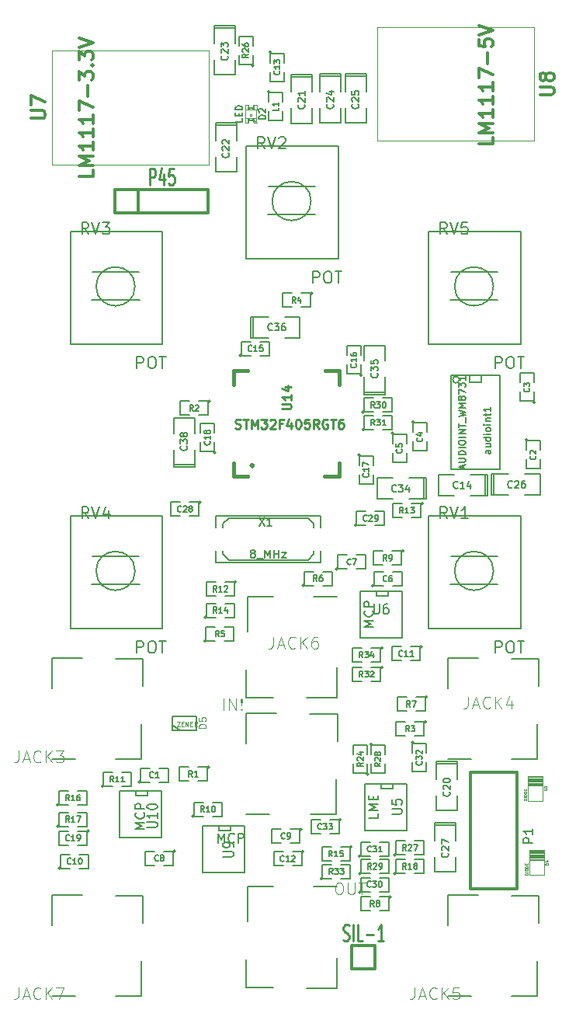
<source format=gto>
G04 #@! TF.GenerationSoftware,KiCad,Pcbnew,(6.0.0-rc1-dev-209-g91e3d21d6)*
G04 #@! TF.CreationDate,2022-02-26T20:17:17+01:00*
G04 #@! TF.ProjectId,new_worm3,6E65775F776F726D332E6B696361645F,rev?*
G04 #@! TF.SameCoordinates,Original*
G04 #@! TF.FileFunction,Legend,Top*
G04 #@! TF.FilePolarity,Positive*
%FSLAX46Y46*%
G04 Gerber Fmt 4.6, Leading zero omitted, Abs format (unit mm)*
G04 Created by KiCad (PCBNEW (6.0.0-rc1-dev-209-g91e3d21d6)) date Sat Feb 26 20:17:17 2022*
%MOMM*%
%LPD*%
G01*
G04 APERTURE LIST*
%ADD10C,0.099060*%
%ADD11C,0.127000*%
%ADD12C,0.304800*%
%ADD13C,0.203200*%
%ADD14C,0.381000*%
%ADD15C,0.066040*%
%ADD16C,0.101600*%
%ADD17C,0.050800*%
%ADD18C,0.317500*%
%ADD19C,0.074930*%
%ADD20C,0.076200*%
%ADD21C,0.271780*%
%ADD22C,0.250190*%
%ADD23C,0.251460*%
G04 APERTURE END LIST*
D10*
G04 #@! TO.C,U7*
X119999760Y-74653140D02*
X137099040Y-74653140D01*
X137099040Y-74653140D02*
X137099040Y-62252860D01*
X137099040Y-62252860D02*
X119999760Y-62252860D01*
X119999760Y-62252860D02*
X119999760Y-74653140D01*
G04 #@! TO.C,U8*
X172570140Y-59674760D02*
X155470860Y-59674760D01*
X155470860Y-59674760D02*
X155470860Y-72075040D01*
X155470860Y-72075040D02*
X172570140Y-72075040D01*
X172570140Y-72075040D02*
X172570140Y-59674760D01*
D11*
G04 #@! TO.C,audioint1*
X164389870Y-98077020D02*
G75*
G03X164389870Y-98077020I-359210J0D01*
G01*
X166824660Y-97569020D02*
X166824660Y-98331020D01*
X166824660Y-98331020D02*
X165554660Y-98331020D01*
X165554660Y-98331020D02*
X165554660Y-97569020D01*
X163522660Y-107856020D02*
X163522660Y-97569020D01*
X168856660Y-97569020D02*
X168856660Y-107856020D01*
X168856660Y-97569020D02*
X163522660Y-97569020D01*
X168856660Y-107856020D02*
X163522660Y-107856020D01*
D10*
G04 #@! TO.C,D4*
X172039280Y-150411180D02*
X173639480Y-150411180D01*
X172039280Y-150312120D02*
X173639480Y-150312120D01*
X173639480Y-150210520D02*
X172039280Y-150210520D01*
X172039280Y-150111460D02*
X173639480Y-150111460D01*
X173639480Y-150009860D02*
X172039280Y-150009860D01*
X172039280Y-149410420D02*
X173588680Y-149410420D01*
X173639480Y-149512020D02*
X172039280Y-149512020D01*
X173639480Y-149611080D02*
X172039280Y-149611080D01*
X172039280Y-149710140D02*
X173639480Y-149710140D01*
X173639480Y-149811740D02*
X172039280Y-149811740D01*
X172039280Y-149910800D02*
X173639480Y-149910800D01*
X172039280Y-152059640D02*
X172039280Y-149362160D01*
X172039280Y-149362160D02*
X173639480Y-149362160D01*
X173639480Y-149362160D02*
X173639480Y-152059640D01*
X173639480Y-152059640D02*
X172039280Y-152059640D01*
G04 #@! TO.C,D3*
X171909740Y-142311120D02*
X173509940Y-142311120D01*
X171909740Y-142212060D02*
X173509940Y-142212060D01*
X173509940Y-142110460D02*
X171909740Y-142110460D01*
X171909740Y-142011400D02*
X173509940Y-142011400D01*
X173509940Y-141909800D02*
X171909740Y-141909800D01*
X171909740Y-141310360D02*
X173459140Y-141310360D01*
X173509940Y-141411960D02*
X171909740Y-141411960D01*
X173509940Y-141511020D02*
X171909740Y-141511020D01*
X171909740Y-141610080D02*
X173509940Y-141610080D01*
X173509940Y-141711680D02*
X171909740Y-141711680D01*
X171909740Y-141810740D02*
X173509940Y-141810740D01*
X171909740Y-143959580D02*
X171909740Y-141262100D01*
X171909740Y-141262100D02*
X173509940Y-141262100D01*
X173509940Y-141262100D02*
X173509940Y-143959580D01*
X173509940Y-143959580D02*
X171909740Y-143959580D01*
D11*
G04 #@! TO.C,U5*
X158661100Y-142100300D02*
X158661100Y-147180300D01*
X158661100Y-147180300D02*
X154089100Y-147180300D01*
X154089100Y-147180300D02*
X154089100Y-142100300D01*
X154089100Y-142100300D02*
X158661100Y-142100300D01*
X157137100Y-142100300D02*
X157137100Y-142608300D01*
X157137100Y-142608300D02*
X155867100Y-142608300D01*
X155867100Y-142608300D02*
X155867100Y-142100300D01*
G04 #@! TO.C,U6*
X158125160Y-121119900D02*
X158125160Y-126199900D01*
X158125160Y-126199900D02*
X153553160Y-126199900D01*
X153553160Y-126199900D02*
X153553160Y-121119900D01*
X153553160Y-121119900D02*
X158125160Y-121119900D01*
X156601160Y-121119900D02*
X156601160Y-121627900D01*
X156601160Y-121627900D02*
X155331160Y-121627900D01*
X155331160Y-121627900D02*
X155331160Y-121119900D01*
G04 #@! TO.C,U9*
X141008100Y-146735800D02*
X141008100Y-151815800D01*
X141008100Y-151815800D02*
X136436100Y-151815800D01*
X136436100Y-151815800D02*
X136436100Y-146735800D01*
X136436100Y-146735800D02*
X141008100Y-146735800D01*
X139484100Y-146735800D02*
X139484100Y-147243800D01*
X139484100Y-147243800D02*
X138214100Y-147243800D01*
X138214100Y-147243800D02*
X138214100Y-146735800D01*
G04 #@! TO.C,U10*
X131912360Y-142930880D02*
X131912360Y-148010880D01*
X131912360Y-148010880D02*
X127340360Y-148010880D01*
X127340360Y-148010880D02*
X127340360Y-142930880D01*
X127340360Y-142930880D02*
X131912360Y-142930880D01*
X130388360Y-142930880D02*
X130388360Y-143438880D01*
X130388360Y-143438880D02*
X129118360Y-143438880D01*
X129118360Y-143438880D02*
X129118360Y-142930880D01*
G04 #@! TO.C,C34*
X160550860Y-111102140D02*
X160804860Y-111102140D01*
X160804860Y-111102140D02*
X160804860Y-108816140D01*
X160804860Y-108816140D02*
X160550860Y-108816140D01*
X160550860Y-111102140D02*
X160550860Y-108816140D01*
X160550860Y-108816140D02*
X158899860Y-108816140D01*
X157121860Y-111102140D02*
X155470860Y-111102140D01*
X155470860Y-111102140D02*
X155470860Y-108816140D01*
X155470860Y-108816140D02*
X157121860Y-108816140D01*
X158899860Y-111102140D02*
X160550860Y-111102140D01*
G04 #@! TO.C,C25*
X154228800Y-65024000D02*
X154228800Y-64770000D01*
X154228800Y-64770000D02*
X151942800Y-64770000D01*
X151942800Y-64770000D02*
X151942800Y-65024000D01*
X154228800Y-65024000D02*
X151942800Y-65024000D01*
X151942800Y-65024000D02*
X151942800Y-66675000D01*
X154228800Y-68453000D02*
X154228800Y-70104000D01*
X154228800Y-70104000D02*
X151942800Y-70104000D01*
X151942800Y-70104000D02*
X151942800Y-68453000D01*
X154228800Y-66675000D02*
X154228800Y-65024000D01*
G04 #@! TO.C,C26*
X168109900Y-108397040D02*
X167855900Y-108397040D01*
X167855900Y-108397040D02*
X167855900Y-110683040D01*
X167855900Y-110683040D02*
X168109900Y-110683040D01*
X168109900Y-108397040D02*
X168109900Y-110683040D01*
X168109900Y-110683040D02*
X169760900Y-110683040D01*
X171538900Y-108397040D02*
X173189900Y-108397040D01*
X173189900Y-108397040D02*
X173189900Y-110683040D01*
X173189900Y-110683040D02*
X171538900Y-110683040D01*
X169760900Y-108397040D02*
X168109900Y-108397040D01*
G04 #@! TO.C,C20*
X164185600Y-139966700D02*
X164185600Y-139712700D01*
X164185600Y-139712700D02*
X161899600Y-139712700D01*
X161899600Y-139712700D02*
X161899600Y-139966700D01*
X164185600Y-139966700D02*
X161899600Y-139966700D01*
X161899600Y-139966700D02*
X161899600Y-141617700D01*
X164185600Y-143395700D02*
X164185600Y-145046700D01*
X164185600Y-145046700D02*
X161899600Y-145046700D01*
X161899600Y-145046700D02*
X161899600Y-143395700D01*
X164185600Y-141617700D02*
X164185600Y-139966700D01*
G04 #@! TO.C,C21*
X148333460Y-65069720D02*
X148333460Y-64815720D01*
X148333460Y-64815720D02*
X146047460Y-64815720D01*
X146047460Y-64815720D02*
X146047460Y-65069720D01*
X148333460Y-65069720D02*
X146047460Y-65069720D01*
X146047460Y-65069720D02*
X146047460Y-66720720D01*
X148333460Y-68498720D02*
X148333460Y-70149720D01*
X148333460Y-70149720D02*
X146047460Y-70149720D01*
X146047460Y-70149720D02*
X146047460Y-68498720D01*
X148333460Y-66720720D02*
X148333460Y-65069720D01*
G04 #@! TO.C,C22*
X140081000Y-70358000D02*
X140081000Y-70104000D01*
X140081000Y-70104000D02*
X137795000Y-70104000D01*
X137795000Y-70104000D02*
X137795000Y-70358000D01*
X140081000Y-70358000D02*
X137795000Y-70358000D01*
X137795000Y-70358000D02*
X137795000Y-72009000D01*
X140081000Y-73787000D02*
X140081000Y-75438000D01*
X140081000Y-75438000D02*
X137795000Y-75438000D01*
X137795000Y-75438000D02*
X137795000Y-73787000D01*
X140081000Y-72009000D02*
X140081000Y-70358000D01*
G04 #@! TO.C,C23*
X139954000Y-59768740D02*
X139954000Y-59514740D01*
X139954000Y-59514740D02*
X137668000Y-59514740D01*
X137668000Y-59514740D02*
X137668000Y-59768740D01*
X139954000Y-59768740D02*
X137668000Y-59768740D01*
X137668000Y-59768740D02*
X137668000Y-61419740D01*
X139954000Y-63197740D02*
X139954000Y-64848740D01*
X139954000Y-64848740D02*
X137668000Y-64848740D01*
X137668000Y-64848740D02*
X137668000Y-63197740D01*
X139954000Y-61419740D02*
X139954000Y-59768740D01*
G04 #@! TO.C,C24*
X151472900Y-65024000D02*
X151472900Y-64770000D01*
X151472900Y-64770000D02*
X149186900Y-64770000D01*
X149186900Y-64770000D02*
X149186900Y-65024000D01*
X151472900Y-65024000D02*
X149186900Y-65024000D01*
X149186900Y-65024000D02*
X149186900Y-66675000D01*
X151472900Y-68453000D02*
X151472900Y-70104000D01*
X151472900Y-70104000D02*
X149186900Y-70104000D01*
X149186900Y-70104000D02*
X149186900Y-68453000D01*
X151472900Y-66675000D02*
X151472900Y-65024000D01*
G04 #@! TO.C,C35*
X154035760Y-99441000D02*
X154035760Y-99695000D01*
X154035760Y-99695000D02*
X156321760Y-99695000D01*
X156321760Y-99695000D02*
X156321760Y-99441000D01*
X154035760Y-99441000D02*
X156321760Y-99441000D01*
X156321760Y-99441000D02*
X156321760Y-97790000D01*
X154035760Y-96012000D02*
X154035760Y-94361000D01*
X154035760Y-94361000D02*
X156321760Y-94361000D01*
X156321760Y-94361000D02*
X156321760Y-96012000D01*
X154035760Y-97790000D02*
X154035760Y-99441000D01*
G04 #@! TO.C,C36*
X141940280Y-91246960D02*
X141686280Y-91246960D01*
X141686280Y-91246960D02*
X141686280Y-93532960D01*
X141686280Y-93532960D02*
X141940280Y-93532960D01*
X141940280Y-91246960D02*
X141940280Y-93532960D01*
X141940280Y-93532960D02*
X143591280Y-93532960D01*
X145369280Y-91246960D02*
X147020280Y-91246960D01*
X147020280Y-91246960D02*
X147020280Y-93532960D01*
X147020280Y-93532960D02*
X145369280Y-93532960D01*
X143591280Y-91246960D02*
X141940280Y-91246960D01*
G04 #@! TO.C,C38*
X133235700Y-107353100D02*
X133235700Y-107607100D01*
X133235700Y-107607100D02*
X135521700Y-107607100D01*
X135521700Y-107607100D02*
X135521700Y-107353100D01*
X133235700Y-107353100D02*
X135521700Y-107353100D01*
X135521700Y-107353100D02*
X135521700Y-105702100D01*
X133235700Y-103924100D02*
X133235700Y-102273100D01*
X133235700Y-102273100D02*
X135521700Y-102273100D01*
X135521700Y-102273100D02*
X135521700Y-103924100D01*
X133235700Y-105702100D02*
X133235700Y-107353100D01*
G04 #@! TO.C,C14*
X167248840Y-110723680D02*
X167502840Y-110723680D01*
X167502840Y-110723680D02*
X167502840Y-108437680D01*
X167502840Y-108437680D02*
X167248840Y-108437680D01*
X167248840Y-110723680D02*
X167248840Y-108437680D01*
X167248840Y-108437680D02*
X165597840Y-108437680D01*
X163819840Y-110723680D02*
X162168840Y-110723680D01*
X162168840Y-110723680D02*
X162168840Y-108437680D01*
X162168840Y-108437680D02*
X163819840Y-108437680D01*
X165597840Y-110723680D02*
X167248840Y-110723680D01*
G04 #@! TO.C,C27*
X164007800Y-146634200D02*
X164007800Y-146380200D01*
X164007800Y-146380200D02*
X161721800Y-146380200D01*
X161721800Y-146380200D02*
X161721800Y-146634200D01*
X164007800Y-146634200D02*
X161721800Y-146634200D01*
X161721800Y-146634200D02*
X161721800Y-148285200D01*
X164007800Y-150063200D02*
X164007800Y-151714200D01*
X164007800Y-151714200D02*
X161721800Y-151714200D01*
X161721800Y-151714200D02*
X161721800Y-150063200D01*
X164007800Y-148285200D02*
X164007800Y-146634200D01*
G04 #@! TO.C,R5*
X136776460Y-126542800D02*
G75*
G03X136776460Y-126542800I-127000J0D01*
G01*
X137792460Y-126542800D02*
X136776460Y-126542800D01*
X136776460Y-126542800D02*
X136776460Y-125018800D01*
X136776460Y-125018800D02*
X137792460Y-125018800D01*
X138808460Y-125018800D02*
X139824460Y-125018800D01*
X139824460Y-125018800D02*
X139824460Y-126542800D01*
X139824460Y-126542800D02*
X138808460Y-126542800D01*
G04 #@! TO.C,R1*
X137160000Y-140291820D02*
G75*
G03X137160000Y-140291820I-127000J0D01*
G01*
X135890000Y-140291820D02*
X136906000Y-140291820D01*
X136906000Y-140291820D02*
X136906000Y-141815820D01*
X136906000Y-141815820D02*
X135890000Y-141815820D01*
X134874000Y-141815820D02*
X133858000Y-141815820D01*
X133858000Y-141815820D02*
X133858000Y-140291820D01*
X133858000Y-140291820D02*
X134874000Y-140291820D01*
G04 #@! TO.C,R6*
X147457160Y-120512840D02*
G75*
G03X147457160Y-120512840I-127000J0D01*
G01*
X148473160Y-120512840D02*
X147457160Y-120512840D01*
X147457160Y-120512840D02*
X147457160Y-118988840D01*
X147457160Y-118988840D02*
X148473160Y-118988840D01*
X149489160Y-118988840D02*
X150505160Y-118988840D01*
X150505160Y-118988840D02*
X150505160Y-120512840D01*
X150505160Y-120512840D02*
X149489160Y-120512840D01*
G04 #@! TO.C,R4*
X148427440Y-88658700D02*
G75*
G03X148427440Y-88658700I-127000J0D01*
G01*
X147157440Y-88658700D02*
X148173440Y-88658700D01*
X148173440Y-88658700D02*
X148173440Y-90182700D01*
X148173440Y-90182700D02*
X147157440Y-90182700D01*
X146141440Y-90182700D02*
X145125440Y-90182700D01*
X145125440Y-90182700D02*
X145125440Y-88658700D01*
X145125440Y-88658700D02*
X146141440Y-88658700D01*
G04 #@! TO.C,R3*
X160807400Y-135359140D02*
G75*
G03X160807400Y-135359140I-127000J0D01*
G01*
X159537400Y-135359140D02*
X160553400Y-135359140D01*
X160553400Y-135359140D02*
X160553400Y-136883140D01*
X160553400Y-136883140D02*
X159537400Y-136883140D01*
X158521400Y-136883140D02*
X157505400Y-136883140D01*
X157505400Y-136883140D02*
X157505400Y-135359140D01*
X157505400Y-135359140D02*
X158521400Y-135359140D01*
G04 #@! TO.C,R2*
X137259060Y-100429060D02*
G75*
G03X137259060Y-100429060I-127000J0D01*
G01*
X135989060Y-100429060D02*
X137005060Y-100429060D01*
X137005060Y-100429060D02*
X137005060Y-101953060D01*
X137005060Y-101953060D02*
X135989060Y-101953060D01*
X134973060Y-101953060D02*
X133957060Y-101953060D01*
X133957060Y-101953060D02*
X133957060Y-100429060D01*
X133957060Y-100429060D02*
X134973060Y-100429060D01*
G04 #@! TO.C,R34*
X156057600Y-127317500D02*
G75*
G03X156057600Y-127317500I-127000J0D01*
G01*
X154787600Y-127317500D02*
X155803600Y-127317500D01*
X155803600Y-127317500D02*
X155803600Y-128841500D01*
X155803600Y-128841500D02*
X154787600Y-128841500D01*
X153771600Y-128841500D02*
X152755600Y-128841500D01*
X152755600Y-128841500D02*
X152755600Y-127317500D01*
X152755600Y-127317500D02*
X153771600Y-127317500D01*
G04 #@! TO.C,R17*
X120741440Y-146761200D02*
G75*
G03X120741440Y-146761200I-127000J0D01*
G01*
X121757440Y-146761200D02*
X120741440Y-146761200D01*
X120741440Y-146761200D02*
X120741440Y-145237200D01*
X120741440Y-145237200D02*
X121757440Y-145237200D01*
X122773440Y-145237200D02*
X123789440Y-145237200D01*
X123789440Y-145237200D02*
X123789440Y-146761200D01*
X123789440Y-146761200D02*
X122773440Y-146761200D01*
G04 #@! TO.C,R33*
X149466300Y-152443180D02*
G75*
G03X149466300Y-152443180I-127000J0D01*
G01*
X150482300Y-152443180D02*
X149466300Y-152443180D01*
X149466300Y-152443180D02*
X149466300Y-150919180D01*
X149466300Y-150919180D02*
X150482300Y-150919180D01*
X151498300Y-150919180D02*
X152514300Y-150919180D01*
X152514300Y-150919180D02*
X152514300Y-152443180D01*
X152514300Y-152443180D02*
X151498300Y-152443180D01*
G04 #@! TO.C,R32*
X156057600Y-129438400D02*
G75*
G03X156057600Y-129438400I-127000J0D01*
G01*
X154787600Y-129438400D02*
X155803600Y-129438400D01*
X155803600Y-129438400D02*
X155803600Y-130962400D01*
X155803600Y-130962400D02*
X154787600Y-130962400D01*
X153771600Y-130962400D02*
X152755600Y-130962400D01*
X152755600Y-130962400D02*
X152755600Y-129438400D01*
X152755600Y-129438400D02*
X153771600Y-129438400D01*
G04 #@! TO.C,R31*
X154045920Y-103522780D02*
G75*
G03X154045920Y-103522780I-127000J0D01*
G01*
X155061920Y-103522780D02*
X154045920Y-103522780D01*
X154045920Y-103522780D02*
X154045920Y-101998780D01*
X154045920Y-101998780D02*
X155061920Y-101998780D01*
X156077920Y-101998780D02*
X157093920Y-101998780D01*
X157093920Y-101998780D02*
X157093920Y-103522780D01*
X157093920Y-103522780D02*
X156077920Y-103522780D01*
G04 #@! TO.C,R30*
X154045920Y-101622860D02*
G75*
G03X154045920Y-101622860I-127000J0D01*
G01*
X155061920Y-101622860D02*
X154045920Y-101622860D01*
X154045920Y-101622860D02*
X154045920Y-100098860D01*
X154045920Y-100098860D02*
X155061920Y-100098860D01*
X156077920Y-100098860D02*
X157093920Y-100098860D01*
X157093920Y-100098860D02*
X157093920Y-101622860D01*
X157093920Y-101622860D02*
X156077920Y-101622860D01*
G04 #@! TO.C,R29*
X153670000Y-151892000D02*
G75*
G03X153670000Y-151892000I-127000J0D01*
G01*
X154686000Y-151892000D02*
X153670000Y-151892000D01*
X153670000Y-151892000D02*
X153670000Y-150368000D01*
X153670000Y-150368000D02*
X154686000Y-150368000D01*
X155702000Y-150368000D02*
X156718000Y-150368000D01*
X156718000Y-150368000D02*
X156718000Y-151892000D01*
X156718000Y-151892000D02*
X155702000Y-151892000D01*
G04 #@! TO.C,R28*
X154884120Y-137800080D02*
G75*
G03X154884120Y-137800080I-127000J0D01*
G01*
X154757120Y-138943080D02*
X154757120Y-137927080D01*
X154757120Y-137927080D02*
X156281120Y-137927080D01*
X156281120Y-137927080D02*
X156281120Y-138943080D01*
X156281120Y-139959080D02*
X156281120Y-140975080D01*
X156281120Y-140975080D02*
X154757120Y-140975080D01*
X154757120Y-140975080D02*
X154757120Y-139959080D01*
G04 #@! TO.C,R27*
X157480000Y-149860000D02*
G75*
G03X157480000Y-149860000I-127000J0D01*
G01*
X158496000Y-149860000D02*
X157480000Y-149860000D01*
X157480000Y-149860000D02*
X157480000Y-148336000D01*
X157480000Y-148336000D02*
X158496000Y-148336000D01*
X159512000Y-148336000D02*
X160528000Y-148336000D01*
X160528000Y-148336000D02*
X160528000Y-149860000D01*
X160528000Y-149860000D02*
X159512000Y-149860000D01*
G04 #@! TO.C,R26*
X141988540Y-63840360D02*
G75*
G03X141988540Y-63840360I-127000J0D01*
G01*
X141861540Y-62697360D02*
X141861540Y-63713360D01*
X141861540Y-63713360D02*
X140337540Y-63713360D01*
X140337540Y-63713360D02*
X140337540Y-62697360D01*
X140337540Y-61681360D02*
X140337540Y-60665360D01*
X140337540Y-60665360D02*
X141861540Y-60665360D01*
X141861540Y-60665360D02*
X141861540Y-61681360D01*
G04 #@! TO.C,R24*
X154508200Y-141061440D02*
G75*
G03X154508200Y-141061440I-127000J0D01*
G01*
X154381200Y-139918440D02*
X154381200Y-140934440D01*
X154381200Y-140934440D02*
X152857200Y-140934440D01*
X152857200Y-140934440D02*
X152857200Y-139918440D01*
X152857200Y-138902440D02*
X152857200Y-137886440D01*
X152857200Y-137886440D02*
X154381200Y-137886440D01*
X154381200Y-137886440D02*
X154381200Y-138902440D01*
G04 #@! TO.C,R18*
X157480000Y-151892000D02*
G75*
G03X157480000Y-151892000I-127000J0D01*
G01*
X158496000Y-151892000D02*
X157480000Y-151892000D01*
X157480000Y-151892000D02*
X157480000Y-150368000D01*
X157480000Y-150368000D02*
X158496000Y-150368000D01*
X159512000Y-150368000D02*
X160528000Y-150368000D01*
X160528000Y-150368000D02*
X160528000Y-151892000D01*
X160528000Y-151892000D02*
X159512000Y-151892000D01*
G04 #@! TO.C,R7*
X160909000Y-132676900D02*
G75*
G03X160909000Y-132676900I-127000J0D01*
G01*
X159639000Y-132676900D02*
X160655000Y-132676900D01*
X160655000Y-132676900D02*
X160655000Y-134200900D01*
X160655000Y-134200900D02*
X159639000Y-134200900D01*
X158623000Y-134200900D02*
X157607000Y-134200900D01*
X157607000Y-134200900D02*
X157607000Y-132676900D01*
X157607000Y-132676900D02*
X158623000Y-132676900D01*
G04 #@! TO.C,R16*
X120726200Y-144421860D02*
G75*
G03X120726200Y-144421860I-127000J0D01*
G01*
X121742200Y-144421860D02*
X120726200Y-144421860D01*
X120726200Y-144421860D02*
X120726200Y-142897860D01*
X120726200Y-142897860D02*
X121742200Y-142897860D01*
X122758200Y-142897860D02*
X123774200Y-142897860D01*
X123774200Y-142897860D02*
X123774200Y-144421860D01*
X123774200Y-144421860D02*
X122758200Y-144421860D01*
G04 #@! TO.C,R15*
X152707340Y-148998940D02*
G75*
G03X152707340Y-148998940I-127000J0D01*
G01*
X151437340Y-148998940D02*
X152453340Y-148998940D01*
X152453340Y-148998940D02*
X152453340Y-150522940D01*
X152453340Y-150522940D02*
X151437340Y-150522940D01*
X150421340Y-150522940D02*
X149405340Y-150522940D01*
X149405340Y-150522940D02*
X149405340Y-148998940D01*
X149405340Y-148998940D02*
X150421340Y-148998940D01*
G04 #@! TO.C,R14*
X136834880Y-123982480D02*
G75*
G03X136834880Y-123982480I-127000J0D01*
G01*
X137850880Y-123982480D02*
X136834880Y-123982480D01*
X136834880Y-123982480D02*
X136834880Y-122458480D01*
X136834880Y-122458480D02*
X137850880Y-122458480D01*
X138866880Y-122458480D02*
X139882880Y-122458480D01*
X139882880Y-122458480D02*
X139882880Y-123982480D01*
X139882880Y-123982480D02*
X138866880Y-123982480D01*
G04 #@! TO.C,R13*
X160449260Y-111577120D02*
G75*
G03X160449260Y-111577120I-127000J0D01*
G01*
X159179260Y-111577120D02*
X160195260Y-111577120D01*
X160195260Y-111577120D02*
X160195260Y-113101120D01*
X160195260Y-113101120D02*
X159179260Y-113101120D01*
X158163260Y-113101120D02*
X157147260Y-113101120D01*
X157147260Y-113101120D02*
X157147260Y-111577120D01*
X157147260Y-111577120D02*
X158163260Y-111577120D01*
G04 #@! TO.C,R12*
X140108940Y-120136920D02*
G75*
G03X140108940Y-120136920I-127000J0D01*
G01*
X138838940Y-120136920D02*
X139854940Y-120136920D01*
X139854940Y-120136920D02*
X139854940Y-121660920D01*
X139854940Y-121660920D02*
X138838940Y-121660920D01*
X137822940Y-121660920D02*
X136806940Y-121660920D01*
X136806940Y-121660920D02*
X136806940Y-120136920D01*
X136806940Y-120136920D02*
X137822940Y-120136920D01*
G04 #@! TO.C,R11*
X125575060Y-142382240D02*
G75*
G03X125575060Y-142382240I-127000J0D01*
G01*
X126591060Y-142382240D02*
X125575060Y-142382240D01*
X125575060Y-142382240D02*
X125575060Y-140858240D01*
X125575060Y-140858240D02*
X126591060Y-140858240D01*
X127607060Y-140858240D02*
X128623060Y-140858240D01*
X128623060Y-140858240D02*
X128623060Y-142382240D01*
X128623060Y-142382240D02*
X127607060Y-142382240D01*
G04 #@! TO.C,R10*
X135437880Y-145658840D02*
G75*
G03X135437880Y-145658840I-127000J0D01*
G01*
X136453880Y-145658840D02*
X135437880Y-145658840D01*
X135437880Y-145658840D02*
X135437880Y-144134840D01*
X135437880Y-144134840D02*
X136453880Y-144134840D01*
X137469880Y-144134840D02*
X138485880Y-144134840D01*
X138485880Y-144134840D02*
X138485880Y-145658840D01*
X138485880Y-145658840D02*
X137469880Y-145658840D01*
G04 #@! TO.C,R9*
X158348680Y-116748560D02*
G75*
G03X158348680Y-116748560I-127000J0D01*
G01*
X157078680Y-116748560D02*
X158094680Y-116748560D01*
X158094680Y-116748560D02*
X158094680Y-118272560D01*
X158094680Y-118272560D02*
X157078680Y-118272560D01*
X156062680Y-118272560D02*
X155046680Y-118272560D01*
X155046680Y-118272560D02*
X155046680Y-116748560D01*
X155046680Y-116748560D02*
X156062680Y-116748560D01*
G04 #@! TO.C,R8*
X156972000Y-154432000D02*
G75*
G03X156972000Y-154432000I-127000J0D01*
G01*
X155702000Y-154432000D02*
X156718000Y-154432000D01*
X156718000Y-154432000D02*
X156718000Y-155956000D01*
X156718000Y-155956000D02*
X155702000Y-155956000D01*
X154686000Y-155956000D02*
X153670000Y-155956000D01*
X153670000Y-155956000D02*
X153670000Y-154432000D01*
X153670000Y-154432000D02*
X154686000Y-154432000D01*
G04 #@! TO.C,C16*
X153779220Y-97602040D02*
G75*
G03X153779220Y-97602040I-127000J0D01*
G01*
X153652220Y-96459040D02*
X153652220Y-97475040D01*
X153652220Y-97475040D02*
X152128220Y-97475040D01*
X152128220Y-97475040D02*
X152128220Y-96459040D01*
X152128220Y-95443040D02*
X152128220Y-94427040D01*
X152128220Y-94427040D02*
X153652220Y-94427040D01*
X153652220Y-94427040D02*
X153652220Y-95443040D01*
G04 #@! TO.C,C3*
X172659040Y-100561140D02*
G75*
G03X172659040Y-100561140I-127000J0D01*
G01*
X172532040Y-99418140D02*
X172532040Y-100434140D01*
X172532040Y-100434140D02*
X171008040Y-100434140D01*
X171008040Y-100434140D02*
X171008040Y-99418140D01*
X171008040Y-98402140D02*
X171008040Y-97386140D01*
X171008040Y-97386140D02*
X172532040Y-97386140D01*
X172532040Y-97386140D02*
X172532040Y-98402140D01*
G04 #@! TO.C,C4*
X159463740Y-102679500D02*
G75*
G03X159463740Y-102679500I-127000J0D01*
G01*
X159336740Y-103822500D02*
X159336740Y-102806500D01*
X159336740Y-102806500D02*
X160860740Y-102806500D01*
X160860740Y-102806500D02*
X160860740Y-103822500D01*
X160860740Y-104838500D02*
X160860740Y-105854500D01*
X160860740Y-105854500D02*
X159336740Y-105854500D01*
X159336740Y-105854500D02*
X159336740Y-104838500D01*
G04 #@! TO.C,C5*
X157226000Y-103908860D02*
G75*
G03X157226000Y-103908860I-127000J0D01*
G01*
X157099000Y-105051860D02*
X157099000Y-104035860D01*
X157099000Y-104035860D02*
X158623000Y-104035860D01*
X158623000Y-104035860D02*
X158623000Y-105051860D01*
X158623000Y-106067860D02*
X158623000Y-107083860D01*
X158623000Y-107083860D02*
X157099000Y-107083860D01*
X157099000Y-107083860D02*
X157099000Y-106067860D01*
G04 #@! TO.C,C6*
X155067000Y-120533160D02*
G75*
G03X155067000Y-120533160I-127000J0D01*
G01*
X156083000Y-120533160D02*
X155067000Y-120533160D01*
X155067000Y-120533160D02*
X155067000Y-119009160D01*
X155067000Y-119009160D02*
X156083000Y-119009160D01*
X157099000Y-119009160D02*
X158115000Y-119009160D01*
X158115000Y-119009160D02*
X158115000Y-120533160D01*
X158115000Y-120533160D02*
X157099000Y-120533160D01*
G04 #@! TO.C,C7*
X151135080Y-118722140D02*
G75*
G03X151135080Y-118722140I-127000J0D01*
G01*
X152151080Y-118722140D02*
X151135080Y-118722140D01*
X151135080Y-118722140D02*
X151135080Y-117198140D01*
X151135080Y-117198140D02*
X152151080Y-117198140D01*
X153167080Y-117198140D02*
X154183080Y-117198140D01*
X154183080Y-117198140D02*
X154183080Y-118722140D01*
X154183080Y-118722140D02*
X153167080Y-118722140D01*
G04 #@! TO.C,C8*
X133449060Y-149468840D02*
G75*
G03X133449060Y-149468840I-127000J0D01*
G01*
X132179060Y-149468840D02*
X133195060Y-149468840D01*
X133195060Y-149468840D02*
X133195060Y-150992840D01*
X133195060Y-150992840D02*
X132179060Y-150992840D01*
X131163060Y-150992840D02*
X130147060Y-150992840D01*
X130147060Y-150992840D02*
X130147060Y-149468840D01*
X130147060Y-149468840D02*
X131163060Y-149468840D01*
G04 #@! TO.C,C9*
X147243800Y-147066000D02*
G75*
G03X147243800Y-147066000I-127000J0D01*
G01*
X145973800Y-147066000D02*
X146989800Y-147066000D01*
X146989800Y-147066000D02*
X146989800Y-148590000D01*
X146989800Y-148590000D02*
X145973800Y-148590000D01*
X144957800Y-148590000D02*
X143941800Y-148590000D01*
X143941800Y-148590000D02*
X143941800Y-147066000D01*
X143941800Y-147066000D02*
X144957800Y-147066000D01*
G04 #@! TO.C,C10*
X120906540Y-151333200D02*
G75*
G03X120906540Y-151333200I-127000J0D01*
G01*
X121922540Y-151333200D02*
X120906540Y-151333200D01*
X120906540Y-151333200D02*
X120906540Y-149809200D01*
X120906540Y-149809200D02*
X121922540Y-149809200D01*
X122938540Y-149809200D02*
X123954540Y-149809200D01*
X123954540Y-149809200D02*
X123954540Y-151333200D01*
X123954540Y-151333200D02*
X122938540Y-151333200D01*
G04 #@! TO.C,C11*
X160375600Y-127190500D02*
G75*
G03X160375600Y-127190500I-127000J0D01*
G01*
X159105600Y-127190500D02*
X160121600Y-127190500D01*
X160121600Y-127190500D02*
X160121600Y-128714500D01*
X160121600Y-128714500D02*
X159105600Y-128714500D01*
X158089600Y-128714500D02*
X157073600Y-128714500D01*
X157073600Y-128714500D02*
X157073600Y-127190500D01*
X157073600Y-127190500D02*
X158089600Y-127190500D01*
G04 #@! TO.C,C12*
X147447000Y-149527260D02*
G75*
G03X147447000Y-149527260I-127000J0D01*
G01*
X146177000Y-149527260D02*
X147193000Y-149527260D01*
X147193000Y-149527260D02*
X147193000Y-151051260D01*
X147193000Y-151051260D02*
X146177000Y-151051260D01*
X145161000Y-151051260D02*
X144145000Y-151051260D01*
X144145000Y-151051260D02*
X144145000Y-149527260D01*
X144145000Y-149527260D02*
X145161000Y-149527260D01*
G04 #@! TO.C,C13*
X143875760Y-62390020D02*
G75*
G03X143875760Y-62390020I-127000J0D01*
G01*
X143748760Y-63533020D02*
X143748760Y-62517020D01*
X143748760Y-62517020D02*
X145272760Y-62517020D01*
X145272760Y-62517020D02*
X145272760Y-63533020D01*
X145272760Y-64549020D02*
X145272760Y-65565020D01*
X145272760Y-65565020D02*
X143748760Y-65565020D01*
X143748760Y-65565020D02*
X143748760Y-64549020D01*
G04 #@! TO.C,C15*
X140639800Y-95453200D02*
G75*
G03X140639800Y-95453200I-127000J0D01*
G01*
X141655800Y-95453200D02*
X140639800Y-95453200D01*
X140639800Y-95453200D02*
X140639800Y-93929200D01*
X140639800Y-93929200D02*
X141655800Y-93929200D01*
X142671800Y-93929200D02*
X143687800Y-93929200D01*
X143687800Y-93929200D02*
X143687800Y-95453200D01*
X143687800Y-95453200D02*
X142671800Y-95453200D01*
G04 #@! TO.C,C17*
X153593800Y-106248200D02*
G75*
G03X153593800Y-106248200I-127000J0D01*
G01*
X153466800Y-107391200D02*
X153466800Y-106375200D01*
X153466800Y-106375200D02*
X154990800Y-106375200D01*
X154990800Y-106375200D02*
X154990800Y-107391200D01*
X154990800Y-108407200D02*
X154990800Y-109423200D01*
X154990800Y-109423200D02*
X153466800Y-109423200D01*
X153466800Y-109423200D02*
X153466800Y-108407200D01*
G04 #@! TO.C,C18*
X137817860Y-106039920D02*
G75*
G03X137817860Y-106039920I-127000J0D01*
G01*
X137690860Y-104896920D02*
X137690860Y-105912920D01*
X137690860Y-105912920D02*
X136166860Y-105912920D01*
X136166860Y-105912920D02*
X136166860Y-104896920D01*
X136166860Y-103880920D02*
X136166860Y-102864920D01*
X136166860Y-102864920D02*
X137690860Y-102864920D01*
X137690860Y-102864920D02*
X137690860Y-103880920D01*
G04 #@! TO.C,C19*
X124043440Y-147269200D02*
G75*
G03X124043440Y-147269200I-127000J0D01*
G01*
X122773440Y-147269200D02*
X123789440Y-147269200D01*
X123789440Y-147269200D02*
X123789440Y-148793200D01*
X123789440Y-148793200D02*
X122773440Y-148793200D01*
X121757440Y-148793200D02*
X120741440Y-148793200D01*
X120741440Y-148793200D02*
X120741440Y-147269200D01*
X120741440Y-147269200D02*
X121757440Y-147269200D01*
G04 #@! TO.C,C28*
X136245600Y-111442500D02*
G75*
G03X136245600Y-111442500I-127000J0D01*
G01*
X134975600Y-111442500D02*
X135991600Y-111442500D01*
X135991600Y-111442500D02*
X135991600Y-112966500D01*
X135991600Y-112966500D02*
X134975600Y-112966500D01*
X133959600Y-112966500D02*
X132943600Y-112966500D01*
X132943600Y-112966500D02*
X132943600Y-111442500D01*
X132943600Y-111442500D02*
X133959600Y-111442500D01*
G04 #@! TO.C,C29*
X153195020Y-113962180D02*
G75*
G03X153195020Y-113962180I-127000J0D01*
G01*
X154211020Y-113962180D02*
X153195020Y-113962180D01*
X153195020Y-113962180D02*
X153195020Y-112438180D01*
X153195020Y-112438180D02*
X154211020Y-112438180D01*
X155227020Y-112438180D02*
X156243020Y-112438180D01*
X156243020Y-112438180D02*
X156243020Y-113962180D01*
X156243020Y-113962180D02*
X155227020Y-113962180D01*
G04 #@! TO.C,C30*
X153670000Y-153924000D02*
G75*
G03X153670000Y-153924000I-127000J0D01*
G01*
X154686000Y-153924000D02*
X153670000Y-153924000D01*
X153670000Y-153924000D02*
X153670000Y-152400000D01*
X153670000Y-152400000D02*
X154686000Y-152400000D01*
X155702000Y-152400000D02*
X156718000Y-152400000D01*
X156718000Y-152400000D02*
X156718000Y-153924000D01*
X156718000Y-153924000D02*
X155702000Y-153924000D01*
G04 #@! TO.C,C31*
X153647140Y-150012400D02*
G75*
G03X153647140Y-150012400I-127000J0D01*
G01*
X154663140Y-150012400D02*
X153647140Y-150012400D01*
X153647140Y-150012400D02*
X153647140Y-148488400D01*
X153647140Y-148488400D02*
X154663140Y-148488400D01*
X155679140Y-148488400D02*
X156695140Y-148488400D01*
X156695140Y-148488400D02*
X156695140Y-150012400D01*
X156695140Y-150012400D02*
X155679140Y-150012400D01*
G04 #@! TO.C,C32*
X159405320Y-137619740D02*
G75*
G03X159405320Y-137619740I-127000J0D01*
G01*
X159278320Y-138762740D02*
X159278320Y-137746740D01*
X159278320Y-137746740D02*
X160802320Y-137746740D01*
X160802320Y-137746740D02*
X160802320Y-138762740D01*
X160802320Y-139778740D02*
X160802320Y-140794740D01*
X160802320Y-140794740D02*
X159278320Y-140794740D01*
X159278320Y-140794740D02*
X159278320Y-139778740D01*
G04 #@! TO.C,C33*
X151536400Y-146034760D02*
G75*
G03X151536400Y-146034760I-127000J0D01*
G01*
X150266400Y-146034760D02*
X151282400Y-146034760D01*
X151282400Y-146034760D02*
X151282400Y-147558760D01*
X151282400Y-147558760D02*
X150266400Y-147558760D01*
X149250400Y-147558760D02*
X148234400Y-147558760D01*
X148234400Y-147558760D02*
X148234400Y-146034760D01*
X148234400Y-146034760D02*
X149250400Y-146034760D01*
G04 #@! TO.C,C2*
X171815760Y-104630220D02*
G75*
G03X171815760Y-104630220I-127000J0D01*
G01*
X171688760Y-105773220D02*
X171688760Y-104757220D01*
X171688760Y-104757220D02*
X173212760Y-104757220D01*
X173212760Y-104757220D02*
X173212760Y-105773220D01*
X173212760Y-106789220D02*
X173212760Y-107805220D01*
X173212760Y-107805220D02*
X171688760Y-107805220D01*
X171688760Y-107805220D02*
X171688760Y-106789220D01*
G04 #@! TO.C,L1*
X143753840Y-66690240D02*
G75*
G03X143753840Y-66690240I-127000J0D01*
G01*
X143626840Y-67833240D02*
X143626840Y-66817240D01*
X143626840Y-66817240D02*
X145150840Y-66817240D01*
X145150840Y-66817240D02*
X145150840Y-67833240D01*
X145150840Y-68849240D02*
X145150840Y-69865240D01*
X145150840Y-69865240D02*
X143626840Y-69865240D01*
X143626840Y-69865240D02*
X143626840Y-68849240D01*
G04 #@! TO.C,C1*
X129611120Y-141927580D02*
G75*
G03X129611120Y-141927580I-127000J0D01*
G01*
X130627120Y-141927580D02*
X129611120Y-141927580D01*
X129611120Y-141927580D02*
X129611120Y-140403580D01*
X129611120Y-140403580D02*
X130627120Y-140403580D01*
X131643120Y-140403580D02*
X132659120Y-140403580D01*
X132659120Y-140403580D02*
X132659120Y-141927580D01*
X132659120Y-141927580D02*
X131643120Y-141927580D01*
D12*
G04 #@! TO.C,P45*
X126870460Y-77330300D02*
X126870460Y-77330300D01*
X126870460Y-79870300D02*
X126870460Y-77330300D01*
X126870460Y-77330300D02*
X126870460Y-77330300D01*
X126870460Y-77330300D02*
X137030460Y-77330300D01*
X137030460Y-77330300D02*
X137030460Y-79870300D01*
X137030460Y-79870300D02*
X126870460Y-79870300D01*
X129410460Y-79870300D02*
X129410460Y-77330300D01*
D11*
G04 #@! TO.C,RV2*
X141173200Y-84899500D02*
X151188420Y-84899500D01*
X151188420Y-84899500D02*
X151188420Y-72654160D01*
X151188420Y-72654160D02*
X141173200Y-72654160D01*
X141173200Y-72654160D02*
X141173200Y-84899500D01*
X148699220Y-80116680D02*
X143502380Y-80116680D01*
X143560800Y-77030580D02*
X148640800Y-77030580D01*
X148220140Y-78618080D02*
G75*
G03X148220140Y-78618080I-2119340J0D01*
G01*
G04 #@! TO.C,RV1*
X161071560Y-125199140D02*
X171086780Y-125199140D01*
X171086780Y-125199140D02*
X171086780Y-112953800D01*
X171086780Y-112953800D02*
X161071560Y-112953800D01*
X161071560Y-112953800D02*
X161071560Y-125199140D01*
X168597580Y-120416320D02*
X163400740Y-120416320D01*
X163459160Y-117330220D02*
X168539160Y-117330220D01*
X168118500Y-118917720D02*
G75*
G03X168118500Y-118917720I-2119340J0D01*
G01*
G04 #@! TO.C,RV3*
X121973340Y-94198440D02*
X131988560Y-94198440D01*
X131988560Y-94198440D02*
X131988560Y-81953100D01*
X131988560Y-81953100D02*
X121973340Y-81953100D01*
X121973340Y-81953100D02*
X121973340Y-94198440D01*
X129499360Y-89415620D02*
X124302520Y-89415620D01*
X124360940Y-86329520D02*
X129440940Y-86329520D01*
X129020280Y-87917020D02*
G75*
G03X129020280Y-87917020I-2119340J0D01*
G01*
G04 #@! TO.C,RV4*
X121973340Y-125199140D02*
X131988560Y-125199140D01*
X131988560Y-125199140D02*
X131988560Y-112953800D01*
X131988560Y-112953800D02*
X121973340Y-112953800D01*
X121973340Y-112953800D02*
X121973340Y-125199140D01*
X129499360Y-120416320D02*
X124302520Y-120416320D01*
X124360940Y-117330220D02*
X129440940Y-117330220D01*
X129020280Y-118917720D02*
G75*
G03X129020280Y-118917720I-2119340J0D01*
G01*
G04 #@! TO.C,RV5*
X161071560Y-94198440D02*
X171086780Y-94198440D01*
X171086780Y-94198440D02*
X171086780Y-81953100D01*
X171086780Y-81953100D02*
X161071560Y-81953100D01*
X161071560Y-81953100D02*
X161071560Y-94198440D01*
X168597580Y-89415620D02*
X163400740Y-89415620D01*
X163459160Y-86329520D02*
X168539160Y-86329520D01*
X168118500Y-87917020D02*
G75*
G03X168118500Y-87917020I-2119340J0D01*
G01*
D13*
G04 #@! TO.C,X1*
X138607800Y-113799620D02*
X138607800Y-114180620D01*
X138607800Y-117101620D02*
X138607800Y-116720620D01*
X148513800Y-117101620D02*
X148513800Y-116720620D01*
X148513800Y-113799620D02*
X148513800Y-114180620D01*
X149275800Y-112910620D02*
X149275800Y-114180620D01*
X149275800Y-117990620D02*
X149275800Y-116720620D01*
X137845800Y-117990620D02*
X137845800Y-116720620D01*
X137845800Y-112910620D02*
X137845800Y-114180620D01*
X138607800Y-117101620D02*
X139242800Y-117736620D01*
X139242800Y-117736620D02*
X147878800Y-117736620D01*
X147878800Y-117736620D02*
X148513800Y-117101620D01*
X148513800Y-113799620D02*
X147878800Y-113164620D01*
X147878800Y-113164620D02*
X139242800Y-113164620D01*
X139242800Y-113164620D02*
X138607800Y-113799620D01*
X149275800Y-117990620D02*
X137845800Y-117990620D01*
X137845800Y-112910620D02*
X149275800Y-112910620D01*
D12*
G04 #@! TO.C,P1*
X170680380Y-140840460D02*
X170680380Y-153540460D01*
X170680380Y-153540460D02*
X165600380Y-153540460D01*
X165600380Y-153540460D02*
X165600380Y-140840460D01*
X165600380Y-140840460D02*
X170680380Y-140840460D01*
D14*
G04 #@! TO.C,U14*
X149796500Y-97134680D02*
X151295100Y-97134680D01*
X151295100Y-97134680D02*
X151295100Y-98635820D01*
X139796520Y-98635820D02*
X139796520Y-97134680D01*
X139796520Y-97134680D02*
X141295120Y-97134680D01*
X149694900Y-108635800D02*
X151295100Y-108635800D01*
X151295100Y-108635800D02*
X151295100Y-107134660D01*
X139796520Y-107134660D02*
X139796520Y-108635800D01*
X139796520Y-108635800D02*
X141295120Y-108635800D01*
X141894560Y-107436920D02*
G75*
G03X141894560Y-107436920I-99060J0D01*
G01*
D15*
G04 #@! TO.C,D2*
X141361160Y-69618860D02*
X141036040Y-69618860D01*
X141036040Y-69618860D02*
X141036040Y-70119240D01*
X141361160Y-70119240D02*
X141036040Y-70119240D01*
X141361160Y-69618860D02*
X141361160Y-70119240D01*
X141983460Y-69618860D02*
X141833600Y-69618860D01*
X141833600Y-69618860D02*
X141833600Y-69870320D01*
X141983460Y-69870320D02*
X141833600Y-69870320D01*
X141983460Y-69618860D02*
X141983460Y-69870320D01*
X141488160Y-69618860D02*
X141338300Y-69618860D01*
X141338300Y-69618860D02*
X141338300Y-69870320D01*
X141488160Y-69870320D02*
X141338300Y-69870320D01*
X141488160Y-69618860D02*
X141488160Y-69870320D01*
X141859000Y-69618860D02*
X141462760Y-69618860D01*
X141462760Y-69618860D02*
X141462760Y-69794120D01*
X141859000Y-69794120D02*
X141462760Y-69794120D01*
X141859000Y-69618860D02*
X141859000Y-69794120D01*
X141361160Y-68122800D02*
X141036040Y-68122800D01*
X141036040Y-68122800D02*
X141036040Y-68623180D01*
X141361160Y-68623180D02*
X141036040Y-68623180D01*
X141361160Y-68122800D02*
X141361160Y-68623180D01*
X142285720Y-68122800D02*
X141960600Y-68122800D01*
X141960600Y-68122800D02*
X141960600Y-68623180D01*
X142285720Y-68623180D02*
X141960600Y-68623180D01*
X142285720Y-68122800D02*
X142285720Y-68623180D01*
X141488160Y-68371720D02*
X141338300Y-68371720D01*
X141338300Y-68371720D02*
X141338300Y-68623180D01*
X141488160Y-68623180D02*
X141338300Y-68623180D01*
X141488160Y-68371720D02*
X141488160Y-68623180D01*
X141983460Y-68371720D02*
X141833600Y-68371720D01*
X141833600Y-68371720D02*
X141833600Y-68623180D01*
X141983460Y-68623180D02*
X141833600Y-68623180D01*
X141983460Y-68371720D02*
X141983460Y-68623180D01*
X141859000Y-68447920D02*
X141462760Y-68447920D01*
X141462760Y-68447920D02*
X141462760Y-68623180D01*
X141859000Y-68623180D02*
X141462760Y-68623180D01*
X141859000Y-68447920D02*
X141859000Y-68623180D01*
X141759940Y-69121020D02*
X141561820Y-69121020D01*
X141561820Y-69121020D02*
X141561820Y-69319140D01*
X141759940Y-69319140D02*
X141561820Y-69319140D01*
X141759940Y-69121020D02*
X141759940Y-69319140D01*
X142260320Y-69618860D02*
X141960600Y-69618860D01*
X141960600Y-69618860D02*
X141960600Y-69918580D01*
X142260320Y-69918580D02*
X141960600Y-69918580D01*
X142260320Y-69618860D02*
X142260320Y-69918580D01*
X142285720Y-70045580D02*
X142059660Y-70045580D01*
X142059660Y-70045580D02*
X142059660Y-70119240D01*
X142285720Y-70119240D02*
X142059660Y-70119240D01*
X142285720Y-70045580D02*
X142285720Y-70119240D01*
D16*
X141086840Y-69644260D02*
X141086840Y-68597780D01*
X142234920Y-68623180D02*
X142234920Y-70045580D01*
D17*
X142182302Y-69969380D02*
G75*
G03X142182302Y-69969380I-71842J0D01*
G01*
D16*
X142008860Y-70119240D02*
G75*
G03X141312900Y-70119240I-347980J0D01*
G01*
X141312900Y-68122800D02*
G75*
G03X142008860Y-68122800I347980J0D01*
G01*
D13*
G04 #@! TO.C,JACK7*
X129898140Y-157302200D02*
X129898140Y-154302460D01*
X129898140Y-154302460D02*
X126898400Y-154302460D01*
X123248420Y-154221180D02*
X119946420Y-154221180D01*
X119946420Y-154221180D02*
X119946420Y-157523180D01*
X119946420Y-165270180D02*
X122486420Y-165270180D01*
X126931420Y-165270180D02*
X129725420Y-165270180D01*
X129725420Y-165270180D02*
X129725420Y-161460180D01*
G04 #@! TO.C,JACK6*
X141102080Y-129700020D02*
X141102080Y-132699760D01*
X141102080Y-132699760D02*
X144101820Y-132699760D01*
X147751800Y-132781040D02*
X151053800Y-132781040D01*
X151053800Y-132781040D02*
X151053800Y-129479040D01*
X151053800Y-121732040D02*
X148513800Y-121732040D01*
X144068800Y-121732040D02*
X141274800Y-121732040D01*
X141274800Y-121732040D02*
X141274800Y-125542040D01*
G04 #@! TO.C,JACK5*
X173098460Y-157302200D02*
X173098460Y-154302460D01*
X173098460Y-154302460D02*
X170098720Y-154302460D01*
X166448740Y-154221180D02*
X163146740Y-154221180D01*
X163146740Y-154221180D02*
X163146740Y-157523180D01*
X163146740Y-165270180D02*
X165686740Y-165270180D01*
X170131740Y-165270180D02*
X172925740Y-165270180D01*
X172925740Y-165270180D02*
X172925740Y-161460180D01*
G04 #@! TO.C,JACK4*
X173098460Y-131500880D02*
X173098460Y-128501140D01*
X173098460Y-128501140D02*
X170098720Y-128501140D01*
X166448740Y-128419860D02*
X163146740Y-128419860D01*
X163146740Y-128419860D02*
X163146740Y-131721860D01*
X163146740Y-139468860D02*
X165686740Y-139468860D01*
X170131740Y-139468860D02*
X172925740Y-139468860D01*
X172925740Y-139468860D02*
X172925740Y-135658860D01*
G04 #@! TO.C,JACK3*
X129898140Y-131500880D02*
X129898140Y-128501140D01*
X129898140Y-128501140D02*
X126898400Y-128501140D01*
X123248420Y-128419860D02*
X119946420Y-128419860D01*
X119946420Y-128419860D02*
X119946420Y-131721860D01*
X119946420Y-139468860D02*
X122486420Y-139468860D01*
X126931420Y-139468860D02*
X129725420Y-139468860D01*
X129725420Y-139468860D02*
X129725420Y-135658860D01*
G04 #@! TO.C,OUT*
X141102080Y-161300160D02*
X141102080Y-164299900D01*
X141102080Y-164299900D02*
X144101820Y-164299900D01*
X147751800Y-164381180D02*
X151053800Y-164381180D01*
X151053800Y-164381180D02*
X151053800Y-161079180D01*
X151053800Y-153332180D02*
X148513800Y-153332180D01*
X144068800Y-153332180D02*
X141274800Y-153332180D01*
X141274800Y-153332180D02*
X141274800Y-157142180D01*
G04 #@! TO.C,IN!*
X151099520Y-137500360D02*
X151099520Y-134500620D01*
X151099520Y-134500620D02*
X148099780Y-134500620D01*
X144449800Y-134419340D02*
X141147800Y-134419340D01*
X141147800Y-134419340D02*
X141147800Y-137721340D01*
X141147800Y-145468340D02*
X143687800Y-145468340D01*
X148132800Y-145468340D02*
X150926800Y-145468340D01*
X150926800Y-145468340D02*
X150926800Y-141658340D01*
D11*
G04 #@! TO.C,D5*
X133908800Y-136334500D02*
X133146800Y-135826500D01*
X135686800Y-136334500D02*
X133083300Y-136334500D01*
X133083300Y-136334500D02*
X133083300Y-134810500D01*
X133083300Y-134810500D02*
X135686800Y-134810500D01*
X135686800Y-134810500D02*
X135686800Y-136334500D01*
D18*
G04 #@! TO.C,SIL-1*
X152679400Y-162250120D02*
X155219400Y-162250120D01*
X152679400Y-159710120D02*
X155219400Y-159710120D01*
D12*
X152679400Y-162250120D02*
X152679400Y-159710120D01*
X155219400Y-159710120D02*
X155219400Y-162250120D01*
G04 #@! TO.C,U7*
X117714848Y-69614142D02*
X118948562Y-69614142D01*
X119093705Y-69541571D01*
X119166277Y-69469000D01*
X119238848Y-69323857D01*
X119238848Y-69033571D01*
X119166277Y-68888428D01*
X119093705Y-68815857D01*
X118948562Y-68743285D01*
X117714848Y-68743285D01*
X117714848Y-68162714D02*
X117714848Y-67146714D01*
X119238848Y-67799857D01*
X124458548Y-75221737D02*
X124458548Y-75947451D01*
X122934548Y-75947451D01*
X124458548Y-74713737D02*
X122934548Y-74713737D01*
X124023120Y-74205737D01*
X122934548Y-73697737D01*
X124458548Y-73697737D01*
X124458548Y-72173737D02*
X124458548Y-73044594D01*
X124458548Y-72609165D02*
X122934548Y-72609165D01*
X123152262Y-72754308D01*
X123297405Y-72899451D01*
X123369977Y-73044594D01*
X124458548Y-70722308D02*
X124458548Y-71593165D01*
X124458548Y-71157737D02*
X122934548Y-71157737D01*
X123152262Y-71302880D01*
X123297405Y-71448022D01*
X123369977Y-71593165D01*
X124458548Y-69270880D02*
X124458548Y-70141737D01*
X124458548Y-69706308D02*
X122934548Y-69706308D01*
X123152262Y-69851451D01*
X123297405Y-69996594D01*
X123369977Y-70141737D01*
X122934548Y-68762880D02*
X122934548Y-67746880D01*
X124458548Y-68400022D01*
X123877977Y-67166308D02*
X123877977Y-66005165D01*
X122934548Y-65424594D02*
X122934548Y-64481165D01*
X123515120Y-64989165D01*
X123515120Y-64771451D01*
X123587691Y-64626308D01*
X123660262Y-64553737D01*
X123805405Y-64481165D01*
X124168262Y-64481165D01*
X124313405Y-64553737D01*
X124385977Y-64626308D01*
X124458548Y-64771451D01*
X124458548Y-65206880D01*
X124385977Y-65352022D01*
X124313405Y-65424594D01*
X124313405Y-63828022D02*
X124385977Y-63755451D01*
X124458548Y-63828022D01*
X124385977Y-63900594D01*
X124313405Y-63828022D01*
X124458548Y-63828022D01*
X122934548Y-63247451D02*
X122934548Y-62304022D01*
X123515120Y-62812022D01*
X123515120Y-62594308D01*
X123587691Y-62449165D01*
X123660262Y-62376594D01*
X123805405Y-62304022D01*
X124168262Y-62304022D01*
X124313405Y-62376594D01*
X124385977Y-62449165D01*
X124458548Y-62594308D01*
X124458548Y-63029737D01*
X124385977Y-63174880D01*
X124313405Y-63247451D01*
X122934548Y-61868594D02*
X124458548Y-61360594D01*
X122934548Y-60852594D01*
G04 #@! TO.C,U8*
X173185908Y-67036042D02*
X174419622Y-67036042D01*
X174564765Y-66963471D01*
X174637337Y-66890900D01*
X174709908Y-66745757D01*
X174709908Y-66455471D01*
X174637337Y-66310328D01*
X174564765Y-66237757D01*
X174419622Y-66165185D01*
X173185908Y-66165185D01*
X173839051Y-65221757D02*
X173766480Y-65366900D01*
X173693908Y-65439471D01*
X173548765Y-65512042D01*
X173476194Y-65512042D01*
X173331051Y-65439471D01*
X173258480Y-65366900D01*
X173185908Y-65221757D01*
X173185908Y-64931471D01*
X173258480Y-64786328D01*
X173331051Y-64713757D01*
X173476194Y-64641185D01*
X173548765Y-64641185D01*
X173693908Y-64713757D01*
X173766480Y-64786328D01*
X173839051Y-64931471D01*
X173839051Y-65221757D01*
X173911622Y-65366900D01*
X173984194Y-65439471D01*
X174129337Y-65512042D01*
X174419622Y-65512042D01*
X174564765Y-65439471D01*
X174637337Y-65366900D01*
X174709908Y-65221757D01*
X174709908Y-64931471D01*
X174637337Y-64786328D01*
X174564765Y-64713757D01*
X174419622Y-64641185D01*
X174129337Y-64641185D01*
X173984194Y-64713757D01*
X173911622Y-64786328D01*
X173839051Y-64931471D01*
X168050028Y-71674445D02*
X168050028Y-72400160D01*
X166526028Y-72400160D01*
X168050028Y-71166445D02*
X166526028Y-71166445D01*
X167614600Y-70658445D01*
X166526028Y-70150445D01*
X168050028Y-70150445D01*
X168050028Y-68626445D02*
X168050028Y-69497302D01*
X168050028Y-69061874D02*
X166526028Y-69061874D01*
X166743742Y-69207017D01*
X166888885Y-69352160D01*
X166961457Y-69497302D01*
X168050028Y-67175017D02*
X168050028Y-68045874D01*
X168050028Y-67610445D02*
X166526028Y-67610445D01*
X166743742Y-67755588D01*
X166888885Y-67900731D01*
X166961457Y-68045874D01*
X168050028Y-65723588D02*
X168050028Y-66594445D01*
X168050028Y-66159017D02*
X166526028Y-66159017D01*
X166743742Y-66304160D01*
X166888885Y-66449302D01*
X166961457Y-66594445D01*
X166526028Y-65215588D02*
X166526028Y-64199588D01*
X168050028Y-64852731D01*
X167469457Y-63619017D02*
X167469457Y-62457874D01*
X166526028Y-61006445D02*
X166526028Y-61732160D01*
X167251742Y-61804731D01*
X167179171Y-61732160D01*
X167106600Y-61587017D01*
X167106600Y-61224160D01*
X167179171Y-61079017D01*
X167251742Y-61006445D01*
X167396885Y-60933874D01*
X167759742Y-60933874D01*
X167904885Y-61006445D01*
X167977457Y-61079017D01*
X168050028Y-61224160D01*
X168050028Y-61587017D01*
X167977457Y-61732160D01*
X167904885Y-61804731D01*
X166526028Y-60498445D02*
X168050028Y-59990445D01*
X166526028Y-59482445D01*
G04 #@! TO.C,audioint1*
D11*
X167804374Y-105778300D02*
X167405231Y-105778300D01*
X167332660Y-105814585D01*
X167296374Y-105887157D01*
X167296374Y-106032300D01*
X167332660Y-106104871D01*
X167768088Y-105778300D02*
X167804374Y-105850871D01*
X167804374Y-106032300D01*
X167768088Y-106104871D01*
X167695517Y-106141157D01*
X167622945Y-106141157D01*
X167550374Y-106104871D01*
X167514088Y-106032300D01*
X167514088Y-105850871D01*
X167477802Y-105778300D01*
X167296374Y-105088871D02*
X167804374Y-105088871D01*
X167296374Y-105415442D02*
X167695517Y-105415442D01*
X167768088Y-105379157D01*
X167804374Y-105306585D01*
X167804374Y-105197728D01*
X167768088Y-105125157D01*
X167731802Y-105088871D01*
X167804374Y-104399442D02*
X167042374Y-104399442D01*
X167768088Y-104399442D02*
X167804374Y-104472014D01*
X167804374Y-104617157D01*
X167768088Y-104689728D01*
X167731802Y-104726014D01*
X167659231Y-104762300D01*
X167441517Y-104762300D01*
X167368945Y-104726014D01*
X167332660Y-104689728D01*
X167296374Y-104617157D01*
X167296374Y-104472014D01*
X167332660Y-104399442D01*
X167804374Y-104036585D02*
X167296374Y-104036585D01*
X167042374Y-104036585D02*
X167078660Y-104072871D01*
X167114945Y-104036585D01*
X167078660Y-104000300D01*
X167042374Y-104036585D01*
X167114945Y-104036585D01*
X167804374Y-103564871D02*
X167768088Y-103637442D01*
X167731802Y-103673728D01*
X167659231Y-103710014D01*
X167441517Y-103710014D01*
X167368945Y-103673728D01*
X167332660Y-103637442D01*
X167296374Y-103564871D01*
X167296374Y-103456014D01*
X167332660Y-103383442D01*
X167368945Y-103347157D01*
X167441517Y-103310871D01*
X167659231Y-103310871D01*
X167731802Y-103347157D01*
X167768088Y-103383442D01*
X167804374Y-103456014D01*
X167804374Y-103564871D01*
X167804374Y-102984300D02*
X167296374Y-102984300D01*
X167042374Y-102984300D02*
X167078660Y-103020585D01*
X167114945Y-102984300D01*
X167078660Y-102948014D01*
X167042374Y-102984300D01*
X167114945Y-102984300D01*
X167296374Y-102621442D02*
X167804374Y-102621442D01*
X167368945Y-102621442D02*
X167332660Y-102585157D01*
X167296374Y-102512585D01*
X167296374Y-102403728D01*
X167332660Y-102331157D01*
X167405231Y-102294871D01*
X167804374Y-102294871D01*
X167296374Y-102040871D02*
X167296374Y-101750585D01*
X167042374Y-101932014D02*
X167695517Y-101932014D01*
X167768088Y-101895728D01*
X167804374Y-101823157D01*
X167804374Y-101750585D01*
X167804374Y-101097442D02*
X167804374Y-101532871D01*
X167804374Y-101315157D02*
X167042374Y-101315157D01*
X167151231Y-101387728D01*
X167223802Y-101460300D01*
X167260088Y-101532871D01*
X164846000Y-107763491D02*
X164846000Y-107400634D01*
X165063714Y-107836062D02*
X164301714Y-107582062D01*
X165063714Y-107328062D01*
X164301714Y-107074062D02*
X164918571Y-107074062D01*
X164991142Y-107037777D01*
X165027428Y-107001491D01*
X165063714Y-106928920D01*
X165063714Y-106783777D01*
X165027428Y-106711205D01*
X164991142Y-106674920D01*
X164918571Y-106638634D01*
X164301714Y-106638634D01*
X165063714Y-106275777D02*
X164301714Y-106275777D01*
X164301714Y-106094348D01*
X164338000Y-105985491D01*
X164410571Y-105912920D01*
X164483142Y-105876634D01*
X164628285Y-105840348D01*
X164737142Y-105840348D01*
X164882285Y-105876634D01*
X164954857Y-105912920D01*
X165027428Y-105985491D01*
X165063714Y-106094348D01*
X165063714Y-106275777D01*
X165063714Y-105513777D02*
X164301714Y-105513777D01*
X164301714Y-105005777D02*
X164301714Y-104860634D01*
X164338000Y-104788062D01*
X164410571Y-104715491D01*
X164555714Y-104679205D01*
X164809714Y-104679205D01*
X164954857Y-104715491D01*
X165027428Y-104788062D01*
X165063714Y-104860634D01*
X165063714Y-105005777D01*
X165027428Y-105078348D01*
X164954857Y-105150920D01*
X164809714Y-105187205D01*
X164555714Y-105187205D01*
X164410571Y-105150920D01*
X164338000Y-105078348D01*
X164301714Y-105005777D01*
X165063714Y-104352634D02*
X164301714Y-104352634D01*
X165063714Y-103989777D02*
X164301714Y-103989777D01*
X165063714Y-103554348D01*
X164301714Y-103554348D01*
X164301714Y-103300348D02*
X164301714Y-102864920D01*
X165063714Y-103082634D02*
X164301714Y-103082634D01*
X165136285Y-102792348D02*
X165136285Y-102211777D01*
X164301714Y-102102920D02*
X165063714Y-101921491D01*
X164519428Y-101776348D01*
X165063714Y-101631205D01*
X164301714Y-101449777D01*
X165063714Y-101159491D02*
X164301714Y-101159491D01*
X164846000Y-100905491D01*
X164301714Y-100651491D01*
X165063714Y-100651491D01*
X164628285Y-100179777D02*
X164592000Y-100252348D01*
X164555714Y-100288634D01*
X164483142Y-100324920D01*
X164446857Y-100324920D01*
X164374285Y-100288634D01*
X164338000Y-100252348D01*
X164301714Y-100179777D01*
X164301714Y-100034634D01*
X164338000Y-99962062D01*
X164374285Y-99925777D01*
X164446857Y-99889491D01*
X164483142Y-99889491D01*
X164555714Y-99925777D01*
X164592000Y-99962062D01*
X164628285Y-100034634D01*
X164628285Y-100179777D01*
X164664571Y-100252348D01*
X164700857Y-100288634D01*
X164773428Y-100324920D01*
X164918571Y-100324920D01*
X164991142Y-100288634D01*
X165027428Y-100252348D01*
X165063714Y-100179777D01*
X165063714Y-100034634D01*
X165027428Y-99962062D01*
X164991142Y-99925777D01*
X164918571Y-99889491D01*
X164773428Y-99889491D01*
X164700857Y-99925777D01*
X164664571Y-99962062D01*
X164628285Y-100034634D01*
X164301714Y-99635491D02*
X164301714Y-99127491D01*
X165063714Y-99454062D01*
X164301714Y-98909777D02*
X164301714Y-98438062D01*
X164592000Y-98692062D01*
X164592000Y-98583205D01*
X164628285Y-98510634D01*
X164664571Y-98474348D01*
X164737142Y-98438062D01*
X164918571Y-98438062D01*
X164991142Y-98474348D01*
X165027428Y-98510634D01*
X165063714Y-98583205D01*
X165063714Y-98800920D01*
X165027428Y-98873491D01*
X164991142Y-98909777D01*
X165063714Y-97712348D02*
X165063714Y-98147777D01*
X165063714Y-97930062D02*
X164301714Y-97930062D01*
X164410571Y-98002634D01*
X164483142Y-98075205D01*
X164519428Y-98147777D01*
G04 #@! TO.C,D4*
D19*
X174074787Y-150932121D02*
X173775067Y-150932121D01*
X173775067Y-150860760D01*
X173789340Y-150817942D01*
X173817884Y-150789398D01*
X173846429Y-150775125D01*
X173903519Y-150760853D01*
X173946336Y-150760853D01*
X174003425Y-150775125D01*
X174031970Y-150789398D01*
X174060515Y-150817942D01*
X174074787Y-150860760D01*
X174074787Y-150932121D01*
X173874974Y-150503950D02*
X174074787Y-150503950D01*
X173760795Y-150575312D02*
X173974880Y-150646674D01*
X173974880Y-150461133D01*
D20*
D19*
X171875147Y-152004243D02*
X171575427Y-152004243D01*
X171575427Y-151932881D01*
X171589700Y-151890064D01*
X171618244Y-151861520D01*
X171646789Y-151847247D01*
X171703879Y-151832975D01*
X171746696Y-151832975D01*
X171803785Y-151847247D01*
X171832330Y-151861520D01*
X171860875Y-151890064D01*
X171875147Y-151932881D01*
X171875147Y-152004243D01*
X171875147Y-151704523D02*
X171575427Y-151704523D01*
X171575427Y-151504710D02*
X171575427Y-151447620D01*
X171589700Y-151419076D01*
X171618244Y-151390531D01*
X171675334Y-151376259D01*
X171775240Y-151376259D01*
X171832330Y-151390531D01*
X171860875Y-151419076D01*
X171875147Y-151447620D01*
X171875147Y-151504710D01*
X171860875Y-151533255D01*
X171832330Y-151561800D01*
X171775240Y-151576072D01*
X171675334Y-151576072D01*
X171618244Y-151561800D01*
X171589700Y-151533255D01*
X171575427Y-151504710D01*
X171875147Y-151247807D02*
X171575427Y-151247807D01*
X171575427Y-151176445D01*
X171589700Y-151133628D01*
X171618244Y-151105083D01*
X171646789Y-151090811D01*
X171703879Y-151076539D01*
X171746696Y-151076539D01*
X171803785Y-151090811D01*
X171832330Y-151105083D01*
X171860875Y-151133628D01*
X171875147Y-151176445D01*
X171875147Y-151247807D01*
X171718151Y-150948087D02*
X171718151Y-150848180D01*
X171875147Y-150805363D02*
X171875147Y-150948087D01*
X171575427Y-150948087D01*
X171575427Y-150805363D01*
D20*
G04 #@! TO.C,D3*
D19*
X173945247Y-142832061D02*
X173645527Y-142832061D01*
X173645527Y-142760700D01*
X173659800Y-142717882D01*
X173688344Y-142689338D01*
X173716889Y-142675065D01*
X173773979Y-142660793D01*
X173816796Y-142660793D01*
X173873885Y-142675065D01*
X173902430Y-142689338D01*
X173930975Y-142717882D01*
X173945247Y-142760700D01*
X173945247Y-142832061D01*
X173645527Y-142560886D02*
X173645527Y-142375345D01*
X173759706Y-142475252D01*
X173759706Y-142432435D01*
X173773979Y-142403890D01*
X173788251Y-142389618D01*
X173816796Y-142375345D01*
X173888158Y-142375345D01*
X173916702Y-142389618D01*
X173930975Y-142403890D01*
X173945247Y-142432435D01*
X173945247Y-142518069D01*
X173930975Y-142546614D01*
X173916702Y-142560886D01*
D20*
D19*
X171745607Y-143904183D02*
X171445887Y-143904183D01*
X171445887Y-143832821D01*
X171460160Y-143790004D01*
X171488704Y-143761460D01*
X171517249Y-143747187D01*
X171574339Y-143732915D01*
X171617156Y-143732915D01*
X171674245Y-143747187D01*
X171702790Y-143761460D01*
X171731335Y-143790004D01*
X171745607Y-143832821D01*
X171745607Y-143904183D01*
X171745607Y-143604463D02*
X171445887Y-143604463D01*
X171445887Y-143404650D02*
X171445887Y-143347560D01*
X171460160Y-143319016D01*
X171488704Y-143290471D01*
X171545794Y-143276199D01*
X171645700Y-143276199D01*
X171702790Y-143290471D01*
X171731335Y-143319016D01*
X171745607Y-143347560D01*
X171745607Y-143404650D01*
X171731335Y-143433195D01*
X171702790Y-143461740D01*
X171645700Y-143476012D01*
X171545794Y-143476012D01*
X171488704Y-143461740D01*
X171460160Y-143433195D01*
X171445887Y-143404650D01*
X171745607Y-143147747D02*
X171445887Y-143147747D01*
X171445887Y-143076385D01*
X171460160Y-143033568D01*
X171488704Y-143005023D01*
X171517249Y-142990751D01*
X171574339Y-142976479D01*
X171617156Y-142976479D01*
X171674245Y-142990751D01*
X171702790Y-143005023D01*
X171731335Y-143033568D01*
X171745607Y-143076385D01*
X171745607Y-143147747D01*
X171588611Y-142848027D02*
X171588611Y-142748120D01*
X171745607Y-142705303D02*
X171745607Y-142848027D01*
X171445887Y-142848027D01*
X171445887Y-142705303D01*
D20*
G04 #@! TO.C,U5*
D11*
X157019171Y-145414395D02*
X157944457Y-145414395D01*
X158053314Y-145366014D01*
X158107742Y-145317633D01*
X158162171Y-145220871D01*
X158162171Y-145027347D01*
X158107742Y-144930585D01*
X158053314Y-144882204D01*
X157944457Y-144833823D01*
X157019171Y-144833823D01*
X157019171Y-143866204D02*
X157019171Y-144350014D01*
X157563457Y-144398395D01*
X157509028Y-144350014D01*
X157454600Y-144253252D01*
X157454600Y-144011347D01*
X157509028Y-143914585D01*
X157563457Y-143866204D01*
X157672314Y-143817823D01*
X157944457Y-143817823D01*
X158053314Y-143866204D01*
X158107742Y-143914585D01*
X158162171Y-144011347D01*
X158162171Y-144253252D01*
X158107742Y-144350014D01*
X158053314Y-144398395D01*
X155564719Y-145366014D02*
X155564719Y-145849823D01*
X154548719Y-145849823D01*
X155564719Y-145027347D02*
X154548719Y-145027347D01*
X155274433Y-144688680D01*
X154548719Y-144350014D01*
X155564719Y-144350014D01*
X155032528Y-143866204D02*
X155032528Y-143527538D01*
X155564719Y-143382395D02*
X155564719Y-143866204D01*
X154548719Y-143866204D01*
X154548719Y-143382395D01*
G04 #@! TO.C,U6*
X155080304Y-122490411D02*
X155080304Y-123415697D01*
X155128685Y-123524554D01*
X155177066Y-123578982D01*
X155273828Y-123633411D01*
X155467352Y-123633411D01*
X155564114Y-123578982D01*
X155612495Y-123524554D01*
X155660876Y-123415697D01*
X155660876Y-122490411D01*
X156580114Y-122490411D02*
X156386590Y-122490411D01*
X156289828Y-122544840D01*
X156241447Y-122599268D01*
X156144685Y-122762554D01*
X156096304Y-122980268D01*
X156096304Y-123415697D01*
X156144685Y-123524554D01*
X156193066Y-123578982D01*
X156289828Y-123633411D01*
X156483352Y-123633411D01*
X156580114Y-123578982D01*
X156628495Y-123524554D01*
X156676876Y-123415697D01*
X156676876Y-123143554D01*
X156628495Y-123034697D01*
X156580114Y-122980268D01*
X156483352Y-122925840D01*
X156289828Y-122925840D01*
X156193066Y-122980268D01*
X156144685Y-123034697D01*
X156096304Y-123143554D01*
X155028779Y-125014566D02*
X154012779Y-125014566D01*
X154738493Y-124675900D01*
X154012779Y-124337233D01*
X155028779Y-124337233D01*
X154932017Y-123272852D02*
X154980398Y-123321233D01*
X155028779Y-123466376D01*
X155028779Y-123563138D01*
X154980398Y-123708280D01*
X154883636Y-123805042D01*
X154786874Y-123853423D01*
X154593350Y-123901804D01*
X154448207Y-123901804D01*
X154254683Y-123853423D01*
X154157921Y-123805042D01*
X154061160Y-123708280D01*
X154012779Y-123563138D01*
X154012779Y-123466376D01*
X154061160Y-123321233D01*
X154109540Y-123272852D01*
X155028779Y-122837423D02*
X154012779Y-122837423D01*
X154012779Y-122450376D01*
X154061160Y-122353614D01*
X154109540Y-122305233D01*
X154206302Y-122256852D01*
X154351445Y-122256852D01*
X154448207Y-122305233D01*
X154496588Y-122353614D01*
X154544969Y-122450376D01*
X154544969Y-122837423D01*
G04 #@! TO.C,U9*
X138624491Y-150082915D02*
X139549777Y-150082915D01*
X139658634Y-150034534D01*
X139713062Y-149986153D01*
X139767491Y-149889391D01*
X139767491Y-149695867D01*
X139713062Y-149599105D01*
X139658634Y-149550724D01*
X139549777Y-149502343D01*
X138624491Y-149502343D01*
X139767491Y-148970153D02*
X139767491Y-148776629D01*
X139713062Y-148679867D01*
X139658634Y-148631486D01*
X139495348Y-148534724D01*
X139277634Y-148486343D01*
X138842205Y-148486343D01*
X138733348Y-148534724D01*
X138678920Y-148583105D01*
X138624491Y-148679867D01*
X138624491Y-148873391D01*
X138678920Y-148970153D01*
X138733348Y-149018534D01*
X138842205Y-149066915D01*
X139114348Y-149066915D01*
X139223205Y-149018534D01*
X139277634Y-148970153D01*
X139332062Y-148873391D01*
X139332062Y-148679867D01*
X139277634Y-148583105D01*
X139223205Y-148534724D01*
X139114348Y-148486343D01*
X138091333Y-148554319D02*
X138091333Y-147538319D01*
X138430000Y-148264033D01*
X138768666Y-147538319D01*
X138768666Y-148554319D01*
X139833047Y-148457557D02*
X139784666Y-148505938D01*
X139639523Y-148554319D01*
X139542761Y-148554319D01*
X139397619Y-148505938D01*
X139300857Y-148409176D01*
X139252476Y-148312414D01*
X139204095Y-148118890D01*
X139204095Y-147973747D01*
X139252476Y-147780223D01*
X139300857Y-147683461D01*
X139397619Y-147586700D01*
X139542761Y-147538319D01*
X139639523Y-147538319D01*
X139784666Y-147586700D01*
X139833047Y-147635080D01*
X140268476Y-148554319D02*
X140268476Y-147538319D01*
X140655523Y-147538319D01*
X140752285Y-147586700D01*
X140800666Y-147635080D01*
X140849047Y-147731842D01*
X140849047Y-147876985D01*
X140800666Y-147973747D01*
X140752285Y-148022128D01*
X140655523Y-148070509D01*
X140268476Y-148070509D01*
G04 #@! TO.C,U10*
X130321231Y-146881184D02*
X131246517Y-146881184D01*
X131355374Y-146832803D01*
X131409802Y-146784422D01*
X131464231Y-146687660D01*
X131464231Y-146494137D01*
X131409802Y-146397375D01*
X131355374Y-146348994D01*
X131246517Y-146300613D01*
X130321231Y-146300613D01*
X131464231Y-145284613D02*
X131464231Y-145865184D01*
X131464231Y-145574899D02*
X130321231Y-145574899D01*
X130484517Y-145671660D01*
X130593374Y-145768422D01*
X130647802Y-145865184D01*
X130321231Y-144655660D02*
X130321231Y-144558899D01*
X130375660Y-144462137D01*
X130430088Y-144413756D01*
X130538945Y-144365375D01*
X130756660Y-144316994D01*
X131028802Y-144316994D01*
X131246517Y-144365375D01*
X131355374Y-144413756D01*
X131409802Y-144462137D01*
X131464231Y-144558899D01*
X131464231Y-144655660D01*
X131409802Y-144752422D01*
X131355374Y-144800803D01*
X131246517Y-144849184D01*
X131028802Y-144897565D01*
X130756660Y-144897565D01*
X130538945Y-144849184D01*
X130430088Y-144800803D01*
X130375660Y-144752422D01*
X130321231Y-144655660D01*
X130085979Y-147028746D02*
X129069979Y-147028746D01*
X129795693Y-146690080D01*
X129069979Y-146351413D01*
X130085979Y-146351413D01*
X129989217Y-145287032D02*
X130037598Y-145335413D01*
X130085979Y-145480556D01*
X130085979Y-145577318D01*
X130037598Y-145722460D01*
X129940836Y-145819222D01*
X129844074Y-145867603D01*
X129650550Y-145915984D01*
X129505407Y-145915984D01*
X129311883Y-145867603D01*
X129215121Y-145819222D01*
X129118360Y-145722460D01*
X129069979Y-145577318D01*
X129069979Y-145480556D01*
X129118360Y-145335413D01*
X129166740Y-145287032D01*
X130085979Y-144851603D02*
X129069979Y-144851603D01*
X129069979Y-144464556D01*
X129118360Y-144367794D01*
X129166740Y-144319413D01*
X129263502Y-144271032D01*
X129408645Y-144271032D01*
X129505407Y-144319413D01*
X129553788Y-144367794D01*
X129602169Y-144464556D01*
X129602169Y-144851603D01*
G04 #@! TO.C,C34*
X157521002Y-110231282D02*
X157484717Y-110267568D01*
X157375860Y-110303854D01*
X157303288Y-110303854D01*
X157194431Y-110267568D01*
X157121860Y-110194997D01*
X157085574Y-110122425D01*
X157049288Y-109977282D01*
X157049288Y-109868425D01*
X157085574Y-109723282D01*
X157121860Y-109650711D01*
X157194431Y-109578140D01*
X157303288Y-109541854D01*
X157375860Y-109541854D01*
X157484717Y-109578140D01*
X157521002Y-109614425D01*
X157775002Y-109541854D02*
X158246717Y-109541854D01*
X157992717Y-109832140D01*
X158101574Y-109832140D01*
X158174145Y-109868425D01*
X158210431Y-109904711D01*
X158246717Y-109977282D01*
X158246717Y-110158711D01*
X158210431Y-110231282D01*
X158174145Y-110267568D01*
X158101574Y-110303854D01*
X157883860Y-110303854D01*
X157811288Y-110267568D01*
X157775002Y-110231282D01*
X158899860Y-109795854D02*
X158899860Y-110303854D01*
X158718431Y-109505568D02*
X158537002Y-110049854D01*
X159008717Y-110049854D01*
G04 #@! TO.C,C25*
X153357942Y-68053857D02*
X153394228Y-68090142D01*
X153430514Y-68199000D01*
X153430514Y-68271571D01*
X153394228Y-68380428D01*
X153321657Y-68453000D01*
X153249085Y-68489285D01*
X153103942Y-68525571D01*
X152995085Y-68525571D01*
X152849942Y-68489285D01*
X152777371Y-68453000D01*
X152704800Y-68380428D01*
X152668514Y-68271571D01*
X152668514Y-68199000D01*
X152704800Y-68090142D01*
X152741085Y-68053857D01*
X152741085Y-67763571D02*
X152704800Y-67727285D01*
X152668514Y-67654714D01*
X152668514Y-67473285D01*
X152704800Y-67400714D01*
X152741085Y-67364428D01*
X152813657Y-67328142D01*
X152886228Y-67328142D01*
X152995085Y-67364428D01*
X153430514Y-67799857D01*
X153430514Y-67328142D01*
X152668514Y-66638714D02*
X152668514Y-67001571D01*
X153031371Y-67037857D01*
X152995085Y-67001571D01*
X152958800Y-66929000D01*
X152958800Y-66747571D01*
X152995085Y-66675000D01*
X153031371Y-66638714D01*
X153103942Y-66602428D01*
X153285371Y-66602428D01*
X153357942Y-66638714D01*
X153394228Y-66675000D01*
X153430514Y-66747571D01*
X153430514Y-66929000D01*
X153394228Y-67001571D01*
X153357942Y-67037857D01*
G04 #@! TO.C,C26*
X170160042Y-109812182D02*
X170123757Y-109848468D01*
X170014900Y-109884754D01*
X169942328Y-109884754D01*
X169833471Y-109848468D01*
X169760900Y-109775897D01*
X169724614Y-109703325D01*
X169688328Y-109558182D01*
X169688328Y-109449325D01*
X169724614Y-109304182D01*
X169760900Y-109231611D01*
X169833471Y-109159040D01*
X169942328Y-109122754D01*
X170014900Y-109122754D01*
X170123757Y-109159040D01*
X170160042Y-109195325D01*
X170450328Y-109195325D02*
X170486614Y-109159040D01*
X170559185Y-109122754D01*
X170740614Y-109122754D01*
X170813185Y-109159040D01*
X170849471Y-109195325D01*
X170885757Y-109267897D01*
X170885757Y-109340468D01*
X170849471Y-109449325D01*
X170414042Y-109884754D01*
X170885757Y-109884754D01*
X171538900Y-109122754D02*
X171393757Y-109122754D01*
X171321185Y-109159040D01*
X171284900Y-109195325D01*
X171212328Y-109304182D01*
X171176042Y-109449325D01*
X171176042Y-109739611D01*
X171212328Y-109812182D01*
X171248614Y-109848468D01*
X171321185Y-109884754D01*
X171466328Y-109884754D01*
X171538900Y-109848468D01*
X171575185Y-109812182D01*
X171611471Y-109739611D01*
X171611471Y-109558182D01*
X171575185Y-109485611D01*
X171538900Y-109449325D01*
X171466328Y-109413040D01*
X171321185Y-109413040D01*
X171248614Y-109449325D01*
X171212328Y-109485611D01*
X171176042Y-109558182D01*
G04 #@! TO.C,C20*
X163314742Y-142996557D02*
X163351028Y-143032842D01*
X163387314Y-143141700D01*
X163387314Y-143214271D01*
X163351028Y-143323128D01*
X163278457Y-143395700D01*
X163205885Y-143431985D01*
X163060742Y-143468271D01*
X162951885Y-143468271D01*
X162806742Y-143431985D01*
X162734171Y-143395700D01*
X162661600Y-143323128D01*
X162625314Y-143214271D01*
X162625314Y-143141700D01*
X162661600Y-143032842D01*
X162697885Y-142996557D01*
X162697885Y-142706271D02*
X162661600Y-142669985D01*
X162625314Y-142597414D01*
X162625314Y-142415985D01*
X162661600Y-142343414D01*
X162697885Y-142307128D01*
X162770457Y-142270842D01*
X162843028Y-142270842D01*
X162951885Y-142307128D01*
X163387314Y-142742557D01*
X163387314Y-142270842D01*
X162625314Y-141799128D02*
X162625314Y-141726557D01*
X162661600Y-141653985D01*
X162697885Y-141617700D01*
X162770457Y-141581414D01*
X162915600Y-141545128D01*
X163097028Y-141545128D01*
X163242171Y-141581414D01*
X163314742Y-141617700D01*
X163351028Y-141653985D01*
X163387314Y-141726557D01*
X163387314Y-141799128D01*
X163351028Y-141871700D01*
X163314742Y-141907985D01*
X163242171Y-141944271D01*
X163097028Y-141980557D01*
X162915600Y-141980557D01*
X162770457Y-141944271D01*
X162697885Y-141907985D01*
X162661600Y-141871700D01*
X162625314Y-141799128D01*
G04 #@! TO.C,C21*
X147462602Y-68099577D02*
X147498888Y-68135862D01*
X147535174Y-68244720D01*
X147535174Y-68317291D01*
X147498888Y-68426148D01*
X147426317Y-68498720D01*
X147353745Y-68535005D01*
X147208602Y-68571291D01*
X147099745Y-68571291D01*
X146954602Y-68535005D01*
X146882031Y-68498720D01*
X146809460Y-68426148D01*
X146773174Y-68317291D01*
X146773174Y-68244720D01*
X146809460Y-68135862D01*
X146845745Y-68099577D01*
X146845745Y-67809291D02*
X146809460Y-67773005D01*
X146773174Y-67700434D01*
X146773174Y-67519005D01*
X146809460Y-67446434D01*
X146845745Y-67410148D01*
X146918317Y-67373862D01*
X146990888Y-67373862D01*
X147099745Y-67410148D01*
X147535174Y-67845577D01*
X147535174Y-67373862D01*
X147535174Y-66648148D02*
X147535174Y-67083577D01*
X147535174Y-66865862D02*
X146773174Y-66865862D01*
X146882031Y-66938434D01*
X146954602Y-67011005D01*
X146990888Y-67083577D01*
G04 #@! TO.C,C22*
X139210142Y-73387857D02*
X139246428Y-73424142D01*
X139282714Y-73533000D01*
X139282714Y-73605571D01*
X139246428Y-73714428D01*
X139173857Y-73787000D01*
X139101285Y-73823285D01*
X138956142Y-73859571D01*
X138847285Y-73859571D01*
X138702142Y-73823285D01*
X138629571Y-73787000D01*
X138557000Y-73714428D01*
X138520714Y-73605571D01*
X138520714Y-73533000D01*
X138557000Y-73424142D01*
X138593285Y-73387857D01*
X138593285Y-73097571D02*
X138557000Y-73061285D01*
X138520714Y-72988714D01*
X138520714Y-72807285D01*
X138557000Y-72734714D01*
X138593285Y-72698428D01*
X138665857Y-72662142D01*
X138738428Y-72662142D01*
X138847285Y-72698428D01*
X139282714Y-73133857D01*
X139282714Y-72662142D01*
X138593285Y-72371857D02*
X138557000Y-72335571D01*
X138520714Y-72263000D01*
X138520714Y-72081571D01*
X138557000Y-72009000D01*
X138593285Y-71972714D01*
X138665857Y-71936428D01*
X138738428Y-71936428D01*
X138847285Y-71972714D01*
X139282714Y-72408142D01*
X139282714Y-71936428D01*
G04 #@! TO.C,C23*
X139083142Y-62798597D02*
X139119428Y-62834882D01*
X139155714Y-62943740D01*
X139155714Y-63016311D01*
X139119428Y-63125168D01*
X139046857Y-63197740D01*
X138974285Y-63234025D01*
X138829142Y-63270311D01*
X138720285Y-63270311D01*
X138575142Y-63234025D01*
X138502571Y-63197740D01*
X138430000Y-63125168D01*
X138393714Y-63016311D01*
X138393714Y-62943740D01*
X138430000Y-62834882D01*
X138466285Y-62798597D01*
X138466285Y-62508311D02*
X138430000Y-62472025D01*
X138393714Y-62399454D01*
X138393714Y-62218025D01*
X138430000Y-62145454D01*
X138466285Y-62109168D01*
X138538857Y-62072882D01*
X138611428Y-62072882D01*
X138720285Y-62109168D01*
X139155714Y-62544597D01*
X139155714Y-62072882D01*
X138393714Y-61818882D02*
X138393714Y-61347168D01*
X138684000Y-61601168D01*
X138684000Y-61492311D01*
X138720285Y-61419740D01*
X138756571Y-61383454D01*
X138829142Y-61347168D01*
X139010571Y-61347168D01*
X139083142Y-61383454D01*
X139119428Y-61419740D01*
X139155714Y-61492311D01*
X139155714Y-61710025D01*
X139119428Y-61782597D01*
X139083142Y-61818882D01*
G04 #@! TO.C,C24*
X150602042Y-68053857D02*
X150638328Y-68090142D01*
X150674614Y-68199000D01*
X150674614Y-68271571D01*
X150638328Y-68380428D01*
X150565757Y-68453000D01*
X150493185Y-68489285D01*
X150348042Y-68525571D01*
X150239185Y-68525571D01*
X150094042Y-68489285D01*
X150021471Y-68453000D01*
X149948900Y-68380428D01*
X149912614Y-68271571D01*
X149912614Y-68199000D01*
X149948900Y-68090142D01*
X149985185Y-68053857D01*
X149985185Y-67763571D02*
X149948900Y-67727285D01*
X149912614Y-67654714D01*
X149912614Y-67473285D01*
X149948900Y-67400714D01*
X149985185Y-67364428D01*
X150057757Y-67328142D01*
X150130328Y-67328142D01*
X150239185Y-67364428D01*
X150674614Y-67799857D01*
X150674614Y-67328142D01*
X150166614Y-66675000D02*
X150674614Y-66675000D01*
X149876328Y-66856428D02*
X150420614Y-67037857D01*
X150420614Y-66566142D01*
G04 #@! TO.C,C35*
X155450902Y-97390857D02*
X155487188Y-97427142D01*
X155523474Y-97536000D01*
X155523474Y-97608571D01*
X155487188Y-97717428D01*
X155414617Y-97790000D01*
X155342045Y-97826285D01*
X155196902Y-97862571D01*
X155088045Y-97862571D01*
X154942902Y-97826285D01*
X154870331Y-97790000D01*
X154797760Y-97717428D01*
X154761474Y-97608571D01*
X154761474Y-97536000D01*
X154797760Y-97427142D01*
X154834045Y-97390857D01*
X154761474Y-97136857D02*
X154761474Y-96665142D01*
X155051760Y-96919142D01*
X155051760Y-96810285D01*
X155088045Y-96737714D01*
X155124331Y-96701428D01*
X155196902Y-96665142D01*
X155378331Y-96665142D01*
X155450902Y-96701428D01*
X155487188Y-96737714D01*
X155523474Y-96810285D01*
X155523474Y-97028000D01*
X155487188Y-97100571D01*
X155450902Y-97136857D01*
X154761474Y-95975714D02*
X154761474Y-96338571D01*
X155124331Y-96374857D01*
X155088045Y-96338571D01*
X155051760Y-96266000D01*
X155051760Y-96084571D01*
X155088045Y-96012000D01*
X155124331Y-95975714D01*
X155196902Y-95939428D01*
X155378331Y-95939428D01*
X155450902Y-95975714D01*
X155487188Y-96012000D01*
X155523474Y-96084571D01*
X155523474Y-96266000D01*
X155487188Y-96338571D01*
X155450902Y-96374857D01*
G04 #@! TO.C,C36*
X143990422Y-92662102D02*
X143954137Y-92698388D01*
X143845280Y-92734674D01*
X143772708Y-92734674D01*
X143663851Y-92698388D01*
X143591280Y-92625817D01*
X143554994Y-92553245D01*
X143518708Y-92408102D01*
X143518708Y-92299245D01*
X143554994Y-92154102D01*
X143591280Y-92081531D01*
X143663851Y-92008960D01*
X143772708Y-91972674D01*
X143845280Y-91972674D01*
X143954137Y-92008960D01*
X143990422Y-92045245D01*
X144244422Y-91972674D02*
X144716137Y-91972674D01*
X144462137Y-92262960D01*
X144570994Y-92262960D01*
X144643565Y-92299245D01*
X144679851Y-92335531D01*
X144716137Y-92408102D01*
X144716137Y-92589531D01*
X144679851Y-92662102D01*
X144643565Y-92698388D01*
X144570994Y-92734674D01*
X144353280Y-92734674D01*
X144280708Y-92698388D01*
X144244422Y-92662102D01*
X145369280Y-91972674D02*
X145224137Y-91972674D01*
X145151565Y-92008960D01*
X145115280Y-92045245D01*
X145042708Y-92154102D01*
X145006422Y-92299245D01*
X145006422Y-92589531D01*
X145042708Y-92662102D01*
X145078994Y-92698388D01*
X145151565Y-92734674D01*
X145296708Y-92734674D01*
X145369280Y-92698388D01*
X145405565Y-92662102D01*
X145441851Y-92589531D01*
X145441851Y-92408102D01*
X145405565Y-92335531D01*
X145369280Y-92299245D01*
X145296708Y-92262960D01*
X145151565Y-92262960D01*
X145078994Y-92299245D01*
X145042708Y-92335531D01*
X145006422Y-92408102D01*
G04 #@! TO.C,C38*
X134650842Y-105302957D02*
X134687128Y-105339242D01*
X134723414Y-105448100D01*
X134723414Y-105520671D01*
X134687128Y-105629528D01*
X134614557Y-105702100D01*
X134541985Y-105738385D01*
X134396842Y-105774671D01*
X134287985Y-105774671D01*
X134142842Y-105738385D01*
X134070271Y-105702100D01*
X133997700Y-105629528D01*
X133961414Y-105520671D01*
X133961414Y-105448100D01*
X133997700Y-105339242D01*
X134033985Y-105302957D01*
X133961414Y-105048957D02*
X133961414Y-104577242D01*
X134251700Y-104831242D01*
X134251700Y-104722385D01*
X134287985Y-104649814D01*
X134324271Y-104613528D01*
X134396842Y-104577242D01*
X134578271Y-104577242D01*
X134650842Y-104613528D01*
X134687128Y-104649814D01*
X134723414Y-104722385D01*
X134723414Y-104940100D01*
X134687128Y-105012671D01*
X134650842Y-105048957D01*
X134287985Y-104141814D02*
X134251700Y-104214385D01*
X134215414Y-104250671D01*
X134142842Y-104286957D01*
X134106557Y-104286957D01*
X134033985Y-104250671D01*
X133997700Y-104214385D01*
X133961414Y-104141814D01*
X133961414Y-103996671D01*
X133997700Y-103924100D01*
X134033985Y-103887814D01*
X134106557Y-103851528D01*
X134142842Y-103851528D01*
X134215414Y-103887814D01*
X134251700Y-103924100D01*
X134287985Y-103996671D01*
X134287985Y-104141814D01*
X134324271Y-104214385D01*
X134360557Y-104250671D01*
X134433128Y-104286957D01*
X134578271Y-104286957D01*
X134650842Y-104250671D01*
X134687128Y-104214385D01*
X134723414Y-104141814D01*
X134723414Y-103996671D01*
X134687128Y-103924100D01*
X134650842Y-103887814D01*
X134578271Y-103851528D01*
X134433128Y-103851528D01*
X134360557Y-103887814D01*
X134324271Y-103924100D01*
X134287985Y-103996671D01*
G04 #@! TO.C,C14*
X164218982Y-109852822D02*
X164182697Y-109889108D01*
X164073840Y-109925394D01*
X164001268Y-109925394D01*
X163892411Y-109889108D01*
X163819840Y-109816537D01*
X163783554Y-109743965D01*
X163747268Y-109598822D01*
X163747268Y-109489965D01*
X163783554Y-109344822D01*
X163819840Y-109272251D01*
X163892411Y-109199680D01*
X164001268Y-109163394D01*
X164073840Y-109163394D01*
X164182697Y-109199680D01*
X164218982Y-109235965D01*
X164944697Y-109925394D02*
X164509268Y-109925394D01*
X164726982Y-109925394D02*
X164726982Y-109163394D01*
X164654411Y-109272251D01*
X164581840Y-109344822D01*
X164509268Y-109381108D01*
X165597840Y-109417394D02*
X165597840Y-109925394D01*
X165416411Y-109127108D02*
X165234982Y-109671394D01*
X165706697Y-109671394D01*
G04 #@! TO.C,C27*
X163136942Y-149664057D02*
X163173228Y-149700342D01*
X163209514Y-149809200D01*
X163209514Y-149881771D01*
X163173228Y-149990628D01*
X163100657Y-150063200D01*
X163028085Y-150099485D01*
X162882942Y-150135771D01*
X162774085Y-150135771D01*
X162628942Y-150099485D01*
X162556371Y-150063200D01*
X162483800Y-149990628D01*
X162447514Y-149881771D01*
X162447514Y-149809200D01*
X162483800Y-149700342D01*
X162520085Y-149664057D01*
X162520085Y-149373771D02*
X162483800Y-149337485D01*
X162447514Y-149264914D01*
X162447514Y-149083485D01*
X162483800Y-149010914D01*
X162520085Y-148974628D01*
X162592657Y-148938342D01*
X162665228Y-148938342D01*
X162774085Y-148974628D01*
X163209514Y-149410057D01*
X163209514Y-148938342D01*
X162447514Y-148684342D02*
X162447514Y-148176342D01*
X163209514Y-148502914D01*
G04 #@! TO.C,R5*
X138194626Y-126068061D02*
X137982960Y-125765680D01*
X137831769Y-126068061D02*
X137831769Y-125433061D01*
X138073674Y-125433061D01*
X138134150Y-125463300D01*
X138164388Y-125493538D01*
X138194626Y-125554014D01*
X138194626Y-125644728D01*
X138164388Y-125705204D01*
X138134150Y-125735442D01*
X138073674Y-125765680D01*
X137831769Y-125765680D01*
X138769150Y-125433061D02*
X138466769Y-125433061D01*
X138436531Y-125735442D01*
X138466769Y-125705204D01*
X138527245Y-125674966D01*
X138678436Y-125674966D01*
X138738912Y-125705204D01*
X138769150Y-125735442D01*
X138799388Y-125795919D01*
X138799388Y-125947109D01*
X138769150Y-126007585D01*
X138738912Y-126037823D01*
X138678436Y-126068061D01*
X138527245Y-126068061D01*
X138466769Y-126037823D01*
X138436531Y-126007585D01*
G04 #@! TO.C,R1*
X135276166Y-141341081D02*
X135064500Y-141038700D01*
X134913309Y-141341081D02*
X134913309Y-140706081D01*
X135155214Y-140706081D01*
X135215690Y-140736320D01*
X135245928Y-140766558D01*
X135276166Y-140827034D01*
X135276166Y-140917748D01*
X135245928Y-140978224D01*
X135215690Y-141008462D01*
X135155214Y-141038700D01*
X134913309Y-141038700D01*
X135880928Y-141341081D02*
X135518071Y-141341081D01*
X135699500Y-141341081D02*
X135699500Y-140706081D01*
X135639023Y-140796796D01*
X135578547Y-140857272D01*
X135518071Y-140887510D01*
G04 #@! TO.C,R6*
X148875326Y-120038101D02*
X148663660Y-119735720D01*
X148512469Y-120038101D02*
X148512469Y-119403101D01*
X148754374Y-119403101D01*
X148814850Y-119433340D01*
X148845088Y-119463578D01*
X148875326Y-119524054D01*
X148875326Y-119614768D01*
X148845088Y-119675244D01*
X148814850Y-119705482D01*
X148754374Y-119735720D01*
X148512469Y-119735720D01*
X149419612Y-119403101D02*
X149298660Y-119403101D01*
X149238183Y-119433340D01*
X149207945Y-119463578D01*
X149147469Y-119554292D01*
X149117231Y-119675244D01*
X149117231Y-119917149D01*
X149147469Y-119977625D01*
X149177707Y-120007863D01*
X149238183Y-120038101D01*
X149359136Y-120038101D01*
X149419612Y-120007863D01*
X149449850Y-119977625D01*
X149480088Y-119917149D01*
X149480088Y-119765959D01*
X149449850Y-119705482D01*
X149419612Y-119675244D01*
X149359136Y-119645006D01*
X149238183Y-119645006D01*
X149177707Y-119675244D01*
X149147469Y-119705482D01*
X149117231Y-119765959D01*
G04 #@! TO.C,R4*
X146543606Y-89707961D02*
X146331940Y-89405580D01*
X146180749Y-89707961D02*
X146180749Y-89072961D01*
X146422654Y-89072961D01*
X146483130Y-89103200D01*
X146513368Y-89133438D01*
X146543606Y-89193914D01*
X146543606Y-89284628D01*
X146513368Y-89345104D01*
X146483130Y-89375342D01*
X146422654Y-89405580D01*
X146180749Y-89405580D01*
X147087892Y-89284628D02*
X147087892Y-89707961D01*
X146936701Y-89042723D02*
X146785511Y-89496295D01*
X147178606Y-89496295D01*
G04 #@! TO.C,R3*
X158923566Y-136408401D02*
X158711900Y-136106020D01*
X158560709Y-136408401D02*
X158560709Y-135773401D01*
X158802614Y-135773401D01*
X158863090Y-135803640D01*
X158893328Y-135833878D01*
X158923566Y-135894354D01*
X158923566Y-135985068D01*
X158893328Y-136045544D01*
X158863090Y-136075782D01*
X158802614Y-136106020D01*
X158560709Y-136106020D01*
X159135233Y-135773401D02*
X159528328Y-135773401D01*
X159316661Y-136015306D01*
X159407376Y-136015306D01*
X159467852Y-136045544D01*
X159498090Y-136075782D01*
X159528328Y-136136259D01*
X159528328Y-136287449D01*
X159498090Y-136347925D01*
X159467852Y-136378163D01*
X159407376Y-136408401D01*
X159225947Y-136408401D01*
X159165471Y-136378163D01*
X159135233Y-136347925D01*
G04 #@! TO.C,R2*
X135375226Y-101478321D02*
X135163560Y-101175940D01*
X135012369Y-101478321D02*
X135012369Y-100843321D01*
X135254274Y-100843321D01*
X135314750Y-100873560D01*
X135344988Y-100903798D01*
X135375226Y-100964274D01*
X135375226Y-101054988D01*
X135344988Y-101115464D01*
X135314750Y-101145702D01*
X135254274Y-101175940D01*
X135012369Y-101175940D01*
X135617131Y-100903798D02*
X135647369Y-100873560D01*
X135707845Y-100843321D01*
X135859036Y-100843321D01*
X135919512Y-100873560D01*
X135949750Y-100903798D01*
X135979988Y-100964274D01*
X135979988Y-101024750D01*
X135949750Y-101115464D01*
X135586893Y-101478321D01*
X135979988Y-101478321D01*
G04 #@! TO.C,R34*
X153871385Y-128366761D02*
X153659719Y-128064380D01*
X153508528Y-128366761D02*
X153508528Y-127731761D01*
X153750433Y-127731761D01*
X153810909Y-127762000D01*
X153841147Y-127792238D01*
X153871385Y-127852714D01*
X153871385Y-127943428D01*
X153841147Y-128003904D01*
X153810909Y-128034142D01*
X153750433Y-128064380D01*
X153508528Y-128064380D01*
X154083052Y-127731761D02*
X154476147Y-127731761D01*
X154264480Y-127973666D01*
X154355195Y-127973666D01*
X154415671Y-128003904D01*
X154445909Y-128034142D01*
X154476147Y-128094619D01*
X154476147Y-128245809D01*
X154445909Y-128306285D01*
X154415671Y-128336523D01*
X154355195Y-128366761D01*
X154173766Y-128366761D01*
X154113290Y-128336523D01*
X154083052Y-128306285D01*
X155020433Y-127943428D02*
X155020433Y-128366761D01*
X154869242Y-127701523D02*
X154718052Y-128155095D01*
X155111147Y-128155095D01*
G04 #@! TO.C,R17*
X121857225Y-146286461D02*
X121645559Y-145984080D01*
X121494368Y-146286461D02*
X121494368Y-145651461D01*
X121736273Y-145651461D01*
X121796749Y-145681700D01*
X121826987Y-145711938D01*
X121857225Y-145772414D01*
X121857225Y-145863128D01*
X121826987Y-145923604D01*
X121796749Y-145953842D01*
X121736273Y-145984080D01*
X121494368Y-145984080D01*
X122461987Y-146286461D02*
X122099130Y-146286461D01*
X122280559Y-146286461D02*
X122280559Y-145651461D01*
X122220082Y-145742176D01*
X122159606Y-145802652D01*
X122099130Y-145832890D01*
X122673654Y-145651461D02*
X123096987Y-145651461D01*
X122824844Y-146286461D01*
G04 #@! TO.C,R33*
X150582085Y-151968441D02*
X150370419Y-151666060D01*
X150219228Y-151968441D02*
X150219228Y-151333441D01*
X150461133Y-151333441D01*
X150521609Y-151363680D01*
X150551847Y-151393918D01*
X150582085Y-151454394D01*
X150582085Y-151545108D01*
X150551847Y-151605584D01*
X150521609Y-151635822D01*
X150461133Y-151666060D01*
X150219228Y-151666060D01*
X150793752Y-151333441D02*
X151186847Y-151333441D01*
X150975180Y-151575346D01*
X151065895Y-151575346D01*
X151126371Y-151605584D01*
X151156609Y-151635822D01*
X151186847Y-151696299D01*
X151186847Y-151847489D01*
X151156609Y-151907965D01*
X151126371Y-151938203D01*
X151065895Y-151968441D01*
X150884466Y-151968441D01*
X150823990Y-151938203D01*
X150793752Y-151907965D01*
X151398514Y-151333441D02*
X151791609Y-151333441D01*
X151579942Y-151575346D01*
X151670657Y-151575346D01*
X151731133Y-151605584D01*
X151761371Y-151635822D01*
X151791609Y-151696299D01*
X151791609Y-151847489D01*
X151761371Y-151907965D01*
X151731133Y-151938203D01*
X151670657Y-151968441D01*
X151489228Y-151968441D01*
X151428752Y-151938203D01*
X151398514Y-151907965D01*
G04 #@! TO.C,R32*
X153871385Y-130487661D02*
X153659719Y-130185280D01*
X153508528Y-130487661D02*
X153508528Y-129852661D01*
X153750433Y-129852661D01*
X153810909Y-129882900D01*
X153841147Y-129913138D01*
X153871385Y-129973614D01*
X153871385Y-130064328D01*
X153841147Y-130124804D01*
X153810909Y-130155042D01*
X153750433Y-130185280D01*
X153508528Y-130185280D01*
X154083052Y-129852661D02*
X154476147Y-129852661D01*
X154264480Y-130094566D01*
X154355195Y-130094566D01*
X154415671Y-130124804D01*
X154445909Y-130155042D01*
X154476147Y-130215519D01*
X154476147Y-130366709D01*
X154445909Y-130427185D01*
X154415671Y-130457423D01*
X154355195Y-130487661D01*
X154173766Y-130487661D01*
X154113290Y-130457423D01*
X154083052Y-130427185D01*
X154718052Y-129913138D02*
X154748290Y-129882900D01*
X154808766Y-129852661D01*
X154959957Y-129852661D01*
X155020433Y-129882900D01*
X155050671Y-129913138D01*
X155080909Y-129973614D01*
X155080909Y-130034090D01*
X155050671Y-130124804D01*
X154687814Y-130487661D01*
X155080909Y-130487661D01*
G04 #@! TO.C,R31*
X155161705Y-103048041D02*
X154950039Y-102745660D01*
X154798848Y-103048041D02*
X154798848Y-102413041D01*
X155040753Y-102413041D01*
X155101229Y-102443280D01*
X155131467Y-102473518D01*
X155161705Y-102533994D01*
X155161705Y-102624708D01*
X155131467Y-102685184D01*
X155101229Y-102715422D01*
X155040753Y-102745660D01*
X154798848Y-102745660D01*
X155373372Y-102413041D02*
X155766467Y-102413041D01*
X155554800Y-102654946D01*
X155645515Y-102654946D01*
X155705991Y-102685184D01*
X155736229Y-102715422D01*
X155766467Y-102775899D01*
X155766467Y-102927089D01*
X155736229Y-102987565D01*
X155705991Y-103017803D01*
X155645515Y-103048041D01*
X155464086Y-103048041D01*
X155403610Y-103017803D01*
X155373372Y-102987565D01*
X156371229Y-103048041D02*
X156008372Y-103048041D01*
X156189800Y-103048041D02*
X156189800Y-102413041D01*
X156129324Y-102503756D01*
X156068848Y-102564232D01*
X156008372Y-102594470D01*
G04 #@! TO.C,R30*
X155161705Y-101148121D02*
X154950039Y-100845740D01*
X154798848Y-101148121D02*
X154798848Y-100513121D01*
X155040753Y-100513121D01*
X155101229Y-100543360D01*
X155131467Y-100573598D01*
X155161705Y-100634074D01*
X155161705Y-100724788D01*
X155131467Y-100785264D01*
X155101229Y-100815502D01*
X155040753Y-100845740D01*
X154798848Y-100845740D01*
X155373372Y-100513121D02*
X155766467Y-100513121D01*
X155554800Y-100755026D01*
X155645515Y-100755026D01*
X155705991Y-100785264D01*
X155736229Y-100815502D01*
X155766467Y-100875979D01*
X155766467Y-101027169D01*
X155736229Y-101087645D01*
X155705991Y-101117883D01*
X155645515Y-101148121D01*
X155464086Y-101148121D01*
X155403610Y-101117883D01*
X155373372Y-101087645D01*
X156159562Y-100513121D02*
X156220039Y-100513121D01*
X156280515Y-100543360D01*
X156310753Y-100573598D01*
X156340991Y-100634074D01*
X156371229Y-100755026D01*
X156371229Y-100906217D01*
X156340991Y-101027169D01*
X156310753Y-101087645D01*
X156280515Y-101117883D01*
X156220039Y-101148121D01*
X156159562Y-101148121D01*
X156099086Y-101117883D01*
X156068848Y-101087645D01*
X156038610Y-101027169D01*
X156008372Y-100906217D01*
X156008372Y-100755026D01*
X156038610Y-100634074D01*
X156068848Y-100573598D01*
X156099086Y-100543360D01*
X156159562Y-100513121D01*
G04 #@! TO.C,R29*
X154785785Y-151417261D02*
X154574119Y-151114880D01*
X154422928Y-151417261D02*
X154422928Y-150782261D01*
X154664833Y-150782261D01*
X154725309Y-150812500D01*
X154755547Y-150842738D01*
X154785785Y-150903214D01*
X154785785Y-150993928D01*
X154755547Y-151054404D01*
X154725309Y-151084642D01*
X154664833Y-151114880D01*
X154422928Y-151114880D01*
X155027690Y-150842738D02*
X155057928Y-150812500D01*
X155118404Y-150782261D01*
X155269595Y-150782261D01*
X155330071Y-150812500D01*
X155360309Y-150842738D01*
X155390547Y-150903214D01*
X155390547Y-150963690D01*
X155360309Y-151054404D01*
X154997452Y-151417261D01*
X155390547Y-151417261D01*
X155692928Y-151417261D02*
X155813880Y-151417261D01*
X155874357Y-151387023D01*
X155904595Y-151356785D01*
X155965071Y-151266071D01*
X155995309Y-151145119D01*
X155995309Y-150903214D01*
X155965071Y-150842738D01*
X155934833Y-150812500D01*
X155874357Y-150782261D01*
X155753404Y-150782261D01*
X155692928Y-150812500D01*
X155662690Y-150842738D01*
X155632452Y-150903214D01*
X155632452Y-151054404D01*
X155662690Y-151114880D01*
X155692928Y-151145119D01*
X155753404Y-151175357D01*
X155874357Y-151175357D01*
X155934833Y-151145119D01*
X155965071Y-151114880D01*
X155995309Y-151054404D01*
G04 #@! TO.C,R28*
X155806381Y-139859294D02*
X155504000Y-140070960D01*
X155806381Y-140222151D02*
X155171381Y-140222151D01*
X155171381Y-139980246D01*
X155201620Y-139919770D01*
X155231858Y-139889532D01*
X155292334Y-139859294D01*
X155383048Y-139859294D01*
X155443524Y-139889532D01*
X155473762Y-139919770D01*
X155504000Y-139980246D01*
X155504000Y-140222151D01*
X155231858Y-139617389D02*
X155201620Y-139587151D01*
X155171381Y-139526675D01*
X155171381Y-139375484D01*
X155201620Y-139315008D01*
X155231858Y-139284770D01*
X155292334Y-139254532D01*
X155352810Y-139254532D01*
X155443524Y-139284770D01*
X155806381Y-139647627D01*
X155806381Y-139254532D01*
X155443524Y-138891675D02*
X155413286Y-138952151D01*
X155383048Y-138982389D01*
X155322572Y-139012627D01*
X155292334Y-139012627D01*
X155231858Y-138982389D01*
X155201620Y-138952151D01*
X155171381Y-138891675D01*
X155171381Y-138770722D01*
X155201620Y-138710246D01*
X155231858Y-138680008D01*
X155292334Y-138649770D01*
X155322572Y-138649770D01*
X155383048Y-138680008D01*
X155413286Y-138710246D01*
X155443524Y-138770722D01*
X155443524Y-138891675D01*
X155473762Y-138952151D01*
X155504000Y-138982389D01*
X155564477Y-139012627D01*
X155685429Y-139012627D01*
X155745905Y-138982389D01*
X155776143Y-138952151D01*
X155806381Y-138891675D01*
X155806381Y-138770722D01*
X155776143Y-138710246D01*
X155745905Y-138680008D01*
X155685429Y-138649770D01*
X155564477Y-138649770D01*
X155504000Y-138680008D01*
X155473762Y-138710246D01*
X155443524Y-138770722D01*
G04 #@! TO.C,R27*
X158595785Y-149385261D02*
X158384119Y-149082880D01*
X158232928Y-149385261D02*
X158232928Y-148750261D01*
X158474833Y-148750261D01*
X158535309Y-148780500D01*
X158565547Y-148810738D01*
X158595785Y-148871214D01*
X158595785Y-148961928D01*
X158565547Y-149022404D01*
X158535309Y-149052642D01*
X158474833Y-149082880D01*
X158232928Y-149082880D01*
X158837690Y-148810738D02*
X158867928Y-148780500D01*
X158928404Y-148750261D01*
X159079595Y-148750261D01*
X159140071Y-148780500D01*
X159170309Y-148810738D01*
X159200547Y-148871214D01*
X159200547Y-148931690D01*
X159170309Y-149022404D01*
X158807452Y-149385261D01*
X159200547Y-149385261D01*
X159412214Y-148750261D02*
X159835547Y-148750261D01*
X159563404Y-149385261D01*
G04 #@! TO.C,R26*
X141386801Y-62597574D02*
X141084420Y-62809240D01*
X141386801Y-62960431D02*
X140751801Y-62960431D01*
X140751801Y-62718526D01*
X140782040Y-62658050D01*
X140812278Y-62627812D01*
X140872754Y-62597574D01*
X140963468Y-62597574D01*
X141023944Y-62627812D01*
X141054182Y-62658050D01*
X141084420Y-62718526D01*
X141084420Y-62960431D01*
X140812278Y-62355669D02*
X140782040Y-62325431D01*
X140751801Y-62264955D01*
X140751801Y-62113764D01*
X140782040Y-62053288D01*
X140812278Y-62023050D01*
X140872754Y-61992812D01*
X140933230Y-61992812D01*
X141023944Y-62023050D01*
X141386801Y-62385907D01*
X141386801Y-61992812D01*
X140751801Y-61448526D02*
X140751801Y-61569479D01*
X140782040Y-61629955D01*
X140812278Y-61660193D01*
X140902992Y-61720669D01*
X141023944Y-61750907D01*
X141265849Y-61750907D01*
X141326325Y-61720669D01*
X141356563Y-61690431D01*
X141386801Y-61629955D01*
X141386801Y-61509002D01*
X141356563Y-61448526D01*
X141326325Y-61418288D01*
X141265849Y-61388050D01*
X141114659Y-61388050D01*
X141054182Y-61418288D01*
X141023944Y-61448526D01*
X140993706Y-61509002D01*
X140993706Y-61629955D01*
X141023944Y-61690431D01*
X141054182Y-61720669D01*
X141114659Y-61750907D01*
G04 #@! TO.C,R24*
X153906461Y-139818654D02*
X153604080Y-140030320D01*
X153906461Y-140181511D02*
X153271461Y-140181511D01*
X153271461Y-139939606D01*
X153301700Y-139879130D01*
X153331938Y-139848892D01*
X153392414Y-139818654D01*
X153483128Y-139818654D01*
X153543604Y-139848892D01*
X153573842Y-139879130D01*
X153604080Y-139939606D01*
X153604080Y-140181511D01*
X153331938Y-139576749D02*
X153301700Y-139546511D01*
X153271461Y-139486035D01*
X153271461Y-139334844D01*
X153301700Y-139274368D01*
X153331938Y-139244130D01*
X153392414Y-139213892D01*
X153452890Y-139213892D01*
X153543604Y-139244130D01*
X153906461Y-139606987D01*
X153906461Y-139213892D01*
X153483128Y-138669606D02*
X153906461Y-138669606D01*
X153241223Y-138820797D02*
X153694795Y-138971987D01*
X153694795Y-138578892D01*
G04 #@! TO.C,R18*
X158595785Y-151417261D02*
X158384119Y-151114880D01*
X158232928Y-151417261D02*
X158232928Y-150782261D01*
X158474833Y-150782261D01*
X158535309Y-150812500D01*
X158565547Y-150842738D01*
X158595785Y-150903214D01*
X158595785Y-150993928D01*
X158565547Y-151054404D01*
X158535309Y-151084642D01*
X158474833Y-151114880D01*
X158232928Y-151114880D01*
X159200547Y-151417261D02*
X158837690Y-151417261D01*
X159019119Y-151417261D02*
X159019119Y-150782261D01*
X158958642Y-150872976D01*
X158898166Y-150933452D01*
X158837690Y-150963690D01*
X159563404Y-151054404D02*
X159502928Y-151024166D01*
X159472690Y-150993928D01*
X159442452Y-150933452D01*
X159442452Y-150903214D01*
X159472690Y-150842738D01*
X159502928Y-150812500D01*
X159563404Y-150782261D01*
X159684357Y-150782261D01*
X159744833Y-150812500D01*
X159775071Y-150842738D01*
X159805309Y-150903214D01*
X159805309Y-150933452D01*
X159775071Y-150993928D01*
X159744833Y-151024166D01*
X159684357Y-151054404D01*
X159563404Y-151054404D01*
X159502928Y-151084642D01*
X159472690Y-151114880D01*
X159442452Y-151175357D01*
X159442452Y-151296309D01*
X159472690Y-151356785D01*
X159502928Y-151387023D01*
X159563404Y-151417261D01*
X159684357Y-151417261D01*
X159744833Y-151387023D01*
X159775071Y-151356785D01*
X159805309Y-151296309D01*
X159805309Y-151175357D01*
X159775071Y-151114880D01*
X159744833Y-151084642D01*
X159684357Y-151054404D01*
G04 #@! TO.C,R7*
X159025166Y-133726161D02*
X158813500Y-133423780D01*
X158662309Y-133726161D02*
X158662309Y-133091161D01*
X158904214Y-133091161D01*
X158964690Y-133121400D01*
X158994928Y-133151638D01*
X159025166Y-133212114D01*
X159025166Y-133302828D01*
X158994928Y-133363304D01*
X158964690Y-133393542D01*
X158904214Y-133423780D01*
X158662309Y-133423780D01*
X159236833Y-133091161D02*
X159660166Y-133091161D01*
X159388023Y-133726161D01*
G04 #@! TO.C,R16*
X121841985Y-143947121D02*
X121630319Y-143644740D01*
X121479128Y-143947121D02*
X121479128Y-143312121D01*
X121721033Y-143312121D01*
X121781509Y-143342360D01*
X121811747Y-143372598D01*
X121841985Y-143433074D01*
X121841985Y-143523788D01*
X121811747Y-143584264D01*
X121781509Y-143614502D01*
X121721033Y-143644740D01*
X121479128Y-143644740D01*
X122446747Y-143947121D02*
X122083890Y-143947121D01*
X122265319Y-143947121D02*
X122265319Y-143312121D01*
X122204842Y-143402836D01*
X122144366Y-143463312D01*
X122083890Y-143493550D01*
X122991033Y-143312121D02*
X122870080Y-143312121D01*
X122809604Y-143342360D01*
X122779366Y-143372598D01*
X122718890Y-143463312D01*
X122688652Y-143584264D01*
X122688652Y-143826169D01*
X122718890Y-143886645D01*
X122749128Y-143916883D01*
X122809604Y-143947121D01*
X122930557Y-143947121D01*
X122991033Y-143916883D01*
X123021271Y-143886645D01*
X123051509Y-143826169D01*
X123051509Y-143674979D01*
X123021271Y-143614502D01*
X122991033Y-143584264D01*
X122930557Y-143554026D01*
X122809604Y-143554026D01*
X122749128Y-143584264D01*
X122718890Y-143614502D01*
X122688652Y-143674979D01*
G04 #@! TO.C,R15*
X150521125Y-150048201D02*
X150309459Y-149745820D01*
X150158268Y-150048201D02*
X150158268Y-149413201D01*
X150400173Y-149413201D01*
X150460649Y-149443440D01*
X150490887Y-149473678D01*
X150521125Y-149534154D01*
X150521125Y-149624868D01*
X150490887Y-149685344D01*
X150460649Y-149715582D01*
X150400173Y-149745820D01*
X150158268Y-149745820D01*
X151125887Y-150048201D02*
X150763030Y-150048201D01*
X150944459Y-150048201D02*
X150944459Y-149413201D01*
X150883982Y-149503916D01*
X150823506Y-149564392D01*
X150763030Y-149594630D01*
X151700411Y-149413201D02*
X151398030Y-149413201D01*
X151367792Y-149715582D01*
X151398030Y-149685344D01*
X151458506Y-149655106D01*
X151609697Y-149655106D01*
X151670173Y-149685344D01*
X151700411Y-149715582D01*
X151730649Y-149776059D01*
X151730649Y-149927249D01*
X151700411Y-149987725D01*
X151670173Y-150017963D01*
X151609697Y-150048201D01*
X151458506Y-150048201D01*
X151398030Y-150017963D01*
X151367792Y-149987725D01*
G04 #@! TO.C,R14*
X137950665Y-123507741D02*
X137738999Y-123205360D01*
X137587808Y-123507741D02*
X137587808Y-122872741D01*
X137829713Y-122872741D01*
X137890189Y-122902980D01*
X137920427Y-122933218D01*
X137950665Y-122993694D01*
X137950665Y-123084408D01*
X137920427Y-123144884D01*
X137890189Y-123175122D01*
X137829713Y-123205360D01*
X137587808Y-123205360D01*
X138555427Y-123507741D02*
X138192570Y-123507741D01*
X138373999Y-123507741D02*
X138373999Y-122872741D01*
X138313522Y-122963456D01*
X138253046Y-123023932D01*
X138192570Y-123054170D01*
X139099713Y-123084408D02*
X139099713Y-123507741D01*
X138948522Y-122842503D02*
X138797332Y-123296075D01*
X139190427Y-123296075D01*
G04 #@! TO.C,R13*
X158263045Y-112626381D02*
X158051379Y-112324000D01*
X157900188Y-112626381D02*
X157900188Y-111991381D01*
X158142093Y-111991381D01*
X158202569Y-112021620D01*
X158232807Y-112051858D01*
X158263045Y-112112334D01*
X158263045Y-112203048D01*
X158232807Y-112263524D01*
X158202569Y-112293762D01*
X158142093Y-112324000D01*
X157900188Y-112324000D01*
X158867807Y-112626381D02*
X158504950Y-112626381D01*
X158686379Y-112626381D02*
X158686379Y-111991381D01*
X158625902Y-112082096D01*
X158565426Y-112142572D01*
X158504950Y-112172810D01*
X159079474Y-111991381D02*
X159472569Y-111991381D01*
X159260902Y-112233286D01*
X159351617Y-112233286D01*
X159412093Y-112263524D01*
X159442331Y-112293762D01*
X159472569Y-112354239D01*
X159472569Y-112505429D01*
X159442331Y-112565905D01*
X159412093Y-112596143D01*
X159351617Y-112626381D01*
X159170188Y-112626381D01*
X159109712Y-112596143D01*
X159079474Y-112565905D01*
G04 #@! TO.C,R12*
X137922725Y-121186181D02*
X137711059Y-120883800D01*
X137559868Y-121186181D02*
X137559868Y-120551181D01*
X137801773Y-120551181D01*
X137862249Y-120581420D01*
X137892487Y-120611658D01*
X137922725Y-120672134D01*
X137922725Y-120762848D01*
X137892487Y-120823324D01*
X137862249Y-120853562D01*
X137801773Y-120883800D01*
X137559868Y-120883800D01*
X138527487Y-121186181D02*
X138164630Y-121186181D01*
X138346059Y-121186181D02*
X138346059Y-120551181D01*
X138285582Y-120641896D01*
X138225106Y-120702372D01*
X138164630Y-120732610D01*
X138769392Y-120611658D02*
X138799630Y-120581420D01*
X138860106Y-120551181D01*
X139011297Y-120551181D01*
X139071773Y-120581420D01*
X139102011Y-120611658D01*
X139132249Y-120672134D01*
X139132249Y-120732610D01*
X139102011Y-120823324D01*
X138739154Y-121186181D01*
X139132249Y-121186181D01*
G04 #@! TO.C,R11*
X126690845Y-141907501D02*
X126479179Y-141605120D01*
X126327988Y-141907501D02*
X126327988Y-141272501D01*
X126569893Y-141272501D01*
X126630369Y-141302740D01*
X126660607Y-141332978D01*
X126690845Y-141393454D01*
X126690845Y-141484168D01*
X126660607Y-141544644D01*
X126630369Y-141574882D01*
X126569893Y-141605120D01*
X126327988Y-141605120D01*
X127295607Y-141907501D02*
X126932750Y-141907501D01*
X127114179Y-141907501D02*
X127114179Y-141272501D01*
X127053702Y-141363216D01*
X126993226Y-141423692D01*
X126932750Y-141453930D01*
X127900369Y-141907501D02*
X127537512Y-141907501D01*
X127718940Y-141907501D02*
X127718940Y-141272501D01*
X127658464Y-141363216D01*
X127597988Y-141423692D01*
X127537512Y-141453930D01*
G04 #@! TO.C,R10*
X136553665Y-145184101D02*
X136341999Y-144881720D01*
X136190808Y-145184101D02*
X136190808Y-144549101D01*
X136432713Y-144549101D01*
X136493189Y-144579340D01*
X136523427Y-144609578D01*
X136553665Y-144670054D01*
X136553665Y-144760768D01*
X136523427Y-144821244D01*
X136493189Y-144851482D01*
X136432713Y-144881720D01*
X136190808Y-144881720D01*
X137158427Y-145184101D02*
X136795570Y-145184101D01*
X136976999Y-145184101D02*
X136976999Y-144549101D01*
X136916522Y-144639816D01*
X136856046Y-144700292D01*
X136795570Y-144730530D01*
X137551522Y-144549101D02*
X137611999Y-144549101D01*
X137672475Y-144579340D01*
X137702713Y-144609578D01*
X137732951Y-144670054D01*
X137763189Y-144791006D01*
X137763189Y-144942197D01*
X137732951Y-145063149D01*
X137702713Y-145123625D01*
X137672475Y-145153863D01*
X137611999Y-145184101D01*
X137551522Y-145184101D01*
X137491046Y-145153863D01*
X137460808Y-145123625D01*
X137430570Y-145063149D01*
X137400332Y-144942197D01*
X137400332Y-144791006D01*
X137430570Y-144670054D01*
X137460808Y-144609578D01*
X137491046Y-144579340D01*
X137551522Y-144549101D01*
G04 #@! TO.C,R9*
X156464846Y-117797821D02*
X156253180Y-117495440D01*
X156101989Y-117797821D02*
X156101989Y-117162821D01*
X156343894Y-117162821D01*
X156404370Y-117193060D01*
X156434608Y-117223298D01*
X156464846Y-117283774D01*
X156464846Y-117374488D01*
X156434608Y-117434964D01*
X156404370Y-117465202D01*
X156343894Y-117495440D01*
X156101989Y-117495440D01*
X156767227Y-117797821D02*
X156888180Y-117797821D01*
X156948656Y-117767583D01*
X156978894Y-117737345D01*
X157039370Y-117646631D01*
X157069608Y-117525679D01*
X157069608Y-117283774D01*
X157039370Y-117223298D01*
X157009132Y-117193060D01*
X156948656Y-117162821D01*
X156827703Y-117162821D01*
X156767227Y-117193060D01*
X156736989Y-117223298D01*
X156706751Y-117283774D01*
X156706751Y-117434964D01*
X156736989Y-117495440D01*
X156767227Y-117525679D01*
X156827703Y-117555917D01*
X156948656Y-117555917D01*
X157009132Y-117525679D01*
X157039370Y-117495440D01*
X157069608Y-117434964D01*
G04 #@! TO.C,R8*
X155088166Y-155481261D02*
X154876500Y-155178880D01*
X154725309Y-155481261D02*
X154725309Y-154846261D01*
X154967214Y-154846261D01*
X155027690Y-154876500D01*
X155057928Y-154906738D01*
X155088166Y-154967214D01*
X155088166Y-155057928D01*
X155057928Y-155118404D01*
X155027690Y-155148642D01*
X154967214Y-155178880D01*
X154725309Y-155178880D01*
X155451023Y-155118404D02*
X155390547Y-155088166D01*
X155360309Y-155057928D01*
X155330071Y-154997452D01*
X155330071Y-154967214D01*
X155360309Y-154906738D01*
X155390547Y-154876500D01*
X155451023Y-154846261D01*
X155571976Y-154846261D01*
X155632452Y-154876500D01*
X155662690Y-154906738D01*
X155692928Y-154967214D01*
X155692928Y-154997452D01*
X155662690Y-155057928D01*
X155632452Y-155088166D01*
X155571976Y-155118404D01*
X155451023Y-155118404D01*
X155390547Y-155148642D01*
X155360309Y-155178880D01*
X155330071Y-155239357D01*
X155330071Y-155360309D01*
X155360309Y-155420785D01*
X155390547Y-155451023D01*
X155451023Y-155481261D01*
X155571976Y-155481261D01*
X155632452Y-155451023D01*
X155662690Y-155420785D01*
X155692928Y-155360309D01*
X155692928Y-155239357D01*
X155662690Y-155178880D01*
X155632452Y-155148642D01*
X155571976Y-155118404D01*
G04 #@! TO.C,C16*
X153117005Y-96359254D02*
X153147243Y-96389492D01*
X153177481Y-96480206D01*
X153177481Y-96540682D01*
X153147243Y-96631397D01*
X153086767Y-96691873D01*
X153026291Y-96722111D01*
X152905339Y-96752349D01*
X152814624Y-96752349D01*
X152693672Y-96722111D01*
X152633196Y-96691873D01*
X152572720Y-96631397D01*
X152542481Y-96540682D01*
X152542481Y-96480206D01*
X152572720Y-96389492D01*
X152602958Y-96359254D01*
X153177481Y-95754492D02*
X153177481Y-96117349D01*
X153177481Y-95935920D02*
X152542481Y-95935920D01*
X152633196Y-95996397D01*
X152693672Y-96056873D01*
X152723910Y-96117349D01*
X152542481Y-95210206D02*
X152542481Y-95331159D01*
X152572720Y-95391635D01*
X152602958Y-95421873D01*
X152693672Y-95482349D01*
X152814624Y-95512587D01*
X153056529Y-95512587D01*
X153117005Y-95482349D01*
X153147243Y-95452111D01*
X153177481Y-95391635D01*
X153177481Y-95270682D01*
X153147243Y-95210206D01*
X153117005Y-95179968D01*
X153056529Y-95149730D01*
X152905339Y-95149730D01*
X152844862Y-95179968D01*
X152814624Y-95210206D01*
X152784386Y-95270682D01*
X152784386Y-95391635D01*
X152814624Y-95452111D01*
X152844862Y-95482349D01*
X152905339Y-95512587D01*
G04 #@! TO.C,C3*
X171996825Y-99015973D02*
X172027063Y-99046211D01*
X172057301Y-99136925D01*
X172057301Y-99197401D01*
X172027063Y-99288116D01*
X171966587Y-99348592D01*
X171906111Y-99378830D01*
X171785159Y-99409068D01*
X171694444Y-99409068D01*
X171573492Y-99378830D01*
X171513016Y-99348592D01*
X171452540Y-99288116D01*
X171422301Y-99197401D01*
X171422301Y-99136925D01*
X171452540Y-99046211D01*
X171482778Y-99015973D01*
X171422301Y-98804306D02*
X171422301Y-98411211D01*
X171664206Y-98622878D01*
X171664206Y-98532163D01*
X171694444Y-98471687D01*
X171724682Y-98441449D01*
X171785159Y-98411211D01*
X171936349Y-98411211D01*
X171996825Y-98441449D01*
X172027063Y-98471687D01*
X172057301Y-98532163D01*
X172057301Y-98713592D01*
X172027063Y-98774068D01*
X171996825Y-98804306D01*
G04 #@! TO.C,C4*
X160325525Y-104436333D02*
X160355763Y-104466571D01*
X160386001Y-104557285D01*
X160386001Y-104617761D01*
X160355763Y-104708476D01*
X160295287Y-104768952D01*
X160234811Y-104799190D01*
X160113859Y-104829428D01*
X160023144Y-104829428D01*
X159902192Y-104799190D01*
X159841716Y-104768952D01*
X159781240Y-104708476D01*
X159751001Y-104617761D01*
X159751001Y-104557285D01*
X159781240Y-104466571D01*
X159811478Y-104436333D01*
X159962668Y-103892047D02*
X160386001Y-103892047D01*
X159720763Y-104043238D02*
X160174335Y-104194428D01*
X160174335Y-103801333D01*
G04 #@! TO.C,C5*
X158087785Y-105665693D02*
X158118023Y-105695931D01*
X158148261Y-105786645D01*
X158148261Y-105847121D01*
X158118023Y-105937836D01*
X158057547Y-105998312D01*
X157997071Y-106028550D01*
X157876119Y-106058788D01*
X157785404Y-106058788D01*
X157664452Y-106028550D01*
X157603976Y-105998312D01*
X157543500Y-105937836D01*
X157513261Y-105847121D01*
X157513261Y-105786645D01*
X157543500Y-105695931D01*
X157573738Y-105665693D01*
X157513261Y-105091169D02*
X157513261Y-105393550D01*
X157815642Y-105423788D01*
X157785404Y-105393550D01*
X157755166Y-105333074D01*
X157755166Y-105181883D01*
X157785404Y-105121407D01*
X157815642Y-105091169D01*
X157876119Y-105060931D01*
X158027309Y-105060931D01*
X158087785Y-105091169D01*
X158118023Y-105121407D01*
X158148261Y-105181883D01*
X158148261Y-105333074D01*
X158118023Y-105393550D01*
X158087785Y-105423788D01*
G04 #@! TO.C,C6*
X156485166Y-119997945D02*
X156454928Y-120028183D01*
X156364214Y-120058421D01*
X156303738Y-120058421D01*
X156213023Y-120028183D01*
X156152547Y-119967707D01*
X156122309Y-119907231D01*
X156092071Y-119786279D01*
X156092071Y-119695564D01*
X156122309Y-119574612D01*
X156152547Y-119514136D01*
X156213023Y-119453660D01*
X156303738Y-119423421D01*
X156364214Y-119423421D01*
X156454928Y-119453660D01*
X156485166Y-119483898D01*
X157029452Y-119423421D02*
X156908500Y-119423421D01*
X156848023Y-119453660D01*
X156817785Y-119483898D01*
X156757309Y-119574612D01*
X156727071Y-119695564D01*
X156727071Y-119937469D01*
X156757309Y-119997945D01*
X156787547Y-120028183D01*
X156848023Y-120058421D01*
X156968976Y-120058421D01*
X157029452Y-120028183D01*
X157059690Y-119997945D01*
X157089928Y-119937469D01*
X157089928Y-119786279D01*
X157059690Y-119725802D01*
X157029452Y-119695564D01*
X156968976Y-119665326D01*
X156848023Y-119665326D01*
X156787547Y-119695564D01*
X156757309Y-119725802D01*
X156727071Y-119786279D01*
G04 #@! TO.C,C7*
X152553246Y-118186925D02*
X152523008Y-118217163D01*
X152432294Y-118247401D01*
X152371818Y-118247401D01*
X152281103Y-118217163D01*
X152220627Y-118156687D01*
X152190389Y-118096211D01*
X152160151Y-117975259D01*
X152160151Y-117884544D01*
X152190389Y-117763592D01*
X152220627Y-117703116D01*
X152281103Y-117642640D01*
X152371818Y-117612401D01*
X152432294Y-117612401D01*
X152523008Y-117642640D01*
X152553246Y-117672878D01*
X152764913Y-117612401D02*
X153188246Y-117612401D01*
X152916103Y-118247401D01*
G04 #@! TO.C,C8*
X131565226Y-150457625D02*
X131534988Y-150487863D01*
X131444274Y-150518101D01*
X131383798Y-150518101D01*
X131293083Y-150487863D01*
X131232607Y-150427387D01*
X131202369Y-150366911D01*
X131172131Y-150245959D01*
X131172131Y-150155244D01*
X131202369Y-150034292D01*
X131232607Y-149973816D01*
X131293083Y-149913340D01*
X131383798Y-149883101D01*
X131444274Y-149883101D01*
X131534988Y-149913340D01*
X131565226Y-149943578D01*
X131928083Y-150155244D02*
X131867607Y-150125006D01*
X131837369Y-150094768D01*
X131807131Y-150034292D01*
X131807131Y-150004054D01*
X131837369Y-149943578D01*
X131867607Y-149913340D01*
X131928083Y-149883101D01*
X132049036Y-149883101D01*
X132109512Y-149913340D01*
X132139750Y-149943578D01*
X132169988Y-150004054D01*
X132169988Y-150034292D01*
X132139750Y-150094768D01*
X132109512Y-150125006D01*
X132049036Y-150155244D01*
X131928083Y-150155244D01*
X131867607Y-150185482D01*
X131837369Y-150215720D01*
X131807131Y-150276197D01*
X131807131Y-150397149D01*
X131837369Y-150457625D01*
X131867607Y-150487863D01*
X131928083Y-150518101D01*
X132049036Y-150518101D01*
X132109512Y-150487863D01*
X132139750Y-150457625D01*
X132169988Y-150397149D01*
X132169988Y-150276197D01*
X132139750Y-150215720D01*
X132109512Y-150185482D01*
X132049036Y-150155244D01*
G04 #@! TO.C,C9*
X145359966Y-148054785D02*
X145329728Y-148085023D01*
X145239014Y-148115261D01*
X145178538Y-148115261D01*
X145087823Y-148085023D01*
X145027347Y-148024547D01*
X144997109Y-147964071D01*
X144966871Y-147843119D01*
X144966871Y-147752404D01*
X144997109Y-147631452D01*
X145027347Y-147570976D01*
X145087823Y-147510500D01*
X145178538Y-147480261D01*
X145239014Y-147480261D01*
X145329728Y-147510500D01*
X145359966Y-147540738D01*
X145662347Y-148115261D02*
X145783300Y-148115261D01*
X145843776Y-148085023D01*
X145874014Y-148054785D01*
X145934490Y-147964071D01*
X145964728Y-147843119D01*
X145964728Y-147601214D01*
X145934490Y-147540738D01*
X145904252Y-147510500D01*
X145843776Y-147480261D01*
X145722823Y-147480261D01*
X145662347Y-147510500D01*
X145632109Y-147540738D01*
X145601871Y-147601214D01*
X145601871Y-147752404D01*
X145632109Y-147812880D01*
X145662347Y-147843119D01*
X145722823Y-147873357D01*
X145843776Y-147873357D01*
X145904252Y-147843119D01*
X145934490Y-147812880D01*
X145964728Y-147752404D01*
G04 #@! TO.C,C10*
X122022325Y-150797985D02*
X121992087Y-150828223D01*
X121901373Y-150858461D01*
X121840897Y-150858461D01*
X121750182Y-150828223D01*
X121689706Y-150767747D01*
X121659468Y-150707271D01*
X121629230Y-150586319D01*
X121629230Y-150495604D01*
X121659468Y-150374652D01*
X121689706Y-150314176D01*
X121750182Y-150253700D01*
X121840897Y-150223461D01*
X121901373Y-150223461D01*
X121992087Y-150253700D01*
X122022325Y-150283938D01*
X122627087Y-150858461D02*
X122264230Y-150858461D01*
X122445659Y-150858461D02*
X122445659Y-150223461D01*
X122385182Y-150314176D01*
X122324706Y-150374652D01*
X122264230Y-150404890D01*
X123020182Y-150223461D02*
X123080659Y-150223461D01*
X123141135Y-150253700D01*
X123171373Y-150283938D01*
X123201611Y-150344414D01*
X123231849Y-150465366D01*
X123231849Y-150616557D01*
X123201611Y-150737509D01*
X123171373Y-150797985D01*
X123141135Y-150828223D01*
X123080659Y-150858461D01*
X123020182Y-150858461D01*
X122959706Y-150828223D01*
X122929468Y-150797985D01*
X122899230Y-150737509D01*
X122868992Y-150616557D01*
X122868992Y-150465366D01*
X122899230Y-150344414D01*
X122929468Y-150283938D01*
X122959706Y-150253700D01*
X123020182Y-150223461D01*
G04 #@! TO.C,C11*
X158189385Y-128179285D02*
X158159147Y-128209523D01*
X158068433Y-128239761D01*
X158007957Y-128239761D01*
X157917242Y-128209523D01*
X157856766Y-128149047D01*
X157826528Y-128088571D01*
X157796290Y-127967619D01*
X157796290Y-127876904D01*
X157826528Y-127755952D01*
X157856766Y-127695476D01*
X157917242Y-127635000D01*
X158007957Y-127604761D01*
X158068433Y-127604761D01*
X158159147Y-127635000D01*
X158189385Y-127665238D01*
X158794147Y-128239761D02*
X158431290Y-128239761D01*
X158612719Y-128239761D02*
X158612719Y-127604761D01*
X158552242Y-127695476D01*
X158491766Y-127755952D01*
X158431290Y-127786190D01*
X159398909Y-128239761D02*
X159036052Y-128239761D01*
X159217480Y-128239761D02*
X159217480Y-127604761D01*
X159157004Y-127695476D01*
X159096528Y-127755952D01*
X159036052Y-127786190D01*
G04 #@! TO.C,C12*
X145260785Y-150516045D02*
X145230547Y-150546283D01*
X145139833Y-150576521D01*
X145079357Y-150576521D01*
X144988642Y-150546283D01*
X144928166Y-150485807D01*
X144897928Y-150425331D01*
X144867690Y-150304379D01*
X144867690Y-150213664D01*
X144897928Y-150092712D01*
X144928166Y-150032236D01*
X144988642Y-149971760D01*
X145079357Y-149941521D01*
X145139833Y-149941521D01*
X145230547Y-149971760D01*
X145260785Y-150001998D01*
X145865547Y-150576521D02*
X145502690Y-150576521D01*
X145684119Y-150576521D02*
X145684119Y-149941521D01*
X145623642Y-150032236D01*
X145563166Y-150092712D01*
X145502690Y-150122950D01*
X146107452Y-150001998D02*
X146137690Y-149971760D01*
X146198166Y-149941521D01*
X146349357Y-149941521D01*
X146409833Y-149971760D01*
X146440071Y-150001998D01*
X146470309Y-150062474D01*
X146470309Y-150122950D01*
X146440071Y-150213664D01*
X146077214Y-150576521D01*
X146470309Y-150576521D01*
G04 #@! TO.C,C13*
X144737545Y-64449234D02*
X144767783Y-64479472D01*
X144798021Y-64570186D01*
X144798021Y-64630662D01*
X144767783Y-64721377D01*
X144707307Y-64781853D01*
X144646831Y-64812091D01*
X144525879Y-64842329D01*
X144435164Y-64842329D01*
X144314212Y-64812091D01*
X144253736Y-64781853D01*
X144193260Y-64721377D01*
X144163021Y-64630662D01*
X144163021Y-64570186D01*
X144193260Y-64479472D01*
X144223498Y-64449234D01*
X144798021Y-63844472D02*
X144798021Y-64207329D01*
X144798021Y-64025900D02*
X144163021Y-64025900D01*
X144253736Y-64086377D01*
X144314212Y-64146853D01*
X144344450Y-64207329D01*
X144163021Y-63632805D02*
X144163021Y-63239710D01*
X144404926Y-63451377D01*
X144404926Y-63360662D01*
X144435164Y-63300186D01*
X144465402Y-63269948D01*
X144525879Y-63239710D01*
X144677069Y-63239710D01*
X144737545Y-63269948D01*
X144767783Y-63300186D01*
X144798021Y-63360662D01*
X144798021Y-63542091D01*
X144767783Y-63602567D01*
X144737545Y-63632805D01*
G04 #@! TO.C,C15*
X141755585Y-94917985D02*
X141725347Y-94948223D01*
X141634633Y-94978461D01*
X141574157Y-94978461D01*
X141483442Y-94948223D01*
X141422966Y-94887747D01*
X141392728Y-94827271D01*
X141362490Y-94706319D01*
X141362490Y-94615604D01*
X141392728Y-94494652D01*
X141422966Y-94434176D01*
X141483442Y-94373700D01*
X141574157Y-94343461D01*
X141634633Y-94343461D01*
X141725347Y-94373700D01*
X141755585Y-94403938D01*
X142360347Y-94978461D02*
X141997490Y-94978461D01*
X142178919Y-94978461D02*
X142178919Y-94343461D01*
X142118442Y-94434176D01*
X142057966Y-94494652D01*
X141997490Y-94524890D01*
X142934871Y-94343461D02*
X142632490Y-94343461D01*
X142602252Y-94645842D01*
X142632490Y-94615604D01*
X142692966Y-94585366D01*
X142844157Y-94585366D01*
X142904633Y-94615604D01*
X142934871Y-94645842D01*
X142965109Y-94706319D01*
X142965109Y-94857509D01*
X142934871Y-94917985D01*
X142904633Y-94948223D01*
X142844157Y-94978461D01*
X142692966Y-94978461D01*
X142632490Y-94948223D01*
X142602252Y-94917985D01*
G04 #@! TO.C,C17*
X154455585Y-108307414D02*
X154485823Y-108337652D01*
X154516061Y-108428366D01*
X154516061Y-108488842D01*
X154485823Y-108579557D01*
X154425347Y-108640033D01*
X154364871Y-108670271D01*
X154243919Y-108700509D01*
X154153204Y-108700509D01*
X154032252Y-108670271D01*
X153971776Y-108640033D01*
X153911300Y-108579557D01*
X153881061Y-108488842D01*
X153881061Y-108428366D01*
X153911300Y-108337652D01*
X153941538Y-108307414D01*
X154516061Y-107702652D02*
X154516061Y-108065509D01*
X154516061Y-107884080D02*
X153881061Y-107884080D01*
X153971776Y-107944557D01*
X154032252Y-108005033D01*
X154062490Y-108065509D01*
X153881061Y-107490985D02*
X153881061Y-107067652D01*
X154516061Y-107339795D01*
G04 #@! TO.C,C18*
X137155645Y-104797134D02*
X137185883Y-104827372D01*
X137216121Y-104918086D01*
X137216121Y-104978562D01*
X137185883Y-105069277D01*
X137125407Y-105129753D01*
X137064931Y-105159991D01*
X136943979Y-105190229D01*
X136853264Y-105190229D01*
X136732312Y-105159991D01*
X136671836Y-105129753D01*
X136611360Y-105069277D01*
X136581121Y-104978562D01*
X136581121Y-104918086D01*
X136611360Y-104827372D01*
X136641598Y-104797134D01*
X137216121Y-104192372D02*
X137216121Y-104555229D01*
X137216121Y-104373800D02*
X136581121Y-104373800D01*
X136671836Y-104434277D01*
X136732312Y-104494753D01*
X136762550Y-104555229D01*
X136853264Y-103829515D02*
X136823026Y-103889991D01*
X136792788Y-103920229D01*
X136732312Y-103950467D01*
X136702074Y-103950467D01*
X136641598Y-103920229D01*
X136611360Y-103889991D01*
X136581121Y-103829515D01*
X136581121Y-103708562D01*
X136611360Y-103648086D01*
X136641598Y-103617848D01*
X136702074Y-103587610D01*
X136732312Y-103587610D01*
X136792788Y-103617848D01*
X136823026Y-103648086D01*
X136853264Y-103708562D01*
X136853264Y-103829515D01*
X136883502Y-103889991D01*
X136913740Y-103920229D01*
X136974217Y-103950467D01*
X137095169Y-103950467D01*
X137155645Y-103920229D01*
X137185883Y-103889991D01*
X137216121Y-103829515D01*
X137216121Y-103708562D01*
X137185883Y-103648086D01*
X137155645Y-103617848D01*
X137095169Y-103587610D01*
X136974217Y-103587610D01*
X136913740Y-103617848D01*
X136883502Y-103648086D01*
X136853264Y-103708562D01*
G04 #@! TO.C,C19*
X121857225Y-148257985D02*
X121826987Y-148288223D01*
X121736273Y-148318461D01*
X121675797Y-148318461D01*
X121585082Y-148288223D01*
X121524606Y-148227747D01*
X121494368Y-148167271D01*
X121464130Y-148046319D01*
X121464130Y-147955604D01*
X121494368Y-147834652D01*
X121524606Y-147774176D01*
X121585082Y-147713700D01*
X121675797Y-147683461D01*
X121736273Y-147683461D01*
X121826987Y-147713700D01*
X121857225Y-147743938D01*
X122461987Y-148318461D02*
X122099130Y-148318461D01*
X122280559Y-148318461D02*
X122280559Y-147683461D01*
X122220082Y-147774176D01*
X122159606Y-147834652D01*
X122099130Y-147864890D01*
X122764368Y-148318461D02*
X122885320Y-148318461D01*
X122945797Y-148288223D01*
X122976035Y-148257985D01*
X123036511Y-148167271D01*
X123066749Y-148046319D01*
X123066749Y-147804414D01*
X123036511Y-147743938D01*
X123006273Y-147713700D01*
X122945797Y-147683461D01*
X122824844Y-147683461D01*
X122764368Y-147713700D01*
X122734130Y-147743938D01*
X122703892Y-147804414D01*
X122703892Y-147955604D01*
X122734130Y-148016080D01*
X122764368Y-148046319D01*
X122824844Y-148076557D01*
X122945797Y-148076557D01*
X123006273Y-148046319D01*
X123036511Y-148016080D01*
X123066749Y-147955604D01*
G04 #@! TO.C,C28*
X134059385Y-112431285D02*
X134029147Y-112461523D01*
X133938433Y-112491761D01*
X133877957Y-112491761D01*
X133787242Y-112461523D01*
X133726766Y-112401047D01*
X133696528Y-112340571D01*
X133666290Y-112219619D01*
X133666290Y-112128904D01*
X133696528Y-112007952D01*
X133726766Y-111947476D01*
X133787242Y-111887000D01*
X133877957Y-111856761D01*
X133938433Y-111856761D01*
X134029147Y-111887000D01*
X134059385Y-111917238D01*
X134301290Y-111917238D02*
X134331528Y-111887000D01*
X134392004Y-111856761D01*
X134543195Y-111856761D01*
X134603671Y-111887000D01*
X134633909Y-111917238D01*
X134664147Y-111977714D01*
X134664147Y-112038190D01*
X134633909Y-112128904D01*
X134271052Y-112491761D01*
X134664147Y-112491761D01*
X135027004Y-112128904D02*
X134966528Y-112098666D01*
X134936290Y-112068428D01*
X134906052Y-112007952D01*
X134906052Y-111977714D01*
X134936290Y-111917238D01*
X134966528Y-111887000D01*
X135027004Y-111856761D01*
X135147957Y-111856761D01*
X135208433Y-111887000D01*
X135238671Y-111917238D01*
X135268909Y-111977714D01*
X135268909Y-112007952D01*
X135238671Y-112068428D01*
X135208433Y-112098666D01*
X135147957Y-112128904D01*
X135027004Y-112128904D01*
X134966528Y-112159142D01*
X134936290Y-112189380D01*
X134906052Y-112249857D01*
X134906052Y-112370809D01*
X134936290Y-112431285D01*
X134966528Y-112461523D01*
X135027004Y-112491761D01*
X135147957Y-112491761D01*
X135208433Y-112461523D01*
X135238671Y-112431285D01*
X135268909Y-112370809D01*
X135268909Y-112249857D01*
X135238671Y-112189380D01*
X135208433Y-112159142D01*
X135147957Y-112128904D01*
G04 #@! TO.C,C29*
X154310805Y-113426965D02*
X154280567Y-113457203D01*
X154189853Y-113487441D01*
X154129377Y-113487441D01*
X154038662Y-113457203D01*
X153978186Y-113396727D01*
X153947948Y-113336251D01*
X153917710Y-113215299D01*
X153917710Y-113124584D01*
X153947948Y-113003632D01*
X153978186Y-112943156D01*
X154038662Y-112882680D01*
X154129377Y-112852441D01*
X154189853Y-112852441D01*
X154280567Y-112882680D01*
X154310805Y-112912918D01*
X154552710Y-112912918D02*
X154582948Y-112882680D01*
X154643424Y-112852441D01*
X154794615Y-112852441D01*
X154855091Y-112882680D01*
X154885329Y-112912918D01*
X154915567Y-112973394D01*
X154915567Y-113033870D01*
X154885329Y-113124584D01*
X154522472Y-113487441D01*
X154915567Y-113487441D01*
X155217948Y-113487441D02*
X155338900Y-113487441D01*
X155399377Y-113457203D01*
X155429615Y-113426965D01*
X155490091Y-113336251D01*
X155520329Y-113215299D01*
X155520329Y-112973394D01*
X155490091Y-112912918D01*
X155459853Y-112882680D01*
X155399377Y-112852441D01*
X155278424Y-112852441D01*
X155217948Y-112882680D01*
X155187710Y-112912918D01*
X155157472Y-112973394D01*
X155157472Y-113124584D01*
X155187710Y-113185060D01*
X155217948Y-113215299D01*
X155278424Y-113245537D01*
X155399377Y-113245537D01*
X155459853Y-113215299D01*
X155490091Y-113185060D01*
X155520329Y-113124584D01*
G04 #@! TO.C,C30*
X154740065Y-153307505D02*
X154709827Y-153337743D01*
X154619113Y-153367981D01*
X154558637Y-153367981D01*
X154467922Y-153337743D01*
X154407446Y-153277267D01*
X154377208Y-153216791D01*
X154346970Y-153095839D01*
X154346970Y-153005124D01*
X154377208Y-152884172D01*
X154407446Y-152823696D01*
X154467922Y-152763220D01*
X154558637Y-152732981D01*
X154619113Y-152732981D01*
X154709827Y-152763220D01*
X154740065Y-152793458D01*
X154951732Y-152732981D02*
X155344827Y-152732981D01*
X155133160Y-152974886D01*
X155223875Y-152974886D01*
X155284351Y-153005124D01*
X155314589Y-153035362D01*
X155344827Y-153095839D01*
X155344827Y-153247029D01*
X155314589Y-153307505D01*
X155284351Y-153337743D01*
X155223875Y-153367981D01*
X155042446Y-153367981D01*
X154981970Y-153337743D01*
X154951732Y-153307505D01*
X155737922Y-152732981D02*
X155798399Y-152732981D01*
X155858875Y-152763220D01*
X155889113Y-152793458D01*
X155919351Y-152853934D01*
X155949589Y-152974886D01*
X155949589Y-153126077D01*
X155919351Y-153247029D01*
X155889113Y-153307505D01*
X155858875Y-153337743D01*
X155798399Y-153367981D01*
X155737922Y-153367981D01*
X155677446Y-153337743D01*
X155647208Y-153307505D01*
X155616970Y-153247029D01*
X155586732Y-153126077D01*
X155586732Y-152974886D01*
X155616970Y-152853934D01*
X155647208Y-152793458D01*
X155677446Y-152763220D01*
X155737922Y-152732981D01*
G04 #@! TO.C,C31*
X154762925Y-149477185D02*
X154732687Y-149507423D01*
X154641973Y-149537661D01*
X154581497Y-149537661D01*
X154490782Y-149507423D01*
X154430306Y-149446947D01*
X154400068Y-149386471D01*
X154369830Y-149265519D01*
X154369830Y-149174804D01*
X154400068Y-149053852D01*
X154430306Y-148993376D01*
X154490782Y-148932900D01*
X154581497Y-148902661D01*
X154641973Y-148902661D01*
X154732687Y-148932900D01*
X154762925Y-148963138D01*
X154974592Y-148902661D02*
X155367687Y-148902661D01*
X155156020Y-149144566D01*
X155246735Y-149144566D01*
X155307211Y-149174804D01*
X155337449Y-149205042D01*
X155367687Y-149265519D01*
X155367687Y-149416709D01*
X155337449Y-149477185D01*
X155307211Y-149507423D01*
X155246735Y-149537661D01*
X155065306Y-149537661D01*
X155004830Y-149507423D01*
X154974592Y-149477185D01*
X155972449Y-149537661D02*
X155609592Y-149537661D01*
X155791020Y-149537661D02*
X155791020Y-148902661D01*
X155730544Y-148993376D01*
X155670068Y-149053852D01*
X155609592Y-149084090D01*
G04 #@! TO.C,C32*
X160267105Y-139678954D02*
X160297343Y-139709192D01*
X160327581Y-139799906D01*
X160327581Y-139860382D01*
X160297343Y-139951097D01*
X160236867Y-140011573D01*
X160176391Y-140041811D01*
X160055439Y-140072049D01*
X159964724Y-140072049D01*
X159843772Y-140041811D01*
X159783296Y-140011573D01*
X159722820Y-139951097D01*
X159692581Y-139860382D01*
X159692581Y-139799906D01*
X159722820Y-139709192D01*
X159753058Y-139678954D01*
X159692581Y-139467287D02*
X159692581Y-139074192D01*
X159934486Y-139285859D01*
X159934486Y-139195144D01*
X159964724Y-139134668D01*
X159994962Y-139104430D01*
X160055439Y-139074192D01*
X160206629Y-139074192D01*
X160267105Y-139104430D01*
X160297343Y-139134668D01*
X160327581Y-139195144D01*
X160327581Y-139376573D01*
X160297343Y-139437049D01*
X160267105Y-139467287D01*
X159753058Y-138832287D02*
X159722820Y-138802049D01*
X159692581Y-138741573D01*
X159692581Y-138590382D01*
X159722820Y-138529906D01*
X159753058Y-138499668D01*
X159813534Y-138469430D01*
X159874010Y-138469430D01*
X159964724Y-138499668D01*
X160327581Y-138862525D01*
X160327581Y-138469430D01*
G04 #@! TO.C,C33*
X149350185Y-147023545D02*
X149319947Y-147053783D01*
X149229233Y-147084021D01*
X149168757Y-147084021D01*
X149078042Y-147053783D01*
X149017566Y-146993307D01*
X148987328Y-146932831D01*
X148957090Y-146811879D01*
X148957090Y-146721164D01*
X148987328Y-146600212D01*
X149017566Y-146539736D01*
X149078042Y-146479260D01*
X149168757Y-146449021D01*
X149229233Y-146449021D01*
X149319947Y-146479260D01*
X149350185Y-146509498D01*
X149561852Y-146449021D02*
X149954947Y-146449021D01*
X149743280Y-146690926D01*
X149833995Y-146690926D01*
X149894471Y-146721164D01*
X149924709Y-146751402D01*
X149954947Y-146811879D01*
X149954947Y-146963069D01*
X149924709Y-147023545D01*
X149894471Y-147053783D01*
X149833995Y-147084021D01*
X149652566Y-147084021D01*
X149592090Y-147053783D01*
X149561852Y-147023545D01*
X150166614Y-146449021D02*
X150559709Y-146449021D01*
X150348042Y-146690926D01*
X150438757Y-146690926D01*
X150499233Y-146721164D01*
X150529471Y-146751402D01*
X150559709Y-146811879D01*
X150559709Y-146963069D01*
X150529471Y-147023545D01*
X150499233Y-147053783D01*
X150438757Y-147084021D01*
X150257328Y-147084021D01*
X150196852Y-147053783D01*
X150166614Y-147023545D01*
G04 #@! TO.C,C2*
X172677545Y-106387053D02*
X172707783Y-106417291D01*
X172738021Y-106508005D01*
X172738021Y-106568481D01*
X172707783Y-106659196D01*
X172647307Y-106719672D01*
X172586831Y-106749910D01*
X172465879Y-106780148D01*
X172375164Y-106780148D01*
X172254212Y-106749910D01*
X172193736Y-106719672D01*
X172133260Y-106659196D01*
X172103021Y-106568481D01*
X172103021Y-106508005D01*
X172133260Y-106417291D01*
X172163498Y-106387053D01*
X172163498Y-106145148D02*
X172133260Y-106114910D01*
X172103021Y-106054434D01*
X172103021Y-105903243D01*
X172133260Y-105842767D01*
X172163498Y-105812529D01*
X172223974Y-105782291D01*
X172284450Y-105782291D01*
X172375164Y-105812529D01*
X172738021Y-106175386D01*
X172738021Y-105782291D01*
G04 #@! TO.C,L1*
X144676101Y-68447073D02*
X144676101Y-68749454D01*
X144041101Y-68749454D01*
X144676101Y-67902787D02*
X144676101Y-68265644D01*
X144676101Y-68084216D02*
X144041101Y-68084216D01*
X144131816Y-68144692D01*
X144192292Y-68205168D01*
X144222530Y-68265644D01*
G04 #@! TO.C,C1*
X131029286Y-141392365D02*
X130999048Y-141422603D01*
X130908334Y-141452841D01*
X130847858Y-141452841D01*
X130757143Y-141422603D01*
X130696667Y-141362127D01*
X130666429Y-141301651D01*
X130636191Y-141180699D01*
X130636191Y-141089984D01*
X130666429Y-140969032D01*
X130696667Y-140908556D01*
X130757143Y-140848080D01*
X130847858Y-140817841D01*
X130908334Y-140817841D01*
X130999048Y-140848080D01*
X131029286Y-140878318D01*
X131634048Y-141452841D02*
X131271191Y-141452841D01*
X131452620Y-141452841D02*
X131452620Y-140817841D01*
X131392143Y-140908556D01*
X131331667Y-140969032D01*
X131271191Y-140999270D01*
G04 #@! TO.C,P45*
D21*
X130630385Y-76845099D02*
X130630385Y-75110279D01*
X131044526Y-75110279D01*
X131148061Y-75192890D01*
X131199829Y-75275500D01*
X131251597Y-75440721D01*
X131251597Y-75688552D01*
X131199829Y-75853773D01*
X131148061Y-75936384D01*
X131044526Y-76018994D01*
X130630385Y-76018994D01*
X132183414Y-75688552D02*
X132183414Y-76845099D01*
X131924576Y-75027669D02*
X131665738Y-76266826D01*
X132338717Y-76266826D01*
X133270534Y-75110279D02*
X132752858Y-75110279D01*
X132701090Y-75936384D01*
X132752858Y-75853773D01*
X132856393Y-75771163D01*
X133115231Y-75771163D01*
X133218766Y-75853773D01*
X133270534Y-75936384D01*
X133322301Y-76101605D01*
X133322301Y-76514657D01*
X133270534Y-76679878D01*
X133218766Y-76762489D01*
X133115231Y-76845099D01*
X132856393Y-76845099D01*
X132752858Y-76762489D01*
X132701090Y-76679878D01*
G04 #@! TO.C,RV2*
D11*
X143162987Y-72916263D02*
X142739654Y-72311501D01*
X142437273Y-72916263D02*
X142437273Y-71646263D01*
X142921082Y-71646263D01*
X143042035Y-71706740D01*
X143102511Y-71767216D01*
X143162987Y-71888168D01*
X143162987Y-72069597D01*
X143102511Y-72190549D01*
X143042035Y-72251025D01*
X142921082Y-72311501D01*
X142437273Y-72311501D01*
X143525844Y-71646263D02*
X143949178Y-72916263D01*
X144372511Y-71646263D01*
X144735368Y-71767216D02*
X144795844Y-71706740D01*
X144916797Y-71646263D01*
X145219178Y-71646263D01*
X145340130Y-71706740D01*
X145400606Y-71767216D01*
X145461082Y-71888168D01*
X145461082Y-72009120D01*
X145400606Y-72190549D01*
X144674892Y-72916263D01*
X145461082Y-72916263D01*
X148434213Y-87556823D02*
X148434213Y-86286823D01*
X148918022Y-86286823D01*
X149038975Y-86347300D01*
X149099451Y-86407776D01*
X149159927Y-86528728D01*
X149159927Y-86710157D01*
X149099451Y-86831109D01*
X149038975Y-86891585D01*
X148918022Y-86952061D01*
X148434213Y-86952061D01*
X149946118Y-86286823D02*
X150188022Y-86286823D01*
X150308975Y-86347300D01*
X150429927Y-86468252D01*
X150490403Y-86710157D01*
X150490403Y-87133490D01*
X150429927Y-87375395D01*
X150308975Y-87496347D01*
X150188022Y-87556823D01*
X149946118Y-87556823D01*
X149825165Y-87496347D01*
X149704213Y-87375395D01*
X149643737Y-87133490D01*
X149643737Y-86710157D01*
X149704213Y-86468252D01*
X149825165Y-86347300D01*
X149946118Y-86286823D01*
X150853260Y-86286823D02*
X151578975Y-86286823D01*
X151216118Y-87556823D02*
X151216118Y-86286823D01*
G04 #@! TO.C,RV1*
X163061347Y-113215903D02*
X162638014Y-112611141D01*
X162335633Y-113215903D02*
X162335633Y-111945903D01*
X162819442Y-111945903D01*
X162940395Y-112006380D01*
X163000871Y-112066856D01*
X163061347Y-112187808D01*
X163061347Y-112369237D01*
X163000871Y-112490189D01*
X162940395Y-112550665D01*
X162819442Y-112611141D01*
X162335633Y-112611141D01*
X163424204Y-111945903D02*
X163847538Y-113215903D01*
X164270871Y-111945903D01*
X165359442Y-113215903D02*
X164633728Y-113215903D01*
X164996585Y-113215903D02*
X164996585Y-111945903D01*
X164875633Y-112127332D01*
X164754680Y-112248284D01*
X164633728Y-112308760D01*
X168332573Y-127856463D02*
X168332573Y-126586463D01*
X168816382Y-126586463D01*
X168937335Y-126646940D01*
X168997811Y-126707416D01*
X169058287Y-126828368D01*
X169058287Y-127009797D01*
X168997811Y-127130749D01*
X168937335Y-127191225D01*
X168816382Y-127251701D01*
X168332573Y-127251701D01*
X169844478Y-126586463D02*
X170086382Y-126586463D01*
X170207335Y-126646940D01*
X170328287Y-126767892D01*
X170388763Y-127009797D01*
X170388763Y-127433130D01*
X170328287Y-127675035D01*
X170207335Y-127795987D01*
X170086382Y-127856463D01*
X169844478Y-127856463D01*
X169723525Y-127795987D01*
X169602573Y-127675035D01*
X169542097Y-127433130D01*
X169542097Y-127009797D01*
X169602573Y-126767892D01*
X169723525Y-126646940D01*
X169844478Y-126586463D01*
X170751620Y-126586463D02*
X171477335Y-126586463D01*
X171114478Y-127856463D02*
X171114478Y-126586463D01*
G04 #@! TO.C,RV3*
X123963127Y-82215203D02*
X123539794Y-81610441D01*
X123237413Y-82215203D02*
X123237413Y-80945203D01*
X123721222Y-80945203D01*
X123842175Y-81005680D01*
X123902651Y-81066156D01*
X123963127Y-81187108D01*
X123963127Y-81368537D01*
X123902651Y-81489489D01*
X123842175Y-81549965D01*
X123721222Y-81610441D01*
X123237413Y-81610441D01*
X124325984Y-80945203D02*
X124749318Y-82215203D01*
X125172651Y-80945203D01*
X125475032Y-80945203D02*
X126261222Y-80945203D01*
X125837889Y-81429013D01*
X126019318Y-81429013D01*
X126140270Y-81489489D01*
X126200746Y-81549965D01*
X126261222Y-81670918D01*
X126261222Y-81973299D01*
X126200746Y-82094251D01*
X126140270Y-82154727D01*
X126019318Y-82215203D01*
X125656460Y-82215203D01*
X125535508Y-82154727D01*
X125475032Y-82094251D01*
X129234353Y-96855763D02*
X129234353Y-95585763D01*
X129718162Y-95585763D01*
X129839115Y-95646240D01*
X129899591Y-95706716D01*
X129960067Y-95827668D01*
X129960067Y-96009097D01*
X129899591Y-96130049D01*
X129839115Y-96190525D01*
X129718162Y-96251001D01*
X129234353Y-96251001D01*
X130746258Y-95585763D02*
X130988162Y-95585763D01*
X131109115Y-95646240D01*
X131230067Y-95767192D01*
X131290543Y-96009097D01*
X131290543Y-96432430D01*
X131230067Y-96674335D01*
X131109115Y-96795287D01*
X130988162Y-96855763D01*
X130746258Y-96855763D01*
X130625305Y-96795287D01*
X130504353Y-96674335D01*
X130443877Y-96432430D01*
X130443877Y-96009097D01*
X130504353Y-95767192D01*
X130625305Y-95646240D01*
X130746258Y-95585763D01*
X131653400Y-95585763D02*
X132379115Y-95585763D01*
X132016258Y-96855763D02*
X132016258Y-95585763D01*
G04 #@! TO.C,RV4*
X123963127Y-113215903D02*
X123539794Y-112611141D01*
X123237413Y-113215903D02*
X123237413Y-111945903D01*
X123721222Y-111945903D01*
X123842175Y-112006380D01*
X123902651Y-112066856D01*
X123963127Y-112187808D01*
X123963127Y-112369237D01*
X123902651Y-112490189D01*
X123842175Y-112550665D01*
X123721222Y-112611141D01*
X123237413Y-112611141D01*
X124325984Y-111945903D02*
X124749318Y-113215903D01*
X125172651Y-111945903D01*
X126140270Y-112369237D02*
X126140270Y-113215903D01*
X125837889Y-111885427D02*
X125535508Y-112792570D01*
X126321699Y-112792570D01*
X129234353Y-127856463D02*
X129234353Y-126586463D01*
X129718162Y-126586463D01*
X129839115Y-126646940D01*
X129899591Y-126707416D01*
X129960067Y-126828368D01*
X129960067Y-127009797D01*
X129899591Y-127130749D01*
X129839115Y-127191225D01*
X129718162Y-127251701D01*
X129234353Y-127251701D01*
X130746258Y-126586463D02*
X130988162Y-126586463D01*
X131109115Y-126646940D01*
X131230067Y-126767892D01*
X131290543Y-127009797D01*
X131290543Y-127433130D01*
X131230067Y-127675035D01*
X131109115Y-127795987D01*
X130988162Y-127856463D01*
X130746258Y-127856463D01*
X130625305Y-127795987D01*
X130504353Y-127675035D01*
X130443877Y-127433130D01*
X130443877Y-127009797D01*
X130504353Y-126767892D01*
X130625305Y-126646940D01*
X130746258Y-126586463D01*
X131653400Y-126586463D02*
X132379115Y-126586463D01*
X132016258Y-127856463D02*
X132016258Y-126586463D01*
G04 #@! TO.C,RV5*
X163061347Y-82215203D02*
X162638014Y-81610441D01*
X162335633Y-82215203D02*
X162335633Y-80945203D01*
X162819442Y-80945203D01*
X162940395Y-81005680D01*
X163000871Y-81066156D01*
X163061347Y-81187108D01*
X163061347Y-81368537D01*
X163000871Y-81489489D01*
X162940395Y-81549965D01*
X162819442Y-81610441D01*
X162335633Y-81610441D01*
X163424204Y-80945203D02*
X163847538Y-82215203D01*
X164270871Y-80945203D01*
X165298966Y-80945203D02*
X164694204Y-80945203D01*
X164633728Y-81549965D01*
X164694204Y-81489489D01*
X164815157Y-81429013D01*
X165117538Y-81429013D01*
X165238490Y-81489489D01*
X165298966Y-81549965D01*
X165359442Y-81670918D01*
X165359442Y-81973299D01*
X165298966Y-82094251D01*
X165238490Y-82154727D01*
X165117538Y-82215203D01*
X164815157Y-82215203D01*
X164694204Y-82154727D01*
X164633728Y-82094251D01*
X168332573Y-96855763D02*
X168332573Y-95585763D01*
X168816382Y-95585763D01*
X168937335Y-95646240D01*
X168997811Y-95706716D01*
X169058287Y-95827668D01*
X169058287Y-96009097D01*
X168997811Y-96130049D01*
X168937335Y-96190525D01*
X168816382Y-96251001D01*
X168332573Y-96251001D01*
X169844478Y-95585763D02*
X170086382Y-95585763D01*
X170207335Y-95646240D01*
X170328287Y-95767192D01*
X170388763Y-96009097D01*
X170388763Y-96432430D01*
X170328287Y-96674335D01*
X170207335Y-96795287D01*
X170086382Y-96855763D01*
X169844478Y-96855763D01*
X169723525Y-96795287D01*
X169602573Y-96674335D01*
X169542097Y-96432430D01*
X169542097Y-96009097D01*
X169602573Y-95767192D01*
X169723525Y-95646240D01*
X169844478Y-95585763D01*
X170751620Y-95585763D02*
X171477335Y-95585763D01*
X171114478Y-96855763D02*
X171114478Y-95585763D01*
G04 #@! TO.C,X1*
D13*
X142536333Y-113134986D02*
X143129000Y-114023986D01*
X143129000Y-113134986D02*
X142536333Y-114023986D01*
X143933333Y-114023986D02*
X143425333Y-114023986D01*
X143679333Y-114023986D02*
X143679333Y-113134986D01*
X143594666Y-113261986D01*
X143510000Y-113346653D01*
X143425333Y-113388986D01*
X141803966Y-116995786D02*
X141719300Y-116953453D01*
X141676966Y-116911120D01*
X141634633Y-116826453D01*
X141634633Y-116784120D01*
X141676966Y-116699453D01*
X141719300Y-116657120D01*
X141803966Y-116614786D01*
X141973300Y-116614786D01*
X142057966Y-116657120D01*
X142100300Y-116699453D01*
X142142633Y-116784120D01*
X142142633Y-116826453D01*
X142100300Y-116911120D01*
X142057966Y-116953453D01*
X141973300Y-116995786D01*
X141803966Y-116995786D01*
X141719300Y-117038120D01*
X141676966Y-117080453D01*
X141634633Y-117165120D01*
X141634633Y-117334453D01*
X141676966Y-117419120D01*
X141719300Y-117461453D01*
X141803966Y-117503786D01*
X141973300Y-117503786D01*
X142057966Y-117461453D01*
X142100300Y-117419120D01*
X142142633Y-117334453D01*
X142142633Y-117165120D01*
X142100300Y-117080453D01*
X142057966Y-117038120D01*
X141973300Y-116995786D01*
X142311966Y-117588453D02*
X142989300Y-117588453D01*
X143200966Y-117503786D02*
X143200966Y-116614786D01*
X143497300Y-117249786D01*
X143793633Y-116614786D01*
X143793633Y-117503786D01*
X144216966Y-117503786D02*
X144216966Y-116614786D01*
X144216966Y-117038120D02*
X144724966Y-117038120D01*
X144724966Y-117503786D02*
X144724966Y-116614786D01*
X145063633Y-116911120D02*
X145529300Y-116911120D01*
X145063633Y-117503786D01*
X145529300Y-117503786D01*
G04 #@! TO.C,P1*
X172409999Y-148575364D02*
X171393999Y-148575364D01*
X171393999Y-148188317D01*
X171442380Y-148091555D01*
X171490760Y-148043174D01*
X171587522Y-147994793D01*
X171732665Y-147994793D01*
X171829427Y-148043174D01*
X171877808Y-148091555D01*
X171926189Y-148188317D01*
X171926189Y-148575364D01*
X172409999Y-147027174D02*
X172409999Y-147607745D01*
X172409999Y-147317460D02*
X171393999Y-147317460D01*
X171539141Y-147414221D01*
X171635903Y-147510983D01*
X171684284Y-147607745D01*
G04 #@! TO.C,U14*
D22*
X145047304Y-101274396D02*
X145857443Y-101274396D01*
X145952754Y-101226740D01*
X146000409Y-101179085D01*
X146048064Y-101083775D01*
X146048064Y-100893154D01*
X146000409Y-100797843D01*
X145952754Y-100750188D01*
X145857443Y-100702533D01*
X145047304Y-100702533D01*
X146048064Y-99701773D02*
X146048064Y-100273636D01*
X146048064Y-99987704D02*
X145047304Y-99987704D01*
X145190270Y-100083015D01*
X145285580Y-100178325D01*
X145333236Y-100273636D01*
X145380891Y-98843979D02*
X146048064Y-98843979D01*
X144999649Y-99082255D02*
X145714478Y-99320531D01*
X145714478Y-98701013D01*
D23*
D22*
X139960410Y-103358889D02*
X140103376Y-103406544D01*
X140341652Y-103406544D01*
X140436962Y-103358889D01*
X140484618Y-103311234D01*
X140532273Y-103215923D01*
X140532273Y-103120613D01*
X140484618Y-103025302D01*
X140436962Y-102977647D01*
X140341652Y-102929992D01*
X140151031Y-102882337D01*
X140055720Y-102834681D01*
X140008065Y-102787026D01*
X139960410Y-102691716D01*
X139960410Y-102596405D01*
X140008065Y-102501095D01*
X140055720Y-102453440D01*
X140151031Y-102405784D01*
X140389307Y-102405784D01*
X140532273Y-102453440D01*
X140818204Y-102405784D02*
X141390067Y-102405784D01*
X141104136Y-103406544D02*
X141104136Y-102405784D01*
X141723654Y-103406544D02*
X141723654Y-102405784D01*
X142057240Y-103120613D01*
X142390827Y-102405784D01*
X142390827Y-103406544D01*
X142772069Y-102405784D02*
X143391587Y-102405784D01*
X143058000Y-102787026D01*
X143200966Y-102787026D01*
X143296277Y-102834681D01*
X143343932Y-102882337D01*
X143391587Y-102977647D01*
X143391587Y-103215923D01*
X143343932Y-103311234D01*
X143296277Y-103358889D01*
X143200966Y-103406544D01*
X142915035Y-103406544D01*
X142819724Y-103358889D01*
X142772069Y-103311234D01*
X143772829Y-102501095D02*
X143820484Y-102453440D01*
X143915795Y-102405784D01*
X144154071Y-102405784D01*
X144249381Y-102453440D01*
X144297037Y-102501095D01*
X144344692Y-102596405D01*
X144344692Y-102691716D01*
X144297037Y-102834681D01*
X143725174Y-103406544D01*
X144344692Y-103406544D01*
X145107176Y-102882337D02*
X144773589Y-102882337D01*
X144773589Y-103406544D02*
X144773589Y-102405784D01*
X145250141Y-102405784D01*
X146060280Y-102739371D02*
X146060280Y-103406544D01*
X145822004Y-102358129D02*
X145583728Y-103072958D01*
X146203246Y-103072958D01*
X146775109Y-102405784D02*
X146870420Y-102405784D01*
X146965730Y-102453440D01*
X147013385Y-102501095D01*
X147061040Y-102596405D01*
X147108696Y-102787026D01*
X147108696Y-103025302D01*
X147061040Y-103215923D01*
X147013385Y-103311234D01*
X146965730Y-103358889D01*
X146870420Y-103406544D01*
X146775109Y-103406544D01*
X146679799Y-103358889D01*
X146632143Y-103311234D01*
X146584488Y-103215923D01*
X146536833Y-103025302D01*
X146536833Y-102787026D01*
X146584488Y-102596405D01*
X146632143Y-102501095D01*
X146679799Y-102453440D01*
X146775109Y-102405784D01*
X148014145Y-102405784D02*
X147537593Y-102405784D01*
X147489938Y-102882337D01*
X147537593Y-102834681D01*
X147632903Y-102787026D01*
X147871180Y-102787026D01*
X147966490Y-102834681D01*
X148014145Y-102882337D01*
X148061800Y-102977647D01*
X148061800Y-103215923D01*
X148014145Y-103311234D01*
X147966490Y-103358889D01*
X147871180Y-103406544D01*
X147632903Y-103406544D01*
X147537593Y-103358889D01*
X147489938Y-103311234D01*
X149062560Y-103406544D02*
X148728974Y-102929992D01*
X148490698Y-103406544D02*
X148490698Y-102405784D01*
X148871940Y-102405784D01*
X148967250Y-102453440D01*
X149014905Y-102501095D01*
X149062560Y-102596405D01*
X149062560Y-102739371D01*
X149014905Y-102834681D01*
X148967250Y-102882337D01*
X148871940Y-102929992D01*
X148490698Y-102929992D01*
X150015665Y-102453440D02*
X149920355Y-102405784D01*
X149777389Y-102405784D01*
X149634423Y-102453440D01*
X149539113Y-102548750D01*
X149491458Y-102644060D01*
X149443802Y-102834681D01*
X149443802Y-102977647D01*
X149491458Y-103168268D01*
X149539113Y-103263579D01*
X149634423Y-103358889D01*
X149777389Y-103406544D01*
X149872700Y-103406544D01*
X150015665Y-103358889D01*
X150063320Y-103311234D01*
X150063320Y-102977647D01*
X149872700Y-102977647D01*
X150349252Y-102405784D02*
X150921115Y-102405784D01*
X150635183Y-103406544D02*
X150635183Y-102405784D01*
X151683599Y-102405784D02*
X151492978Y-102405784D01*
X151397667Y-102453440D01*
X151350012Y-102501095D01*
X151254701Y-102644060D01*
X151207046Y-102834681D01*
X151207046Y-103215923D01*
X151254701Y-103311234D01*
X151302357Y-103358889D01*
X151397667Y-103406544D01*
X151588288Y-103406544D01*
X151683599Y-103358889D01*
X151731254Y-103311234D01*
X151778909Y-103215923D01*
X151778909Y-102977647D01*
X151731254Y-102882337D01*
X151683599Y-102834681D01*
X151588288Y-102787026D01*
X151397667Y-102787026D01*
X151302357Y-102834681D01*
X151254701Y-102882337D01*
X151207046Y-102977647D01*
D23*
G04 #@! TO.C,D2*
D11*
X143275594Y-69683448D02*
X142513594Y-69683448D01*
X142513594Y-69502020D01*
X142549880Y-69393162D01*
X142622451Y-69320591D01*
X142695022Y-69284305D01*
X142840165Y-69248020D01*
X142949022Y-69248020D01*
X143094165Y-69284305D01*
X143166737Y-69320591D01*
X143239308Y-69393162D01*
X143275594Y-69502020D01*
X143275594Y-69683448D01*
X142586165Y-68957734D02*
X142549880Y-68921448D01*
X142513594Y-68848877D01*
X142513594Y-68667448D01*
X142549880Y-68594877D01*
X142586165Y-68558591D01*
X142658737Y-68522305D01*
X142731308Y-68522305D01*
X142840165Y-68558591D01*
X143275594Y-68994020D01*
X143275594Y-68522305D01*
X140735594Y-69610877D02*
X140735594Y-69973734D01*
X139973594Y-69973734D01*
X140336451Y-69356877D02*
X140336451Y-69102877D01*
X140735594Y-68994020D02*
X140735594Y-69356877D01*
X139973594Y-69356877D01*
X139973594Y-68994020D01*
X140735594Y-68667448D02*
X139973594Y-68667448D01*
X139973594Y-68486020D01*
X140009880Y-68377162D01*
X140082451Y-68304591D01*
X140155022Y-68268305D01*
X140300165Y-68232020D01*
X140409022Y-68232020D01*
X140554165Y-68268305D01*
X140626737Y-68304591D01*
X140699308Y-68377162D01*
X140735594Y-68486020D01*
X140735594Y-68667448D01*
G04 #@! TO.C,JACK7*
D16*
X116311800Y-164320703D02*
X116311800Y-165227846D01*
X116251324Y-165409275D01*
X116130372Y-165530227D01*
X115948943Y-165590703D01*
X115827991Y-165590703D01*
X116856086Y-165227846D02*
X117460848Y-165227846D01*
X116735134Y-165590703D02*
X117158467Y-164320703D01*
X117581800Y-165590703D01*
X118730848Y-165469751D02*
X118670372Y-165530227D01*
X118488943Y-165590703D01*
X118367991Y-165590703D01*
X118186562Y-165530227D01*
X118065610Y-165409275D01*
X118005134Y-165288322D01*
X117944658Y-165046418D01*
X117944658Y-164864989D01*
X118005134Y-164623084D01*
X118065610Y-164502132D01*
X118186562Y-164381180D01*
X118367991Y-164320703D01*
X118488943Y-164320703D01*
X118670372Y-164381180D01*
X118730848Y-164441656D01*
X119275134Y-165590703D02*
X119275134Y-164320703D01*
X120000848Y-165590703D02*
X119456562Y-164864989D01*
X120000848Y-164320703D02*
X119275134Y-165046418D01*
X120424181Y-164320703D02*
X121270848Y-164320703D01*
X120726562Y-165590703D01*
G04 #@! TO.C,JACK6*
X144112100Y-126093703D02*
X144112100Y-127000846D01*
X144051624Y-127182275D01*
X143930672Y-127303227D01*
X143749243Y-127363703D01*
X143628291Y-127363703D01*
X144656386Y-127000846D02*
X145261148Y-127000846D01*
X144535434Y-127363703D02*
X144958767Y-126093703D01*
X145382100Y-127363703D01*
X146531148Y-127242751D02*
X146470672Y-127303227D01*
X146289243Y-127363703D01*
X146168291Y-127363703D01*
X145986862Y-127303227D01*
X145865910Y-127182275D01*
X145805434Y-127061322D01*
X145744958Y-126819418D01*
X145744958Y-126637989D01*
X145805434Y-126396084D01*
X145865910Y-126275132D01*
X145986862Y-126154180D01*
X146168291Y-126093703D01*
X146289243Y-126093703D01*
X146470672Y-126154180D01*
X146531148Y-126214656D01*
X147075434Y-127363703D02*
X147075434Y-126093703D01*
X147801148Y-127363703D02*
X147256862Y-126637989D01*
X147801148Y-126093703D02*
X147075434Y-126819418D01*
X148889720Y-126093703D02*
X148647815Y-126093703D01*
X148526862Y-126154180D01*
X148466386Y-126214656D01*
X148345434Y-126396084D01*
X148284958Y-126637989D01*
X148284958Y-127121799D01*
X148345434Y-127242751D01*
X148405910Y-127303227D01*
X148526862Y-127363703D01*
X148768767Y-127363703D01*
X148889720Y-127303227D01*
X148950196Y-127242751D01*
X149010672Y-127121799D01*
X149010672Y-126819418D01*
X148950196Y-126698465D01*
X148889720Y-126637989D01*
X148768767Y-126577513D01*
X148526862Y-126577513D01*
X148405910Y-126637989D01*
X148345434Y-126698465D01*
X148284958Y-126819418D01*
G04 #@! TO.C,JACK5*
X159512120Y-164320703D02*
X159512120Y-165227846D01*
X159451644Y-165409275D01*
X159330692Y-165530227D01*
X159149263Y-165590703D01*
X159028311Y-165590703D01*
X160056406Y-165227846D02*
X160661168Y-165227846D01*
X159935454Y-165590703D02*
X160358787Y-164320703D01*
X160782120Y-165590703D01*
X161931168Y-165469751D02*
X161870692Y-165530227D01*
X161689263Y-165590703D01*
X161568311Y-165590703D01*
X161386882Y-165530227D01*
X161265930Y-165409275D01*
X161205454Y-165288322D01*
X161144978Y-165046418D01*
X161144978Y-164864989D01*
X161205454Y-164623084D01*
X161265930Y-164502132D01*
X161386882Y-164381180D01*
X161568311Y-164320703D01*
X161689263Y-164320703D01*
X161870692Y-164381180D01*
X161931168Y-164441656D01*
X162475454Y-165590703D02*
X162475454Y-164320703D01*
X163201168Y-165590703D02*
X162656882Y-164864989D01*
X163201168Y-164320703D02*
X162475454Y-165046418D01*
X164350216Y-164320703D02*
X163745454Y-164320703D01*
X163684978Y-164925465D01*
X163745454Y-164864989D01*
X163866406Y-164804513D01*
X164168787Y-164804513D01*
X164289740Y-164864989D01*
X164350216Y-164925465D01*
X164410692Y-165046418D01*
X164410692Y-165348799D01*
X164350216Y-165469751D01*
X164289740Y-165530227D01*
X164168787Y-165590703D01*
X163866406Y-165590703D01*
X163745454Y-165530227D01*
X163684978Y-165469751D01*
G04 #@! TO.C,JACK4*
X165341420Y-132634203D02*
X165341420Y-133541346D01*
X165280944Y-133722775D01*
X165159992Y-133843727D01*
X164978563Y-133904203D01*
X164857611Y-133904203D01*
X165885706Y-133541346D02*
X166490468Y-133541346D01*
X165764754Y-133904203D02*
X166188087Y-132634203D01*
X166611420Y-133904203D01*
X167760468Y-133783251D02*
X167699992Y-133843727D01*
X167518563Y-133904203D01*
X167397611Y-133904203D01*
X167216182Y-133843727D01*
X167095230Y-133722775D01*
X167034754Y-133601822D01*
X166974278Y-133359918D01*
X166974278Y-133178489D01*
X167034754Y-132936584D01*
X167095230Y-132815632D01*
X167216182Y-132694680D01*
X167397611Y-132634203D01*
X167518563Y-132634203D01*
X167699992Y-132694680D01*
X167760468Y-132755156D01*
X168304754Y-133904203D02*
X168304754Y-132634203D01*
X169030468Y-133904203D02*
X168486182Y-133178489D01*
X169030468Y-132634203D02*
X168304754Y-133359918D01*
X170119040Y-133057537D02*
X170119040Y-133904203D01*
X169816659Y-132573727D02*
X169514278Y-133480870D01*
X170300468Y-133480870D01*
G04 #@! TO.C,JACK3*
X116311800Y-138519383D02*
X116311800Y-139426526D01*
X116251324Y-139607955D01*
X116130372Y-139728907D01*
X115948943Y-139789383D01*
X115827991Y-139789383D01*
X116856086Y-139426526D02*
X117460848Y-139426526D01*
X116735134Y-139789383D02*
X117158467Y-138519383D01*
X117581800Y-139789383D01*
X118730848Y-139668431D02*
X118670372Y-139728907D01*
X118488943Y-139789383D01*
X118367991Y-139789383D01*
X118186562Y-139728907D01*
X118065610Y-139607955D01*
X118005134Y-139487002D01*
X117944658Y-139245098D01*
X117944658Y-139063669D01*
X118005134Y-138821764D01*
X118065610Y-138700812D01*
X118186562Y-138579860D01*
X118367991Y-138519383D01*
X118488943Y-138519383D01*
X118670372Y-138579860D01*
X118730848Y-138640336D01*
X119275134Y-139789383D02*
X119275134Y-138519383D01*
X120000848Y-139789383D02*
X119456562Y-139063669D01*
X120000848Y-138519383D02*
X119275134Y-139245098D01*
X120424181Y-138519383D02*
X121210372Y-138519383D01*
X120787039Y-139003193D01*
X120968467Y-139003193D01*
X121089420Y-139063669D01*
X121149896Y-139124145D01*
X121210372Y-139245098D01*
X121210372Y-139547479D01*
X121149896Y-139668431D01*
X121089420Y-139728907D01*
X120968467Y-139789383D01*
X120605610Y-139789383D01*
X120484658Y-139728907D01*
X120424181Y-139668431D01*
G04 #@! TO.C,OUT*
X151180800Y-152890703D02*
X151422704Y-152890703D01*
X151543657Y-152951180D01*
X151664609Y-153072132D01*
X151725085Y-153314037D01*
X151725085Y-153737370D01*
X151664609Y-153979275D01*
X151543657Y-154100227D01*
X151422704Y-154160703D01*
X151180800Y-154160703D01*
X151059847Y-154100227D01*
X150938895Y-153979275D01*
X150878419Y-153737370D01*
X150878419Y-153314037D01*
X150938895Y-153072132D01*
X151059847Y-152951180D01*
X151180800Y-152890703D01*
X152269371Y-152890703D02*
X152269371Y-153918799D01*
X152329847Y-154039751D01*
X152390323Y-154100227D01*
X152511276Y-154160703D01*
X152753180Y-154160703D01*
X152874133Y-154100227D01*
X152934609Y-154039751D01*
X152995085Y-153918799D01*
X152995085Y-152890703D01*
X153418419Y-152890703D02*
X154144133Y-152890703D01*
X153781276Y-154160703D02*
X153781276Y-152890703D01*
G04 #@! TO.C,IN!*
X138689200Y-134099783D02*
X138689200Y-132829783D01*
X139293962Y-134099783D02*
X139293962Y-132829783D01*
X140019677Y-134099783D01*
X140019677Y-132829783D01*
X140624439Y-133978831D02*
X140684915Y-134039307D01*
X140624439Y-134099783D01*
X140563962Y-134039307D01*
X140624439Y-133978831D01*
X140624439Y-134099783D01*
X140624439Y-133615974D02*
X140563962Y-132890260D01*
X140624439Y-132829783D01*
X140684915Y-132890260D01*
X140624439Y-133615974D01*
X140624439Y-132829783D01*
G04 #@! TO.C,D5*
D20*
X136760494Y-136035868D02*
X135998494Y-136035868D01*
X135998494Y-135854440D01*
X136034780Y-135745582D01*
X136107351Y-135673011D01*
X136179922Y-135636725D01*
X136325065Y-135600440D01*
X136433922Y-135600440D01*
X136579065Y-135636725D01*
X136651637Y-135673011D01*
X136724208Y-135745582D01*
X136760494Y-135854440D01*
X136760494Y-136035868D01*
X135998494Y-134911011D02*
X135998494Y-135273868D01*
X136361351Y-135310154D01*
X136325065Y-135273868D01*
X136288780Y-135201297D01*
X136288780Y-135019868D01*
X136325065Y-134947297D01*
X136361351Y-134911011D01*
X136433922Y-134874725D01*
X136615351Y-134874725D01*
X136687922Y-134911011D01*
X136724208Y-134947297D01*
X136760494Y-135019868D01*
X136760494Y-135201297D01*
X136724208Y-135273868D01*
X136687922Y-135310154D01*
X133566928Y-135336582D02*
X133900514Y-135336582D01*
X133566928Y-135836962D01*
X133900514Y-135836962D01*
X134091135Y-135574858D02*
X134257929Y-135574858D01*
X134329411Y-135836962D02*
X134091135Y-135836962D01*
X134091135Y-135336582D01*
X134329411Y-135336582D01*
X134543860Y-135836962D02*
X134543860Y-135336582D01*
X134829791Y-135836962D01*
X134829791Y-135336582D01*
X135068068Y-135574858D02*
X135234861Y-135574858D01*
X135306344Y-135836962D02*
X135068068Y-135836962D01*
X135068068Y-135336582D01*
X135306344Y-135336582D01*
X135806724Y-135836962D02*
X135639930Y-135598686D01*
X135520792Y-135836962D02*
X135520792Y-135336582D01*
X135711413Y-135336582D01*
X135759069Y-135360410D01*
X135782896Y-135384237D01*
X135806724Y-135431892D01*
X135806724Y-135503375D01*
X135782896Y-135551030D01*
X135759069Y-135574858D01*
X135711413Y-135598686D01*
X135520792Y-135598686D01*
G04 #@! TO.C,SIL-1*
D21*
X151749276Y-159140252D02*
X151904579Y-159222621D01*
X152163417Y-159222621D01*
X152266952Y-159140252D01*
X152318720Y-159057884D01*
X152370487Y-158893147D01*
X152370487Y-158728410D01*
X152318720Y-158563672D01*
X152266952Y-158481304D01*
X152163417Y-158398935D01*
X151956346Y-158316567D01*
X151852811Y-158234198D01*
X151801043Y-158151830D01*
X151749276Y-157987092D01*
X151749276Y-157822355D01*
X151801043Y-157657618D01*
X151852811Y-157575250D01*
X151956346Y-157492881D01*
X152215184Y-157492881D01*
X152370487Y-157575250D01*
X152836396Y-159222621D02*
X152836396Y-157492881D01*
X153871748Y-159222621D02*
X153354072Y-159222621D01*
X153354072Y-157492881D01*
X154234121Y-158563672D02*
X155062403Y-158563672D01*
X156149523Y-159222621D02*
X155528312Y-159222621D01*
X155838918Y-159222621D02*
X155838918Y-157492881D01*
X155735382Y-157739987D01*
X155631847Y-157904724D01*
X155528312Y-157987092D01*
G04 #@! TD*
M02*

</source>
